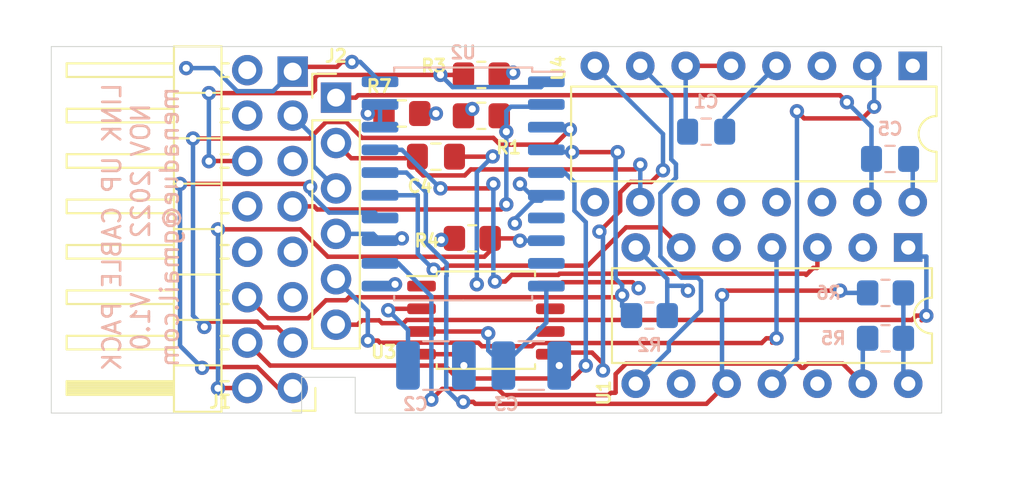
<source format=kicad_pcb>
(kicad_pcb (version 20171130) (host pcbnew 5.1.5+dfsg1-2build2)

  (general
    (thickness 1.6)
    (drawings 10)
    (tracks 372)
    (zones 0)
    (modules 18)
    (nets 26)
  )

  (page A4)
  (layers
    (0 F.Cu signal)
    (1 In1.Cu signal)
    (2 In2.Cu signal)
    (31 B.Cu signal)
    (32 B.Adhes user)
    (33 F.Adhes user hide)
    (34 B.Paste user)
    (35 F.Paste user)
    (36 B.SilkS user)
    (37 F.SilkS user)
    (38 B.Mask user)
    (39 F.Mask user)
    (40 Dwgs.User user hide)
    (41 Cmts.User user)
    (42 Eco1.User user)
    (43 Eco2.User user)
    (44 Edge.Cuts user)
    (45 Margin user)
    (46 B.CrtYd user)
    (47 F.CrtYd user hide)
    (48 B.Fab user)
    (49 F.Fab user hide)
  )

  (setup
    (last_trace_width 0.25)
    (trace_clearance 0.2)
    (zone_clearance 0.508)
    (zone_45_only no)
    (trace_min 0.2)
    (via_size 0.8)
    (via_drill 0.4)
    (via_min_size 0.4)
    (via_min_drill 0.3)
    (user_via 0.6 0.4)
    (uvia_size 0.3)
    (uvia_drill 0.1)
    (uvias_allowed no)
    (uvia_min_size 0.2)
    (uvia_min_drill 0.1)
    (edge_width 0.05)
    (segment_width 0.2)
    (pcb_text_width 0.3)
    (pcb_text_size 1.5 1.5)
    (mod_edge_width 0.12)
    (mod_text_size 1 1)
    (mod_text_width 0.15)
    (pad_size 1.524 1.524)
    (pad_drill 0.762)
    (pad_to_mask_clearance 0.051)
    (solder_mask_min_width 0.25)
    (aux_axis_origin 0 0)
    (visible_elements FFFFFF7F)
    (pcbplotparams
      (layerselection 0x010fc_ffffffff)
      (usegerberextensions false)
      (usegerberattributes false)
      (usegerberadvancedattributes false)
      (creategerberjobfile false)
      (excludeedgelayer true)
      (linewidth 0.100000)
      (plotframeref false)
      (viasonmask false)
      (mode 1)
      (useauxorigin false)
      (hpglpennumber 1)
      (hpglpenspeed 20)
      (hpglpendiameter 15.000000)
      (psnegative false)
      (psa4output false)
      (plotreference true)
      (plotvalue true)
      (plotinvisibletext false)
      (padsonsilk false)
      (subtractmaskfromsilk false)
      (outputformat 1)
      (mirror false)
      (drillshape 0)
      (scaleselection 1)
      (outputdirectory "fab1_v1-0/fab2_1_0b/"))
  )

  (net 0 "")
  (net 1 ORANGE)
  (net 2 SVCC)
  (net 3 "Net-(C2-Pad2)")
  (net 4 "Net-(C2-Pad1)")
  (net 5 -5V)
  (net 6 "Net-(C4-Pad2)")
  (net 7 RED)
  (net 8 BROWN)
  (net 9 "Net-(C5-Pad1)")
  (net 10 SD0)
  (net 11 SD1)
  (net 12 SD2)
  (net 13 SD3)
  (net 14 SD4)
  (net 15 SMR)
  (net 16 SS)
  (net 17 BLUE)
  (net 18 GREEN)
  (net 19 CTS_Y)
  (net 20 RXD_Y)
  (net 21 "Net-(R7-Pad2)")
  (net 22 RTS_X)
  (net 23 CTS_X)
  (net 24 TXD_X)
  (net 25 RXD_X)

  (net_class Default "This is the default net class."
    (clearance 0.2)
    (trace_width 0.25)
    (via_dia 0.8)
    (via_drill 0.4)
    (uvia_dia 0.3)
    (uvia_drill 0.1)
    (add_net -5V)
    (add_net BLUE)
    (add_net BROWN)
    (add_net CTS_X)
    (add_net CTS_Y)
    (add_net GREEN)
    (add_net "Net-(C2-Pad1)")
    (add_net "Net-(C2-Pad2)")
    (add_net "Net-(C4-Pad2)")
    (add_net "Net-(C5-Pad1)")
    (add_net "Net-(R7-Pad2)")
    (add_net ORANGE)
    (add_net RED)
    (add_net RTS_X)
    (add_net RXD_X)
    (add_net RXD_Y)
    (add_net SD0)
    (add_net SD1)
    (add_net SD2)
    (add_net SD3)
    (add_net SD4)
    (add_net SMR)
    (add_net SS)
    (add_net SVCC)
    (add_net TXD_X)
  )

  (module Package_DIP:DIP-16_W7.62mm (layer F.Cu) (tedit 5A02E8C5) (tstamp 636A4D29)
    (at 131.064 103.378 270)
    (descr "16-lead though-hole mounted DIP package, row spacing 7.62 mm (300 mils)")
    (tags "THT DIP DIL PDIP 2.54mm 7.62mm 300mil")
    (path /6371DF57)
    (fp_text reference U4 (at 0.127 19.812 90) (layer F.SilkS)
      (effects (font (size 0.7 0.7) (thickness 0.15)))
    )
    (fp_text value DS3691 (at 3.81 20.11 90) (layer F.Fab)
      (effects (font (size 1 1) (thickness 0.15)))
    )
    (fp_text user %R (at 3.81 8.89 90) (layer F.Fab)
      (effects (font (size 1 1) (thickness 0.15)))
    )
    (fp_line (start 8.7 -1.55) (end -1.1 -1.55) (layer F.CrtYd) (width 0.05))
    (fp_line (start 8.7 19.3) (end 8.7 -1.55) (layer F.CrtYd) (width 0.05))
    (fp_line (start -1.1 19.3) (end 8.7 19.3) (layer F.CrtYd) (width 0.05))
    (fp_line (start -1.1 -1.55) (end -1.1 19.3) (layer F.CrtYd) (width 0.05))
    (fp_line (start 6.46 -1.33) (end 4.81 -1.33) (layer F.SilkS) (width 0.12))
    (fp_line (start 6.46 19.11) (end 6.46 -1.33) (layer F.SilkS) (width 0.12))
    (fp_line (start 1.16 19.11) (end 6.46 19.11) (layer F.SilkS) (width 0.12))
    (fp_line (start 1.16 -1.33) (end 1.16 19.11) (layer F.SilkS) (width 0.12))
    (fp_line (start 2.81 -1.33) (end 1.16 -1.33) (layer F.SilkS) (width 0.12))
    (fp_line (start 0.635 -0.27) (end 1.635 -1.27) (layer F.Fab) (width 0.1))
    (fp_line (start 0.635 19.05) (end 0.635 -0.27) (layer F.Fab) (width 0.1))
    (fp_line (start 6.985 19.05) (end 0.635 19.05) (layer F.Fab) (width 0.1))
    (fp_line (start 6.985 -1.27) (end 6.985 19.05) (layer F.Fab) (width 0.1))
    (fp_line (start 1.635 -1.27) (end 6.985 -1.27) (layer F.Fab) (width 0.1))
    (fp_arc (start 3.81 -1.33) (end 2.81 -1.33) (angle -180) (layer F.SilkS) (width 0.12))
    (pad 16 thru_hole oval (at 7.62 0 270) (size 1.6 1.6) (drill 0.8) (layers *.Cu *.Mask)
      (net 9 "Net-(C5-Pad1)"))
    (pad 8 thru_hole oval (at 0 17.78 270) (size 1.6 1.6) (drill 0.8) (layers *.Cu *.Mask)
      (net 5 -5V))
    (pad 15 thru_hole oval (at 7.62 2.54 270) (size 1.6 1.6) (drill 0.8) (layers *.Cu *.Mask)
      (net 8 BROWN))
    (pad 7 thru_hole oval (at 0 15.24 270) (size 1.6 1.6) (drill 0.8) (layers *.Cu *.Mask)
      (net 25 RXD_X))
    (pad 14 thru_hole oval (at 7.62 5.08 270) (size 1.6 1.6) (drill 0.8) (layers *.Cu *.Mask))
    (pad 6 thru_hole oval (at 0 12.7 270) (size 1.6 1.6) (drill 0.8) (layers *.Cu *.Mask)
      (net 1 ORANGE))
    (pad 13 thru_hole oval (at 7.62 7.62 270) (size 1.6 1.6) (drill 0.8) (layers *.Cu *.Mask))
    (pad 5 thru_hole oval (at 0 10.16 270) (size 1.6 1.6) (drill 0.8) (layers *.Cu *.Mask)
      (net 1 ORANGE))
    (pad 12 thru_hole oval (at 7.62 10.16 270) (size 1.6 1.6) (drill 0.8) (layers *.Cu *.Mask))
    (pad 4 thru_hole oval (at 0 7.62 270) (size 1.6 1.6) (drill 0.8) (layers *.Cu *.Mask)
      (net 2 SVCC))
    (pad 11 thru_hole oval (at 7.62 12.7 270) (size 1.6 1.6) (drill 0.8) (layers *.Cu *.Mask))
    (pad 3 thru_hole oval (at 0 5.08 270) (size 1.6 1.6) (drill 0.8) (layers *.Cu *.Mask)
      (net 1 ORANGE))
    (pad 10 thru_hole oval (at 7.62 15.24 270) (size 1.6 1.6) (drill 0.8) (layers *.Cu *.Mask)
      (net 7 RED))
    (pad 2 thru_hole oval (at 0 2.54 270) (size 1.6 1.6) (drill 0.8) (layers *.Cu *.Mask)
      (net 23 CTS_X))
    (pad 9 thru_hole oval (at 7.62 17.78 270) (size 1.6 1.6) (drill 0.8) (layers *.Cu *.Mask)
      (net 6 "Net-(C4-Pad2)"))
    (pad 1 thru_hole rect (at 0 0 270) (size 1.6 1.6) (drill 0.8) (layers *.Cu *.Mask)
      (net 2 SVCC))
    (model ${KISYS3DMOD}/Package_DIP.3dshapes/DIP-16_W7.62mm.wrl
      (at (xyz 0 0 0))
      (scale (xyz 1 1 1))
      (rotate (xyz 0 0 0))
    )
  )

  (module Package_SO:SOP-8_5.28x5.23mm_P1.27mm (layer F.Cu) (tedit 5D9F72B1) (tstamp 636A4D05)
    (at 107.188 117.602)
    (descr "SOP, 8 Pin (http://www.macronix.com/Lists/Datasheet/Attachments/7534/MX25R3235F,%20Wide%20Range,%2032Mb,%20v1.6.pdf#page=80), generated with kicad-footprint-generator ipc_gullwing_generator.py")
    (tags "SOP SO")
    (path /6371F6A3)
    (attr smd)
    (fp_text reference U3 (at -5.715 1.778) (layer F.SilkS)
      (effects (font (size 0.7 0.7) (thickness 0.15)))
    )
    (fp_text value ICL7660 (at 0 3.56) (layer F.Fab)
      (effects (font (size 1 1) (thickness 0.15)))
    )
    (fp_text user %R (at 0 0) (layer F.Fab)
      (effects (font (size 1 1) (thickness 0.15)))
    )
    (fp_line (start 4.65 -2.86) (end -4.65 -2.86) (layer F.CrtYd) (width 0.05))
    (fp_line (start 4.65 2.86) (end 4.65 -2.86) (layer F.CrtYd) (width 0.05))
    (fp_line (start -4.65 2.86) (end 4.65 2.86) (layer F.CrtYd) (width 0.05))
    (fp_line (start -4.65 -2.86) (end -4.65 2.86) (layer F.CrtYd) (width 0.05))
    (fp_line (start -2.64 -1.615) (end -1.64 -2.615) (layer F.Fab) (width 0.1))
    (fp_line (start -2.64 2.615) (end -2.64 -1.615) (layer F.Fab) (width 0.1))
    (fp_line (start 2.64 2.615) (end -2.64 2.615) (layer F.Fab) (width 0.1))
    (fp_line (start 2.64 -2.615) (end 2.64 2.615) (layer F.Fab) (width 0.1))
    (fp_line (start -1.64 -2.615) (end 2.64 -2.615) (layer F.Fab) (width 0.1))
    (fp_line (start -2.75 -2.465) (end -4.4 -2.465) (layer F.SilkS) (width 0.12))
    (fp_line (start -2.75 -2.725) (end -2.75 -2.465) (layer F.SilkS) (width 0.12))
    (fp_line (start 0 -2.725) (end -2.75 -2.725) (layer F.SilkS) (width 0.12))
    (fp_line (start 2.75 -2.725) (end 2.75 -2.465) (layer F.SilkS) (width 0.12))
    (fp_line (start 0 -2.725) (end 2.75 -2.725) (layer F.SilkS) (width 0.12))
    (fp_line (start -2.75 2.725) (end -2.75 2.465) (layer F.SilkS) (width 0.12))
    (fp_line (start 0 2.725) (end -2.75 2.725) (layer F.SilkS) (width 0.12))
    (fp_line (start 2.75 2.725) (end 2.75 2.465) (layer F.SilkS) (width 0.12))
    (fp_line (start 0 2.725) (end 2.75 2.725) (layer F.SilkS) (width 0.12))
    (pad 8 smd roundrect (at 3.6 -1.905) (size 1.6 0.6) (layers F.Cu F.Paste F.Mask) (roundrect_rratio 0.25)
      (net 2 SVCC))
    (pad 7 smd roundrect (at 3.6 -0.635) (size 1.6 0.6) (layers F.Cu F.Paste F.Mask) (roundrect_rratio 0.25))
    (pad 6 smd roundrect (at 3.6 0.635) (size 1.6 0.6) (layers F.Cu F.Paste F.Mask) (roundrect_rratio 0.25))
    (pad 5 smd roundrect (at 3.6 1.905) (size 1.6 0.6) (layers F.Cu F.Paste F.Mask) (roundrect_rratio 0.25)
      (net 5 -5V))
    (pad 4 smd roundrect (at -3.6 1.905) (size 1.6 0.6) (layers F.Cu F.Paste F.Mask) (roundrect_rratio 0.25)
      (net 3 "Net-(C2-Pad2)"))
    (pad 3 smd roundrect (at -3.6 0.635) (size 1.6 0.6) (layers F.Cu F.Paste F.Mask) (roundrect_rratio 0.25)
      (net 1 ORANGE))
    (pad 2 smd roundrect (at -3.6 -0.635) (size 1.6 0.6) (layers F.Cu F.Paste F.Mask) (roundrect_rratio 0.25)
      (net 4 "Net-(C2-Pad1)"))
    (pad 1 smd roundrect (at -3.6 -1.905) (size 1.6 0.6) (layers F.Cu F.Paste F.Mask) (roundrect_rratio 0.25))
    (model ${KISYS3DMOD}/Package_SO.3dshapes/SOP-8_5.28x5.23mm_P1.27mm.wrl
      (at (xyz 0 0 0))
      (scale (xyz 1 1 1))
      (rotate (xyz 0 0 0))
    )
  )

  (module Package_SO:SOIC-20W_7.5x12.8mm_P1.27mm (layer B.Cu) (tedit 5D9F72B1) (tstamp 636A4CE6)
    (at 105.918 109.982 180)
    (descr "SOIC, 20 Pin (JEDEC MS-013AC, https://www.analog.com/media/en/package-pcb-resources/package/233848rw_20.pdf), generated with kicad-footprint-generator ipc_gullwing_generator.py")
    (tags "SOIC SO")
    (path /6370CE66)
    (attr smd)
    (fp_text reference U2 (at 0 7.35) (layer B.SilkS)
      (effects (font (size 0.7 0.7) (thickness 0.15)) (justify mirror))
    )
    (fp_text value 40244 (at 0 -7.35) (layer B.Fab)
      (effects (font (size 1 1) (thickness 0.15)) (justify mirror))
    )
    (fp_text user %R (at 0 0) (layer B.Fab)
      (effects (font (size 1 1) (thickness 0.15)) (justify mirror))
    )
    (fp_line (start 5.93 6.65) (end -5.93 6.65) (layer B.CrtYd) (width 0.05))
    (fp_line (start 5.93 -6.65) (end 5.93 6.65) (layer B.CrtYd) (width 0.05))
    (fp_line (start -5.93 -6.65) (end 5.93 -6.65) (layer B.CrtYd) (width 0.05))
    (fp_line (start -5.93 6.65) (end -5.93 -6.65) (layer B.CrtYd) (width 0.05))
    (fp_line (start -3.75 5.4) (end -2.75 6.4) (layer B.Fab) (width 0.1))
    (fp_line (start -3.75 -6.4) (end -3.75 5.4) (layer B.Fab) (width 0.1))
    (fp_line (start 3.75 -6.4) (end -3.75 -6.4) (layer B.Fab) (width 0.1))
    (fp_line (start 3.75 6.4) (end 3.75 -6.4) (layer B.Fab) (width 0.1))
    (fp_line (start -2.75 6.4) (end 3.75 6.4) (layer B.Fab) (width 0.1))
    (fp_line (start -3.86 6.275) (end -5.675 6.275) (layer B.SilkS) (width 0.12))
    (fp_line (start -3.86 6.51) (end -3.86 6.275) (layer B.SilkS) (width 0.12))
    (fp_line (start 0 6.51) (end -3.86 6.51) (layer B.SilkS) (width 0.12))
    (fp_line (start 3.86 6.51) (end 3.86 6.275) (layer B.SilkS) (width 0.12))
    (fp_line (start 0 6.51) (end 3.86 6.51) (layer B.SilkS) (width 0.12))
    (fp_line (start -3.86 -6.51) (end -3.86 -6.275) (layer B.SilkS) (width 0.12))
    (fp_line (start 0 -6.51) (end -3.86 -6.51) (layer B.SilkS) (width 0.12))
    (fp_line (start 3.86 -6.51) (end 3.86 -6.275) (layer B.SilkS) (width 0.12))
    (fp_line (start 0 -6.51) (end 3.86 -6.51) (layer B.SilkS) (width 0.12))
    (pad 20 smd roundrect (at 4.65 5.715 180) (size 2.05 0.6) (layers B.Cu B.Paste B.Mask) (roundrect_rratio 0.25)
      (net 2 SVCC))
    (pad 19 smd roundrect (at 4.65 4.445 180) (size 2.05 0.6) (layers B.Cu B.Paste B.Mask) (roundrect_rratio 0.25)
      (net 21 "Net-(R7-Pad2)"))
    (pad 18 smd roundrect (at 4.65 3.175 180) (size 2.05 0.6) (layers B.Cu B.Paste B.Mask) (roundrect_rratio 0.25)
      (net 21 "Net-(R7-Pad2)"))
    (pad 17 smd roundrect (at 4.65 1.905 180) (size 2.05 0.6) (layers B.Cu B.Paste B.Mask) (roundrect_rratio 0.25)
      (net 24 TXD_X))
    (pad 16 smd roundrect (at 4.65 0.635 180) (size 2.05 0.6) (layers B.Cu B.Paste B.Mask) (roundrect_rratio 0.25)
      (net 20 RXD_Y))
    (pad 15 smd roundrect (at 4.65 -0.635 180) (size 2.05 0.6) (layers B.Cu B.Paste B.Mask) (roundrect_rratio 0.25)
      (net 22 RTS_X))
    (pad 14 smd roundrect (at 4.65 -1.905 180) (size 2.05 0.6) (layers B.Cu B.Paste B.Mask) (roundrect_rratio 0.25)
      (net 11 SD1))
    (pad 13 smd roundrect (at 4.65 -3.175 180) (size 2.05 0.6) (layers B.Cu B.Paste B.Mask) (roundrect_rratio 0.25)
      (net 1 ORANGE))
    (pad 12 smd roundrect (at 4.65 -4.445 180) (size 2.05 0.6) (layers B.Cu B.Paste B.Mask) (roundrect_rratio 0.25)
      (net 19 CTS_Y))
    (pad 11 smd roundrect (at 4.65 -5.715 180) (size 2.05 0.6) (layers B.Cu B.Paste B.Mask) (roundrect_rratio 0.25)
      (net 1 ORANGE))
    (pad 10 smd roundrect (at -4.65 -5.715 180) (size 2.05 0.6) (layers B.Cu B.Paste B.Mask) (roundrect_rratio 0.25)
      (net 1 ORANGE))
    (pad 9 smd roundrect (at -4.65 -4.445 180) (size 2.05 0.6) (layers B.Cu B.Paste B.Mask) (roundrect_rratio 0.25))
    (pad 8 smd roundrect (at -4.65 -3.175 180) (size 2.05 0.6) (layers B.Cu B.Paste B.Mask) (roundrect_rratio 0.25)
      (net 10 SD0))
    (pad 7 smd roundrect (at -4.65 -1.905 180) (size 2.05 0.6) (layers B.Cu B.Paste B.Mask) (roundrect_rratio 0.25))
    (pad 6 smd roundrect (at -4.65 -0.635 180) (size 2.05 0.6) (layers B.Cu B.Paste B.Mask) (roundrect_rratio 0.25)
      (net 2 SVCC))
    (pad 5 smd roundrect (at -4.65 0.635 180) (size 2.05 0.6) (layers B.Cu B.Paste B.Mask) (roundrect_rratio 0.25)
      (net 12 SD2))
    (pad 4 smd roundrect (at -4.65 1.905 180) (size 2.05 0.6) (layers B.Cu B.Paste B.Mask) (roundrect_rratio 0.25)
      (net 14 SD4))
    (pad 3 smd roundrect (at -4.65 3.175 180) (size 2.05 0.6) (layers B.Cu B.Paste B.Mask) (roundrect_rratio 0.25)
      (net 13 SD3))
    (pad 2 smd roundrect (at -4.65 4.445 180) (size 2.05 0.6) (layers B.Cu B.Paste B.Mask) (roundrect_rratio 0.25)
      (net 15 SMR))
    (pad 1 smd roundrect (at -4.65 5.715 180) (size 2.05 0.6) (layers B.Cu B.Paste B.Mask) (roundrect_rratio 0.25)
      (net 16 SS))
    (model ${KISYS3DMOD}/Package_SO.3dshapes/SOIC-20W_7.5x12.8mm_P1.27mm.wrl
      (at (xyz 0 0 0))
      (scale (xyz 1 1 1))
      (rotate (xyz 0 0 0))
    )
  )

  (module Package_DIP:DIP-14_W7.62mm (layer F.Cu) (tedit 5A02E8C5) (tstamp 636A4CBB)
    (at 130.81 113.538 270)
    (descr "14-lead though-hole mounted DIP package, row spacing 7.62 mm (300 mils)")
    (tags "THT DIP DIL PDIP 2.54mm 7.62mm 300mil")
    (path /6371CD69)
    (fp_text reference U1 (at 8.128 17.018 90) (layer F.SilkS)
      (effects (font (size 0.7 0.7) (thickness 0.15)))
    )
    (fp_text value 1489 (at 3.81 17.57 90) (layer F.Fab)
      (effects (font (size 1 1) (thickness 0.15)))
    )
    (fp_text user %R (at 3.81 7.62 90) (layer F.Fab)
      (effects (font (size 1 1) (thickness 0.15)))
    )
    (fp_line (start 8.7 -1.55) (end -1.1 -1.55) (layer F.CrtYd) (width 0.05))
    (fp_line (start 8.7 16.8) (end 8.7 -1.55) (layer F.CrtYd) (width 0.05))
    (fp_line (start -1.1 16.8) (end 8.7 16.8) (layer F.CrtYd) (width 0.05))
    (fp_line (start -1.1 -1.55) (end -1.1 16.8) (layer F.CrtYd) (width 0.05))
    (fp_line (start 6.46 -1.33) (end 4.81 -1.33) (layer F.SilkS) (width 0.12))
    (fp_line (start 6.46 16.57) (end 6.46 -1.33) (layer F.SilkS) (width 0.12))
    (fp_line (start 1.16 16.57) (end 6.46 16.57) (layer F.SilkS) (width 0.12))
    (fp_line (start 1.16 -1.33) (end 1.16 16.57) (layer F.SilkS) (width 0.12))
    (fp_line (start 2.81 -1.33) (end 1.16 -1.33) (layer F.SilkS) (width 0.12))
    (fp_line (start 0.635 -0.27) (end 1.635 -1.27) (layer F.Fab) (width 0.1))
    (fp_line (start 0.635 16.51) (end 0.635 -0.27) (layer F.Fab) (width 0.1))
    (fp_line (start 6.985 16.51) (end 0.635 16.51) (layer F.Fab) (width 0.1))
    (fp_line (start 6.985 -1.27) (end 6.985 16.51) (layer F.Fab) (width 0.1))
    (fp_line (start 1.635 -1.27) (end 6.985 -1.27) (layer F.Fab) (width 0.1))
    (fp_arc (start 3.81 -1.33) (end 2.81 -1.33) (angle -180) (layer F.SilkS) (width 0.12))
    (pad 14 thru_hole oval (at 7.62 0 270) (size 1.6 1.6) (drill 0.8) (layers *.Cu *.Mask)
      (net 2 SVCC))
    (pad 7 thru_hole oval (at 0 15.24 270) (size 1.6 1.6) (drill 0.8) (layers *.Cu *.Mask)
      (net 1 ORANGE))
    (pad 13 thru_hole oval (at 7.62 2.54 270) (size 1.6 1.6) (drill 0.8) (layers *.Cu *.Mask)
      (net 19 CTS_Y))
    (pad 6 thru_hole oval (at 0 12.7 270) (size 1.6 1.6) (drill 0.8) (layers *.Cu *.Mask)
      (net 22 RTS_X))
    (pad 12 thru_hole oval (at 7.62 5.08 270) (size 1.6 1.6) (drill 0.8) (layers *.Cu *.Mask))
    (pad 5 thru_hole oval (at 0 10.16 270) (size 1.6 1.6) (drill 0.8) (layers *.Cu *.Mask))
    (pad 11 thru_hole oval (at 7.62 7.62 270) (size 1.6 1.6) (drill 0.8) (layers *.Cu *.Mask)
      (net 23 CTS_X))
    (pad 4 thru_hole oval (at 0 7.62 270) (size 1.6 1.6) (drill 0.8) (layers *.Cu *.Mask)
      (net 18 GREEN))
    (pad 10 thru_hole oval (at 7.62 10.16 270) (size 1.6 1.6) (drill 0.8) (layers *.Cu *.Mask)
      (net 20 RXD_Y))
    (pad 3 thru_hole oval (at 0 5.08 270) (size 1.6 1.6) (drill 0.8) (layers *.Cu *.Mask)
      (net 24 TXD_X))
    (pad 9 thru_hole oval (at 7.62 12.7 270) (size 1.6 1.6) (drill 0.8) (layers *.Cu *.Mask))
    (pad 2 thru_hole oval (at 0 2.54 270) (size 1.6 1.6) (drill 0.8) (layers *.Cu *.Mask))
    (pad 8 thru_hole oval (at 7.62 15.24 270) (size 1.6 1.6) (drill 0.8) (layers *.Cu *.Mask)
      (net 25 RXD_X))
    (pad 1 thru_hole rect (at 0 0 270) (size 1.6 1.6) (drill 0.8) (layers *.Cu *.Mask)
      (net 17 BLUE))
    (model ${KISYS3DMOD}/Package_DIP.3dshapes/DIP-14_W7.62mm.wrl
      (at (xyz 0 0 0))
      (scale (xyz 1 1 1))
      (rotate (xyz 0 0 0))
    )
  )

  (module Resistor_SMD:R_0805_2012Metric_Pad1.20x1.40mm_HandSolder (layer F.Cu) (tedit 5F68FEEE) (tstamp 6369F107)
    (at 102.489 106.045 180)
    (descr "Resistor SMD 0805 (2012 Metric), square (rectangular) end terminal, IPC_7351 nominal with elongated pad for handsoldering. (Body size source: IPC-SM-782 page 72, https://www.pcb-3d.com/wordpress/wp-content/uploads/ipc-sm-782a_amendment_1_and_2.pdf), generated with kicad-footprint-generator")
    (tags "resistor handsolder")
    (path /6371A2DA)
    (attr smd)
    (fp_text reference R7 (at 1.27 1.524) (layer F.SilkS)
      (effects (font (size 0.7 0.7) (thickness 0.15)))
    )
    (fp_text value 47k (at 0 1.65) (layer F.Fab)
      (effects (font (size 1 1) (thickness 0.15)))
    )
    (fp_text user %R (at 0 0) (layer F.Fab)
      (effects (font (size 0.5 0.5) (thickness 0.08)))
    )
    (fp_line (start 1.85 0.95) (end -1.85 0.95) (layer F.CrtYd) (width 0.05))
    (fp_line (start 1.85 -0.95) (end 1.85 0.95) (layer F.CrtYd) (width 0.05))
    (fp_line (start -1.85 -0.95) (end 1.85 -0.95) (layer F.CrtYd) (width 0.05))
    (fp_line (start -1.85 0.95) (end -1.85 -0.95) (layer F.CrtYd) (width 0.05))
    (fp_line (start -0.227064 0.735) (end 0.227064 0.735) (layer F.SilkS) (width 0.12))
    (fp_line (start -0.227064 -0.735) (end 0.227064 -0.735) (layer F.SilkS) (width 0.12))
    (fp_line (start 1 0.625) (end -1 0.625) (layer F.Fab) (width 0.1))
    (fp_line (start 1 -0.625) (end 1 0.625) (layer F.Fab) (width 0.1))
    (fp_line (start -1 -0.625) (end 1 -0.625) (layer F.Fab) (width 0.1))
    (fp_line (start -1 0.625) (end -1 -0.625) (layer F.Fab) (width 0.1))
    (pad 2 smd roundrect (at 1 0 180) (size 1.2 1.4) (layers F.Cu F.Paste F.Mask) (roundrect_rratio 0.208333)
      (net 21 "Net-(R7-Pad2)"))
    (pad 1 smd roundrect (at -1 0 180) (size 1.2 1.4) (layers F.Cu F.Paste F.Mask) (roundrect_rratio 0.208333)
      (net 2 SVCC))
    (model ${KISYS3DMOD}/Resistor_SMD.3dshapes/R_0805_2012Metric.wrl
      (at (xyz 0 0 0))
      (scale (xyz 1 1 1))
      (rotate (xyz 0 0 0))
    )
  )

  (module Resistor_SMD:R_0805_2012Metric_Pad1.20x1.40mm_HandSolder (layer B.Cu) (tedit 5F68FEEE) (tstamp 6369F0F6)
    (at 129.54 116.078 180)
    (descr "Resistor SMD 0805 (2012 Metric), square (rectangular) end terminal, IPC_7351 nominal with elongated pad for handsoldering. (Body size source: IPC-SM-782 page 72, https://www.pcb-3d.com/wordpress/wp-content/uploads/ipc-sm-782a_amendment_1_and_2.pdf), generated with kicad-footprint-generator")
    (tags "resistor handsolder")
    (path /6374F71A)
    (attr smd)
    (fp_text reference R6 (at 3.175 0) (layer B.SilkS)
      (effects (font (size 0.7 0.7) (thickness 0.15)) (justify mirror))
    )
    (fp_text value 10k (at 0 -1.65) (layer B.Fab)
      (effects (font (size 1 1) (thickness 0.15)) (justify mirror))
    )
    (fp_text user %R (at 0 0) (layer B.Fab)
      (effects (font (size 0.5 0.5) (thickness 0.08)) (justify mirror))
    )
    (fp_line (start 1.85 -0.95) (end -1.85 -0.95) (layer B.CrtYd) (width 0.05))
    (fp_line (start 1.85 0.95) (end 1.85 -0.95) (layer B.CrtYd) (width 0.05))
    (fp_line (start -1.85 0.95) (end 1.85 0.95) (layer B.CrtYd) (width 0.05))
    (fp_line (start -1.85 -0.95) (end -1.85 0.95) (layer B.CrtYd) (width 0.05))
    (fp_line (start -0.227064 -0.735) (end 0.227064 -0.735) (layer B.SilkS) (width 0.12))
    (fp_line (start -0.227064 0.735) (end 0.227064 0.735) (layer B.SilkS) (width 0.12))
    (fp_line (start 1 -0.625) (end -1 -0.625) (layer B.Fab) (width 0.1))
    (fp_line (start 1 0.625) (end 1 -0.625) (layer B.Fab) (width 0.1))
    (fp_line (start -1 0.625) (end 1 0.625) (layer B.Fab) (width 0.1))
    (fp_line (start -1 -0.625) (end -1 0.625) (layer B.Fab) (width 0.1))
    (pad 2 smd roundrect (at 1 0 180) (size 1.2 1.4) (layers B.Cu B.Paste B.Mask) (roundrect_rratio 0.208333)
      (net 20 RXD_Y))
    (pad 1 smd roundrect (at -1 0 180) (size 1.2 1.4) (layers B.Cu B.Paste B.Mask) (roundrect_rratio 0.208333)
      (net 2 SVCC))
    (model ${KISYS3DMOD}/Resistor_SMD.3dshapes/R_0805_2012Metric.wrl
      (at (xyz 0 0 0))
      (scale (xyz 1 1 1))
      (rotate (xyz 0 0 0))
    )
  )

  (module Resistor_SMD:R_0805_2012Metric_Pad1.20x1.40mm_HandSolder (layer B.Cu) (tedit 5F68FEEE) (tstamp 6369F0E5)
    (at 129.54 118.618 180)
    (descr "Resistor SMD 0805 (2012 Metric), square (rectangular) end terminal, IPC_7351 nominal with elongated pad for handsoldering. (Body size source: IPC-SM-782 page 72, https://www.pcb-3d.com/wordpress/wp-content/uploads/ipc-sm-782a_amendment_1_and_2.pdf), generated with kicad-footprint-generator")
    (tags "resistor handsolder")
    (path /637324DD)
    (attr smd)
    (fp_text reference R5 (at 2.921 0) (layer B.SilkS)
      (effects (font (size 0.7 0.7) (thickness 0.15)) (justify mirror))
    )
    (fp_text value 10k (at 0 -1.65) (layer B.Fab)
      (effects (font (size 1 1) (thickness 0.15)) (justify mirror))
    )
    (fp_text user %R (at 0 0) (layer B.Fab)
      (effects (font (size 0.5 0.5) (thickness 0.08)) (justify mirror))
    )
    (fp_line (start 1.85 -0.95) (end -1.85 -0.95) (layer B.CrtYd) (width 0.05))
    (fp_line (start 1.85 0.95) (end 1.85 -0.95) (layer B.CrtYd) (width 0.05))
    (fp_line (start -1.85 0.95) (end 1.85 0.95) (layer B.CrtYd) (width 0.05))
    (fp_line (start -1.85 -0.95) (end -1.85 0.95) (layer B.CrtYd) (width 0.05))
    (fp_line (start -0.227064 -0.735) (end 0.227064 -0.735) (layer B.SilkS) (width 0.12))
    (fp_line (start -0.227064 0.735) (end 0.227064 0.735) (layer B.SilkS) (width 0.12))
    (fp_line (start 1 -0.625) (end -1 -0.625) (layer B.Fab) (width 0.1))
    (fp_line (start 1 0.625) (end 1 -0.625) (layer B.Fab) (width 0.1))
    (fp_line (start -1 0.625) (end 1 0.625) (layer B.Fab) (width 0.1))
    (fp_line (start -1 -0.625) (end -1 0.625) (layer B.Fab) (width 0.1))
    (pad 2 smd roundrect (at 1 0 180) (size 1.2 1.4) (layers B.Cu B.Paste B.Mask) (roundrect_rratio 0.208333)
      (net 19 CTS_Y))
    (pad 1 smd roundrect (at -1 0 180) (size 1.2 1.4) (layers B.Cu B.Paste B.Mask) (roundrect_rratio 0.208333)
      (net 2 SVCC))
    (model ${KISYS3DMOD}/Resistor_SMD.3dshapes/R_0805_2012Metric.wrl
      (at (xyz 0 0 0))
      (scale (xyz 1 1 1))
      (rotate (xyz 0 0 0))
    )
  )

  (module Resistor_SMD:R_0805_2012Metric_Pad1.20x1.40mm_HandSolder (layer F.Cu) (tedit 5F68FEEE) (tstamp 6369F0D4)
    (at 106.426 113.03 180)
    (descr "Resistor SMD 0805 (2012 Metric), square (rectangular) end terminal, IPC_7351 nominal with elongated pad for handsoldering. (Body size source: IPC-SM-782 page 72, https://www.pcb-3d.com/wordpress/wp-content/uploads/ipc-sm-782a_amendment_1_and_2.pdf), generated with kicad-footprint-generator")
    (tags "resistor handsolder")
    (path /63756625)
    (attr smd)
    (fp_text reference R4 (at 2.54 -0.127) (layer F.SilkS)
      (effects (font (size 0.7 0.7) (thickness 0.15)))
    )
    (fp_text value 47k (at 0 1.65) (layer F.Fab)
      (effects (font (size 1 1) (thickness 0.15)))
    )
    (fp_text user %R (at 0 0) (layer F.Fab)
      (effects (font (size 0.5 0.5) (thickness 0.08)))
    )
    (fp_line (start 1.85 0.95) (end -1.85 0.95) (layer F.CrtYd) (width 0.05))
    (fp_line (start 1.85 -0.95) (end 1.85 0.95) (layer F.CrtYd) (width 0.05))
    (fp_line (start -1.85 -0.95) (end 1.85 -0.95) (layer F.CrtYd) (width 0.05))
    (fp_line (start -1.85 0.95) (end -1.85 -0.95) (layer F.CrtYd) (width 0.05))
    (fp_line (start -0.227064 0.735) (end 0.227064 0.735) (layer F.SilkS) (width 0.12))
    (fp_line (start -0.227064 -0.735) (end 0.227064 -0.735) (layer F.SilkS) (width 0.12))
    (fp_line (start 1 0.625) (end -1 0.625) (layer F.Fab) (width 0.1))
    (fp_line (start 1 -0.625) (end 1 0.625) (layer F.Fab) (width 0.1))
    (fp_line (start -1 -0.625) (end 1 -0.625) (layer F.Fab) (width 0.1))
    (fp_line (start -1 0.625) (end -1 -0.625) (layer F.Fab) (width 0.1))
    (pad 2 smd roundrect (at 1 0 180) (size 1.2 1.4) (layers F.Cu F.Paste F.Mask) (roundrect_rratio 0.208333)
      (net 1 ORANGE))
    (pad 1 smd roundrect (at -1 0 180) (size 1.2 1.4) (layers F.Cu F.Paste F.Mask) (roundrect_rratio 0.208333)
      (net 10 SD0))
    (model ${KISYS3DMOD}/Resistor_SMD.3dshapes/R_0805_2012Metric.wrl
      (at (xyz 0 0 0))
      (scale (xyz 1 1 1))
      (rotate (xyz 0 0 0))
    )
  )

  (module Resistor_SMD:R_0805_2012Metric_Pad1.20x1.40mm_HandSolder (layer F.Cu) (tedit 5F68FEEE) (tstamp 6369F0C3)
    (at 106.934 103.886 180)
    (descr "Resistor SMD 0805 (2012 Metric), square (rectangular) end terminal, IPC_7351 nominal with elongated pad for handsoldering. (Body size source: IPC-SM-782 page 72, https://www.pcb-3d.com/wordpress/wp-content/uploads/ipc-sm-782a_amendment_1_and_2.pdf), generated with kicad-footprint-generator")
    (tags "resistor handsolder")
    (path /63710F73)
    (attr smd)
    (fp_text reference R3 (at 2.667 0.508) (layer F.SilkS)
      (effects (font (size 0.7 0.7) (thickness 0.15)))
    )
    (fp_text value 47k (at 0 1.65) (layer F.Fab)
      (effects (font (size 1 1) (thickness 0.15)))
    )
    (fp_text user %R (at 0 0) (layer F.Fab)
      (effects (font (size 0.5 0.5) (thickness 0.08)))
    )
    (fp_line (start 1.85 0.95) (end -1.85 0.95) (layer F.CrtYd) (width 0.05))
    (fp_line (start 1.85 -0.95) (end 1.85 0.95) (layer F.CrtYd) (width 0.05))
    (fp_line (start -1.85 -0.95) (end 1.85 -0.95) (layer F.CrtYd) (width 0.05))
    (fp_line (start -1.85 0.95) (end -1.85 -0.95) (layer F.CrtYd) (width 0.05))
    (fp_line (start -0.227064 0.735) (end 0.227064 0.735) (layer F.SilkS) (width 0.12))
    (fp_line (start -0.227064 -0.735) (end 0.227064 -0.735) (layer F.SilkS) (width 0.12))
    (fp_line (start 1 0.625) (end -1 0.625) (layer F.Fab) (width 0.1))
    (fp_line (start 1 -0.625) (end 1 0.625) (layer F.Fab) (width 0.1))
    (fp_line (start -1 -0.625) (end 1 -0.625) (layer F.Fab) (width 0.1))
    (fp_line (start -1 0.625) (end -1 -0.625) (layer F.Fab) (width 0.1))
    (pad 2 smd roundrect (at 1 0 180) (size 1.2 1.4) (layers F.Cu F.Paste F.Mask) (roundrect_rratio 0.208333)
      (net 16 SS))
    (pad 1 smd roundrect (at -1 0 180) (size 1.2 1.4) (layers F.Cu F.Paste F.Mask) (roundrect_rratio 0.208333)
      (net 2 SVCC))
    (model ${KISYS3DMOD}/Resistor_SMD.3dshapes/R_0805_2012Metric.wrl
      (at (xyz 0 0 0))
      (scale (xyz 1 1 1))
      (rotate (xyz 0 0 0))
    )
  )

  (module Resistor_SMD:R_0805_2012Metric_Pad1.20x1.40mm_HandSolder (layer B.Cu) (tedit 5F68FEEE) (tstamp 6369F0B2)
    (at 116.332 117.348)
    (descr "Resistor SMD 0805 (2012 Metric), square (rectangular) end terminal, IPC_7351 nominal with elongated pad for handsoldering. (Body size source: IPC-SM-782 page 72, https://www.pcb-3d.com/wordpress/wp-content/uploads/ipc-sm-782a_amendment_1_and_2.pdf), generated with kicad-footprint-generator")
    (tags "resistor handsolder")
    (path /6377586C)
    (attr smd)
    (fp_text reference R2 (at 0 1.65 180) (layer B.SilkS)
      (effects (font (size 0.7 0.7) (thickness 0.15)) (justify mirror))
    )
    (fp_text value 47k (at 0 -1.65 180) (layer B.Fab)
      (effects (font (size 1 1) (thickness 0.15)) (justify mirror))
    )
    (fp_text user %R (at 0 0 180) (layer B.Fab)
      (effects (font (size 0.5 0.5) (thickness 0.08)) (justify mirror))
    )
    (fp_line (start 1.85 -0.95) (end -1.85 -0.95) (layer B.CrtYd) (width 0.05))
    (fp_line (start 1.85 0.95) (end 1.85 -0.95) (layer B.CrtYd) (width 0.05))
    (fp_line (start -1.85 0.95) (end 1.85 0.95) (layer B.CrtYd) (width 0.05))
    (fp_line (start -1.85 -0.95) (end -1.85 0.95) (layer B.CrtYd) (width 0.05))
    (fp_line (start -0.227064 -0.735) (end 0.227064 -0.735) (layer B.SilkS) (width 0.12))
    (fp_line (start -0.227064 0.735) (end 0.227064 0.735) (layer B.SilkS) (width 0.12))
    (fp_line (start 1 -0.625) (end -1 -0.625) (layer B.Fab) (width 0.1))
    (fp_line (start 1 0.625) (end 1 -0.625) (layer B.Fab) (width 0.1))
    (fp_line (start -1 0.625) (end 1 0.625) (layer B.Fab) (width 0.1))
    (fp_line (start -1 -0.625) (end -1 0.625) (layer B.Fab) (width 0.1))
    (pad 2 smd roundrect (at 1 0) (size 1.2 1.4) (layers B.Cu B.Paste B.Mask) (roundrect_rratio 0.208333)
      (net 1 ORANGE))
    (pad 1 smd roundrect (at -1 0) (size 1.2 1.4) (layers B.Cu B.Paste B.Mask) (roundrect_rratio 0.208333)
      (net 14 SD4))
    (model ${KISYS3DMOD}/Resistor_SMD.3dshapes/R_0805_2012Metric.wrl
      (at (xyz 0 0 0))
      (scale (xyz 1 1 1))
      (rotate (xyz 0 0 0))
    )
  )

  (module Resistor_SMD:R_0805_2012Metric_Pad1.20x1.40mm_HandSolder (layer F.Cu) (tedit 5F68FEEE) (tstamp 6369F0A1)
    (at 106.934 106.172 180)
    (descr "Resistor SMD 0805 (2012 Metric), square (rectangular) end terminal, IPC_7351 nominal with elongated pad for handsoldering. (Body size source: IPC-SM-782 page 72, https://www.pcb-3d.com/wordpress/wp-content/uploads/ipc-sm-782a_amendment_1_and_2.pdf), generated with kicad-footprint-generator")
    (tags "resistor handsolder")
    (path /637491DA)
    (attr smd)
    (fp_text reference R1 (at -1.524 -1.778) (layer F.SilkS)
      (effects (font (size 0.7 0.7) (thickness 0.15)))
    )
    (fp_text value 47k (at 0 1.65) (layer F.Fab)
      (effects (font (size 1 1) (thickness 0.15)))
    )
    (fp_text user %R (at 0 0) (layer F.Fab)
      (effects (font (size 0.5 0.5) (thickness 0.08)))
    )
    (fp_line (start 1.85 0.95) (end -1.85 0.95) (layer F.CrtYd) (width 0.05))
    (fp_line (start 1.85 -0.95) (end 1.85 0.95) (layer F.CrtYd) (width 0.05))
    (fp_line (start -1.85 -0.95) (end 1.85 -0.95) (layer F.CrtYd) (width 0.05))
    (fp_line (start -1.85 0.95) (end -1.85 -0.95) (layer F.CrtYd) (width 0.05))
    (fp_line (start -0.227064 0.735) (end 0.227064 0.735) (layer F.SilkS) (width 0.12))
    (fp_line (start -0.227064 -0.735) (end 0.227064 -0.735) (layer F.SilkS) (width 0.12))
    (fp_line (start 1 0.625) (end -1 0.625) (layer F.Fab) (width 0.1))
    (fp_line (start 1 -0.625) (end 1 0.625) (layer F.Fab) (width 0.1))
    (fp_line (start -1 -0.625) (end 1 -0.625) (layer F.Fab) (width 0.1))
    (fp_line (start -1 0.625) (end -1 -0.625) (layer F.Fab) (width 0.1))
    (pad 2 smd roundrect (at 1 0 180) (size 1.2 1.4) (layers F.Cu F.Paste F.Mask) (roundrect_rratio 0.208333)
      (net 1 ORANGE))
    (pad 1 smd roundrect (at -1 0 180) (size 1.2 1.4) (layers F.Cu F.Paste F.Mask) (roundrect_rratio 0.208333)
      (net 15 SMR))
    (model ${KISYS3DMOD}/Resistor_SMD.3dshapes/R_0805_2012Metric.wrl
      (at (xyz 0 0 0))
      (scale (xyz 1 1 1))
      (rotate (xyz 0 0 0))
    )
  )

  (module Connector_PinHeader_2.54mm:PinHeader_1x06_P2.54mm_Vertical (layer F.Cu) (tedit 59FED5CC) (tstamp 6369F090)
    (at 98.806 105.156)
    (descr "Through hole straight pin header, 1x06, 2.54mm pitch, single row")
    (tags "Through hole pin header THT 1x06 2.54mm single row")
    (path /63713439)
    (fp_text reference J2 (at 0 -2.33) (layer F.SilkS)
      (effects (font (size 0.7 0.7) (thickness 0.15)))
    )
    (fp_text value Conn_01x06_Female (at 0 15.03) (layer F.Fab)
      (effects (font (size 1 1) (thickness 0.15)))
    )
    (fp_text user %R (at 0 6.35 90) (layer F.Fab)
      (effects (font (size 1 1) (thickness 0.15)))
    )
    (fp_line (start 1.8 -1.8) (end -1.8 -1.8) (layer F.CrtYd) (width 0.05))
    (fp_line (start 1.8 14.5) (end 1.8 -1.8) (layer F.CrtYd) (width 0.05))
    (fp_line (start -1.8 14.5) (end 1.8 14.5) (layer F.CrtYd) (width 0.05))
    (fp_line (start -1.8 -1.8) (end -1.8 14.5) (layer F.CrtYd) (width 0.05))
    (fp_line (start -1.33 -1.33) (end 0 -1.33) (layer F.SilkS) (width 0.12))
    (fp_line (start -1.33 0) (end -1.33 -1.33) (layer F.SilkS) (width 0.12))
    (fp_line (start -1.33 1.27) (end 1.33 1.27) (layer F.SilkS) (width 0.12))
    (fp_line (start 1.33 1.27) (end 1.33 14.03) (layer F.SilkS) (width 0.12))
    (fp_line (start -1.33 1.27) (end -1.33 14.03) (layer F.SilkS) (width 0.12))
    (fp_line (start -1.33 14.03) (end 1.33 14.03) (layer F.SilkS) (width 0.12))
    (fp_line (start -1.27 -0.635) (end -0.635 -1.27) (layer F.Fab) (width 0.1))
    (fp_line (start -1.27 13.97) (end -1.27 -0.635) (layer F.Fab) (width 0.1))
    (fp_line (start 1.27 13.97) (end -1.27 13.97) (layer F.Fab) (width 0.1))
    (fp_line (start 1.27 -1.27) (end 1.27 13.97) (layer F.Fab) (width 0.1))
    (fp_line (start -0.635 -1.27) (end 1.27 -1.27) (layer F.Fab) (width 0.1))
    (pad 6 thru_hole oval (at 0 12.7) (size 1.7 1.7) (drill 1) (layers *.Cu *.Mask)
      (net 17 BLUE))
    (pad 5 thru_hole oval (at 0 10.16) (size 1.7 1.7) (drill 1) (layers *.Cu *.Mask)
      (net 18 GREEN))
    (pad 4 thru_hole oval (at 0 7.62) (size 1.7 1.7) (drill 1) (layers *.Cu *.Mask)
      (net 1 ORANGE))
    (pad 3 thru_hole oval (at 0 5.08) (size 1.7 1.7) (drill 1) (layers *.Cu *.Mask)
      (net 1 ORANGE))
    (pad 2 thru_hole oval (at 0 2.54) (size 1.7 1.7) (drill 1) (layers *.Cu *.Mask)
      (net 7 RED))
    (pad 1 thru_hole rect (at 0 0) (size 1.7 1.7) (drill 1) (layers *.Cu *.Mask)
      (net 8 BROWN))
    (model ${KISYS3DMOD}/Connector_PinHeader_2.54mm.3dshapes/PinHeader_1x06_P2.54mm_Vertical.wrl
      (at (xyz 0 0 0))
      (scale (xyz 1 1 1))
      (rotate (xyz 0 0 0))
    )
  )

  (module psion_org_2:Psion_datapak_2x08_P2.54mm_Horizontal (layer F.Cu) (tedit 60C1AAB6) (tstamp 6369F076)
    (at 96.38 121.4 180)
    (descr "Through hole angled pin header, 2x08, 2.54mm pitch, 6mm pin length, double rows Psion2 Datapak")
    (tags "Through hole angled pin header THT 2x08 2.54mm double row")
    (path /6370CC94)
    (fp_text reference J1 (at 4.051 -0.774) (layer F.SilkS)
      (effects (font (size 0.7 0.7) (thickness 0.15)))
    )
    (fp_text value Conn_02x08_Odd_Even (at 5.655 20.05) (layer F.Fab)
      (effects (font (size 1 1) (thickness 0.15)))
    )
    (fp_text user %R (at 5.31 8.89 90) (layer F.Fab)
      (effects (font (size 1 1) (thickness 0.15)))
    )
    (fp_line (start 13.1 -1.8) (end -1.8 -1.8) (layer F.CrtYd) (width 0.05))
    (fp_line (start 13.1 19.55) (end 13.1 -1.8) (layer F.CrtYd) (width 0.05))
    (fp_line (start -1.8 19.55) (end 13.1 19.55) (layer F.CrtYd) (width 0.05))
    (fp_line (start -1.8 -1.8) (end -1.8 19.55) (layer F.CrtYd) (width 0.05))
    (fp_line (start -1.27 -1.27) (end 0 -1.27) (layer F.SilkS) (width 0.12))
    (fp_line (start -1.27 0) (end -1.27 -1.27) (layer F.SilkS) (width 0.12))
    (fp_line (start 4.037071 -0.38) (end 3.582929 -0.38) (layer F.SilkS) (width 0.12))
    (fp_line (start 4.037071 0.38) (end 3.582929 0.38) (layer F.SilkS) (width 0.12))
    (fp_line (start 3.582929 18.16) (end 3.98 18.16) (layer F.SilkS) (width 0.12))
    (fp_line (start 3.582929 17.4) (end 3.98 17.4) (layer F.SilkS) (width 0.12))
    (fp_line (start 12.64 18.16) (end 6.64 18.16) (layer F.SilkS) (width 0.12))
    (fp_line (start 12.64 17.4) (end 12.64 18.16) (layer F.SilkS) (width 0.12))
    (fp_line (start 6.64 17.4) (end 12.64 17.4) (layer F.SilkS) (width 0.12))
    (fp_line (start 3.98 16.51) (end 6.64 16.51) (layer F.SilkS) (width 0.12))
    (fp_line (start 4.037071 2.16) (end 3.582929 2.16) (layer F.SilkS) (width 0.12))
    (fp_line (start 4.037071 2.92) (end 3.582929 2.92) (layer F.SilkS) (width 0.12))
    (fp_line (start 3.582929 15.62) (end 3.98 15.62) (layer F.SilkS) (width 0.12))
    (fp_line (start 3.582929 14.86) (end 3.98 14.86) (layer F.SilkS) (width 0.12))
    (fp_line (start 12.64 15.62) (end 6.64 15.62) (layer F.SilkS) (width 0.12))
    (fp_line (start 12.64 14.86) (end 12.64 15.62) (layer F.SilkS) (width 0.12))
    (fp_line (start 6.64 14.86) (end 12.64 14.86) (layer F.SilkS) (width 0.12))
    (fp_line (start 3.98 13.97) (end 6.64 13.97) (layer F.SilkS) (width 0.12))
    (fp_line (start 4.037071 4.7) (end 3.582929 4.7) (layer F.SilkS) (width 0.12))
    (fp_line (start 4.037071 5.46) (end 3.582929 5.46) (layer F.SilkS) (width 0.12))
    (fp_line (start 3.582929 13.08) (end 3.98 13.08) (layer F.SilkS) (width 0.12))
    (fp_line (start 3.582929 12.32) (end 3.98 12.32) (layer F.SilkS) (width 0.12))
    (fp_line (start 12.64 13.08) (end 6.64 13.08) (layer F.SilkS) (width 0.12))
    (fp_line (start 12.64 12.32) (end 12.64 13.08) (layer F.SilkS) (width 0.12))
    (fp_line (start 6.64 12.32) (end 12.64 12.32) (layer F.SilkS) (width 0.12))
    (fp_line (start 3.98 11.43) (end 6.64 11.43) (layer F.SilkS) (width 0.12))
    (fp_line (start 4.037071 7.24) (end 3.582929 7.24) (layer F.SilkS) (width 0.12))
    (fp_line (start 4.037071 8) (end 3.582929 8) (layer F.SilkS) (width 0.12))
    (fp_line (start 3.582929 10.54) (end 3.98 10.54) (layer F.SilkS) (width 0.12))
    (fp_line (start 3.582929 9.78) (end 3.98 9.78) (layer F.SilkS) (width 0.12))
    (fp_line (start 12.64 10.54) (end 6.64 10.54) (layer F.SilkS) (width 0.12))
    (fp_line (start 12.64 9.78) (end 12.64 10.54) (layer F.SilkS) (width 0.12))
    (fp_line (start 6.64 9.78) (end 12.64 9.78) (layer F.SilkS) (width 0.12))
    (fp_line (start 3.98 8.89) (end 6.64 8.89) (layer F.SilkS) (width 0.12))
    (fp_line (start 4.037071 9.78) (end 3.582929 9.78) (layer F.SilkS) (width 0.12))
    (fp_line (start 4.037071 10.54) (end 3.582929 10.54) (layer F.SilkS) (width 0.12))
    (fp_line (start 3.582929 8) (end 3.98 8) (layer F.SilkS) (width 0.12))
    (fp_line (start 3.582929 7.24) (end 3.98 7.24) (layer F.SilkS) (width 0.12))
    (fp_line (start 12.64 8) (end 6.64 8) (layer F.SilkS) (width 0.12))
    (fp_line (start 12.64 7.24) (end 12.64 8) (layer F.SilkS) (width 0.12))
    (fp_line (start 6.64 7.24) (end 12.64 7.24) (layer F.SilkS) (width 0.12))
    (fp_line (start 3.98 6.35) (end 6.64 6.35) (layer F.SilkS) (width 0.12))
    (fp_line (start 4.037071 12.32) (end 3.582929 12.32) (layer F.SilkS) (width 0.12))
    (fp_line (start 4.037071 13.08) (end 3.582929 13.08) (layer F.SilkS) (width 0.12))
    (fp_line (start 3.582929 5.46) (end 3.98 5.46) (layer F.SilkS) (width 0.12))
    (fp_line (start 3.582929 4.7) (end 3.98 4.7) (layer F.SilkS) (width 0.12))
    (fp_line (start 12.64 5.46) (end 6.64 5.46) (layer F.SilkS) (width 0.12))
    (fp_line (start 12.64 4.7) (end 12.64 5.46) (layer F.SilkS) (width 0.12))
    (fp_line (start 6.64 4.7) (end 12.64 4.7) (layer F.SilkS) (width 0.12))
    (fp_line (start 3.98 3.81) (end 6.64 3.81) (layer F.SilkS) (width 0.12))
    (fp_line (start 4.037071 14.86) (end 3.582929 14.86) (layer F.SilkS) (width 0.12))
    (fp_line (start 4.037071 15.62) (end 3.582929 15.62) (layer F.SilkS) (width 0.12))
    (fp_line (start 3.582929 2.92) (end 3.98 2.92) (layer F.SilkS) (width 0.12))
    (fp_line (start 3.582929 2.16) (end 3.98 2.16) (layer F.SilkS) (width 0.12))
    (fp_line (start 12.64 2.92) (end 6.64 2.92) (layer F.SilkS) (width 0.12))
    (fp_line (start 12.64 2.16) (end 12.64 2.92) (layer F.SilkS) (width 0.12))
    (fp_line (start 6.64 2.16) (end 12.64 2.16) (layer F.SilkS) (width 0.12))
    (fp_line (start 3.98 1.27) (end 6.64 1.27) (layer F.SilkS) (width 0.12))
    (fp_line (start 3.97 17.4) (end 3.582929 17.4) (layer F.SilkS) (width 0.12))
    (fp_line (start 3.97 18.16) (end 3.582929 18.16) (layer F.SilkS) (width 0.12))
    (fp_line (start 3.582929 0.38) (end 3.98 0.38) (layer F.SilkS) (width 0.12))
    (fp_line (start 3.582929 -0.38) (end 3.98 -0.38) (layer F.SilkS) (width 0.12))
    (fp_line (start 6.64 0.28) (end 12.64 0.28) (layer F.SilkS) (width 0.12))
    (fp_line (start 6.64 0.16) (end 12.64 0.16) (layer F.SilkS) (width 0.12))
    (fp_line (start 6.64 0.04) (end 12.64 0.04) (layer F.SilkS) (width 0.12))
    (fp_line (start 6.64 -0.08) (end 12.64 -0.08) (layer F.SilkS) (width 0.12))
    (fp_line (start 6.64 -0.2) (end 12.64 -0.2) (layer F.SilkS) (width 0.12))
    (fp_line (start 6.64 -0.32) (end 12.64 -0.32) (layer F.SilkS) (width 0.12))
    (fp_line (start 12.64 0.38) (end 6.64 0.38) (layer F.SilkS) (width 0.12))
    (fp_line (start 12.64 -0.38) (end 12.64 0.38) (layer F.SilkS) (width 0.12))
    (fp_line (start 6.64 -0.38) (end 12.64 -0.38) (layer F.SilkS) (width 0.12))
    (fp_line (start 6.64 -1.33) (end 3.98 -1.33) (layer F.SilkS) (width 0.12))
    (fp_line (start 6.64 19.11) (end 6.64 -1.33) (layer F.SilkS) (width 0.12))
    (fp_line (start 3.98 19.11) (end 6.64 19.11) (layer F.SilkS) (width 0.12))
    (fp_line (start 3.98 -1.33) (end 3.98 19.11) (layer F.SilkS) (width 0.12))
    (fp_line (start 6.58 18.1) (end 12.58 18.1) (layer F.Fab) (width 0.1))
    (fp_line (start 12.58 17.46) (end 12.58 18.1) (layer F.Fab) (width 0.1))
    (fp_line (start 6.58 17.46) (end 12.58 17.46) (layer F.Fab) (width 0.1))
    (fp_line (start -0.32 18.1) (end 4.04 18.1) (layer F.Fab) (width 0.1))
    (fp_line (start -0.32 17.46) (end -0.32 18.1) (layer F.Fab) (width 0.1))
    (fp_line (start -0.32 17.46) (end 4.04 17.46) (layer F.Fab) (width 0.1))
    (fp_line (start 6.58 15.56) (end 12.58 15.56) (layer F.Fab) (width 0.1))
    (fp_line (start 12.58 14.92) (end 12.58 15.56) (layer F.Fab) (width 0.1))
    (fp_line (start 6.58 14.92) (end 12.58 14.92) (layer F.Fab) (width 0.1))
    (fp_line (start -0.32 15.56) (end 4.04 15.56) (layer F.Fab) (width 0.1))
    (fp_line (start -0.32 14.92) (end -0.32 15.56) (layer F.Fab) (width 0.1))
    (fp_line (start -0.32 14.92) (end 4.04 14.92) (layer F.Fab) (width 0.1))
    (fp_line (start 6.58 13.02) (end 12.58 13.02) (layer F.Fab) (width 0.1))
    (fp_line (start 12.58 12.38) (end 12.58 13.02) (layer F.Fab) (width 0.1))
    (fp_line (start 6.58 12.38) (end 12.58 12.38) (layer F.Fab) (width 0.1))
    (fp_line (start -0.32 13.02) (end 4.04 13.02) (layer F.Fab) (width 0.1))
    (fp_line (start -0.32 12.38) (end -0.32 13.02) (layer F.Fab) (width 0.1))
    (fp_line (start -0.32 12.38) (end 4.04 12.38) (layer F.Fab) (width 0.1))
    (fp_line (start 6.58 10.48) (end 12.58 10.48) (layer F.Fab) (width 0.1))
    (fp_line (start 12.58 9.84) (end 12.58 10.48) (layer F.Fab) (width 0.1))
    (fp_line (start 6.58 9.84) (end 12.58 9.84) (layer F.Fab) (width 0.1))
    (fp_line (start -0.32 10.48) (end 4.04 10.48) (layer F.Fab) (width 0.1))
    (fp_line (start -0.32 9.84) (end -0.32 10.48) (layer F.Fab) (width 0.1))
    (fp_line (start -0.32 9.84) (end 4.04 9.84) (layer F.Fab) (width 0.1))
    (fp_line (start 6.58 7.94) (end 12.58 7.94) (layer F.Fab) (width 0.1))
    (fp_line (start 12.58 7.3) (end 12.58 7.94) (layer F.Fab) (width 0.1))
    (fp_line (start 6.58 7.3) (end 12.58 7.3) (layer F.Fab) (width 0.1))
    (fp_line (start -0.32 7.94) (end 4.04 7.94) (layer F.Fab) (width 0.1))
    (fp_line (start -0.32 7.3) (end -0.32 7.94) (layer F.Fab) (width 0.1))
    (fp_line (start -0.32 7.3) (end 4.04 7.3) (layer F.Fab) (width 0.1))
    (fp_line (start 6.58 5.4) (end 12.58 5.4) (layer F.Fab) (width 0.1))
    (fp_line (start 12.58 4.76) (end 12.58 5.4) (layer F.Fab) (width 0.1))
    (fp_line (start 6.58 4.76) (end 12.58 4.76) (layer F.Fab) (width 0.1))
    (fp_line (start -0.32 5.4) (end 4.04 5.4) (layer F.Fab) (width 0.1))
    (fp_line (start -0.32 4.76) (end -0.32 5.4) (layer F.Fab) (width 0.1))
    (fp_line (start -0.32 4.76) (end 4.04 4.76) (layer F.Fab) (width 0.1))
    (fp_line (start 6.58 2.86) (end 12.58 2.86) (layer F.Fab) (width 0.1))
    (fp_line (start 12.58 2.22) (end 12.58 2.86) (layer F.Fab) (width 0.1))
    (fp_line (start 6.58 2.22) (end 12.58 2.22) (layer F.Fab) (width 0.1))
    (fp_line (start -0.32 2.86) (end 4.04 2.86) (layer F.Fab) (width 0.1))
    (fp_line (start -0.32 2.22) (end -0.32 2.86) (layer F.Fab) (width 0.1))
    (fp_line (start -0.32 2.22) (end 4.04 2.22) (layer F.Fab) (width 0.1))
    (fp_line (start 6.58 0.32) (end 12.58 0.32) (layer F.Fab) (width 0.1))
    (fp_line (start 12.58 -0.32) (end 12.58 0.32) (layer F.Fab) (width 0.1))
    (fp_line (start 6.58 -0.32) (end 12.58 -0.32) (layer F.Fab) (width 0.1))
    (fp_line (start -0.32 0.32) (end 4.04 0.32) (layer F.Fab) (width 0.1))
    (fp_line (start -0.32 -0.32) (end -0.32 0.32) (layer F.Fab) (width 0.1))
    (fp_line (start -0.32 -0.32) (end 4.04 -0.32) (layer F.Fab) (width 0.1))
    (fp_line (start 4.04 -0.635) (end 4.675 -1.27) (layer F.Fab) (width 0.1))
    (fp_line (start 4.04 19.05) (end 4.04 -0.635) (layer F.Fab) (width 0.1))
    (fp_line (start 6.58 19.05) (end 4.04 19.05) (layer F.Fab) (width 0.1))
    (fp_line (start 6.58 -1.27) (end 6.58 19.05) (layer F.Fab) (width 0.1))
    (fp_line (start 4.675 -1.27) (end 6.58 -1.27) (layer F.Fab) (width 0.1))
    (pad 16 thru_hole oval (at 2.54 0) (size 1.7 1.7) (drill 1) (layers *.Cu *.Mask)
      (net 10 SD0))
    (pad 15 thru_hole oval (at 0 0 180) (size 1.7 1.7) (drill 1) (layers *.Cu *.Mask)
      (net 11 SD1))
    (pad 14 thru_hole oval (at 2.54 2.54) (size 1.7 1.7) (drill 1) (layers *.Cu *.Mask)
      (net 12 SD2))
    (pad 13 thru_hole oval (at 0 2.54 180) (size 1.7 1.7) (drill 1) (layers *.Cu *.Mask)
      (net 13 SD3))
    (pad 12 thru_hole oval (at 2.54 5.08) (size 1.7 1.7) (drill 1) (layers *.Cu *.Mask)
      (net 14 SD4))
    (pad 11 thru_hole oval (at 0 5.08 180) (size 1.7 1.7) (drill 1) (layers *.Cu *.Mask))
    (pad 10 thru_hole oval (at 2.54 7.62) (size 1.7 1.7) (drill 1) (layers *.Cu *.Mask))
    (pad 9 thru_hole oval (at 0 7.62 180) (size 1.7 1.7) (drill 1) (layers *.Cu *.Mask))
    (pad 8 thru_hole oval (at 2.54 10.16) (size 1.7 1.7) (drill 1) (layers *.Cu *.Mask))
    (pad 7 thru_hole oval (at 0 10.16 180) (size 1.7 1.7) (drill 1) (layers *.Cu *.Mask)
      (net 15 SMR))
    (pad 6 thru_hole oval (at 2.54 12.7) (size 1.7 1.7) (drill 1) (layers *.Cu *.Mask)
      (net 16 SS))
    (pad 5 thru_hole oval (at 0 12.7 180) (size 1.7 1.7) (drill 1) (layers *.Cu *.Mask))
    (pad 4 thru_hole oval (at 2.54 15.24) (size 1.7 1.7) (drill 1) (layers *.Cu *.Mask))
    (pad 3 thru_hole oval (at 0 15.24 180) (size 1.7 1.7) (drill 1) (layers *.Cu *.Mask)
      (net 1 ORANGE))
    (pad 2 thru_hole oval (at 2.54 17.78) (size 1.7 1.7) (drill 1) (layers *.Cu *.Mask))
    (pad 1 thru_hole rect (at 0 17.7 180) (size 1.7 1.7) (drill 1) (layers *.Cu *.Mask)
      (net 2 SVCC))
    (model ${KISYS3DMOD}/Connector_PinHeader_2.54mm.3dshapes/PinHeader_2x08_P2.54mm_Horizontal.wrl
      (at (xyz 0 0 0))
      (scale (xyz 1 1 1))
      (rotate (xyz 0 0 0))
    )
  )

  (module Capacitor_SMD:C_0805_2012Metric_Pad1.18x1.45mm_HandSolder (layer B.Cu) (tedit 5F68FEEF) (tstamp 6369EFDD)
    (at 129.794 108.585 180)
    (descr "Capacitor SMD 0805 (2012 Metric), square (rectangular) end terminal, IPC_7351 nominal with elongated pad for handsoldering. (Body size source: IPC-SM-782 page 76, https://www.pcb-3d.com/wordpress/wp-content/uploads/ipc-sm-782a_amendment_1_and_2.pdf, https://docs.google.com/spreadsheets/d/1BsfQQcO9C6DZCsRaXUlFlo91Tg2WpOkGARC1WS5S8t0/edit?usp=sharing), generated with kicad-footprint-generator")
    (tags "capacitor handsolder")
    (path /6373AE6E)
    (attr smd)
    (fp_text reference C5 (at 0 1.68) (layer B.SilkS)
      (effects (font (size 0.7 0.7) (thickness 0.15)) (justify mirror))
    )
    (fp_text value "20pF - 10nF" (at 0 -1.68) (layer B.Fab)
      (effects (font (size 1 1) (thickness 0.15)) (justify mirror))
    )
    (fp_text user %R (at 0 0) (layer B.Fab)
      (effects (font (size 0.5 0.5) (thickness 0.08)) (justify mirror))
    )
    (fp_line (start 1.88 -0.98) (end -1.88 -0.98) (layer B.CrtYd) (width 0.05))
    (fp_line (start 1.88 0.98) (end 1.88 -0.98) (layer B.CrtYd) (width 0.05))
    (fp_line (start -1.88 0.98) (end 1.88 0.98) (layer B.CrtYd) (width 0.05))
    (fp_line (start -1.88 -0.98) (end -1.88 0.98) (layer B.CrtYd) (width 0.05))
    (fp_line (start -0.261252 -0.735) (end 0.261252 -0.735) (layer B.SilkS) (width 0.12))
    (fp_line (start -0.261252 0.735) (end 0.261252 0.735) (layer B.SilkS) (width 0.12))
    (fp_line (start 1 -0.625) (end -1 -0.625) (layer B.Fab) (width 0.1))
    (fp_line (start 1 0.625) (end 1 -0.625) (layer B.Fab) (width 0.1))
    (fp_line (start -1 0.625) (end 1 0.625) (layer B.Fab) (width 0.1))
    (fp_line (start -1 -0.625) (end -1 0.625) (layer B.Fab) (width 0.1))
    (pad 2 smd roundrect (at 1.0375 0 180) (size 1.175 1.45) (layers B.Cu B.Paste B.Mask) (roundrect_rratio 0.212766)
      (net 8 BROWN))
    (pad 1 smd roundrect (at -1.0375 0 180) (size 1.175 1.45) (layers B.Cu B.Paste B.Mask) (roundrect_rratio 0.212766)
      (net 9 "Net-(C5-Pad1)"))
    (model ${KISYS3DMOD}/Capacitor_SMD.3dshapes/C_0805_2012Metric.wrl
      (at (xyz 0 0 0))
      (scale (xyz 1 1 1))
      (rotate (xyz 0 0 0))
    )
  )

  (module Capacitor_SMD:C_0805_2012Metric_Pad1.18x1.45mm_HandSolder (layer F.Cu) (tedit 5F68FEEF) (tstamp 6369EFCC)
    (at 104.394 108.458)
    (descr "Capacitor SMD 0805 (2012 Metric), square (rectangular) end terminal, IPC_7351 nominal with elongated pad for handsoldering. (Body size source: IPC-SM-782 page 76, https://www.pcb-3d.com/wordpress/wp-content/uploads/ipc-sm-782a_amendment_1_and_2.pdf, https://docs.google.com/spreadsheets/d/1BsfQQcO9C6DZCsRaXUlFlo91Tg2WpOkGARC1WS5S8t0/edit?usp=sharing), generated with kicad-footprint-generator")
    (tags "capacitor handsolder")
    (path /6373EC72)
    (attr smd)
    (fp_text reference C4 (at -0.889 1.651) (layer F.SilkS)
      (effects (font (size 0.7 0.7) (thickness 0.15)))
    )
    (fp_text value "20pF - 10nF" (at 0 1.68) (layer F.Fab)
      (effects (font (size 1 1) (thickness 0.15)))
    )
    (fp_text user %R (at 0 0) (layer F.Fab)
      (effects (font (size 0.5 0.5) (thickness 0.08)))
    )
    (fp_line (start 1.88 0.98) (end -1.88 0.98) (layer F.CrtYd) (width 0.05))
    (fp_line (start 1.88 -0.98) (end 1.88 0.98) (layer F.CrtYd) (width 0.05))
    (fp_line (start -1.88 -0.98) (end 1.88 -0.98) (layer F.CrtYd) (width 0.05))
    (fp_line (start -1.88 0.98) (end -1.88 -0.98) (layer F.CrtYd) (width 0.05))
    (fp_line (start -0.261252 0.735) (end 0.261252 0.735) (layer F.SilkS) (width 0.12))
    (fp_line (start -0.261252 -0.735) (end 0.261252 -0.735) (layer F.SilkS) (width 0.12))
    (fp_line (start 1 0.625) (end -1 0.625) (layer F.Fab) (width 0.1))
    (fp_line (start 1 -0.625) (end 1 0.625) (layer F.Fab) (width 0.1))
    (fp_line (start -1 -0.625) (end 1 -0.625) (layer F.Fab) (width 0.1))
    (fp_line (start -1 0.625) (end -1 -0.625) (layer F.Fab) (width 0.1))
    (pad 2 smd roundrect (at 1.0375 0) (size 1.175 1.45) (layers F.Cu F.Paste F.Mask) (roundrect_rratio 0.212766)
      (net 6 "Net-(C4-Pad2)"))
    (pad 1 smd roundrect (at -1.0375 0) (size 1.175 1.45) (layers F.Cu F.Paste F.Mask) (roundrect_rratio 0.212766)
      (net 7 RED))
    (model ${KISYS3DMOD}/Capacitor_SMD.3dshapes/C_0805_2012Metric.wrl
      (at (xyz 0 0 0))
      (scale (xyz 1 1 1))
      (rotate (xyz 0 0 0))
    )
  )

  (module Capacitor_SMD:C_1210_3225Metric_Pad1.33x2.70mm_HandSolder (layer B.Cu) (tedit 5F68FEEF) (tstamp 6369EFBB)
    (at 109.728 120.142 180)
    (descr "Capacitor SMD 1210 (3225 Metric), square (rectangular) end terminal, IPC_7351 nominal with elongated pad for handsoldering. (Body size source: IPC-SM-782 page 76, https://www.pcb-3d.com/wordpress/wp-content/uploads/ipc-sm-782a_amendment_1_and_2.pdf), generated with kicad-footprint-generator")
    (tags "capacitor handsolder")
    (path /63738020)
    (attr smd)
    (fp_text reference C3 (at 1.397 -2.159) (layer B.SilkS)
      (effects (font (size 0.7 0.7) (thickness 0.15)) (justify mirror))
    )
    (fp_text value "10uF 16V" (at 0 -2.3) (layer B.Fab)
      (effects (font (size 1 1) (thickness 0.15)) (justify mirror))
    )
    (fp_text user %R (at 0 0) (layer B.Fab)
      (effects (font (size 0.8 0.8) (thickness 0.12)) (justify mirror))
    )
    (fp_line (start 2.48 -1.6) (end -2.48 -1.6) (layer B.CrtYd) (width 0.05))
    (fp_line (start 2.48 1.6) (end 2.48 -1.6) (layer B.CrtYd) (width 0.05))
    (fp_line (start -2.48 1.6) (end 2.48 1.6) (layer B.CrtYd) (width 0.05))
    (fp_line (start -2.48 -1.6) (end -2.48 1.6) (layer B.CrtYd) (width 0.05))
    (fp_line (start -0.711252 -1.36) (end 0.711252 -1.36) (layer B.SilkS) (width 0.12))
    (fp_line (start -0.711252 1.36) (end 0.711252 1.36) (layer B.SilkS) (width 0.12))
    (fp_line (start 1.6 -1.25) (end -1.6 -1.25) (layer B.Fab) (width 0.1))
    (fp_line (start 1.6 1.25) (end 1.6 -1.25) (layer B.Fab) (width 0.1))
    (fp_line (start -1.6 1.25) (end 1.6 1.25) (layer B.Fab) (width 0.1))
    (fp_line (start -1.6 -1.25) (end -1.6 1.25) (layer B.Fab) (width 0.1))
    (pad 2 smd roundrect (at 1.5625 0 180) (size 1.325 2.7) (layers B.Cu B.Paste B.Mask) (roundrect_rratio 0.188679)
      (net 1 ORANGE))
    (pad 1 smd roundrect (at -1.5625 0 180) (size 1.325 2.7) (layers B.Cu B.Paste B.Mask) (roundrect_rratio 0.188679)
      (net 5 -5V))
    (model ${KISYS3DMOD}/Capacitor_SMD.3dshapes/C_1210_3225Metric.wrl
      (at (xyz 0 0 0))
      (scale (xyz 1 1 1))
      (rotate (xyz 0 0 0))
    )
  )

  (module Capacitor_SMD:C_1210_3225Metric_Pad1.33x2.70mm_HandSolder (layer B.Cu) (tedit 5F68FEEF) (tstamp 6369EFAA)
    (at 104.394 120.142)
    (descr "Capacitor SMD 1210 (3225 Metric), square (rectangular) end terminal, IPC_7351 nominal with elongated pad for handsoldering. (Body size source: IPC-SM-782 page 76, https://www.pcb-3d.com/wordpress/wp-content/uploads/ipc-sm-782a_amendment_1_and_2.pdf), generated with kicad-footprint-generator")
    (tags "capacitor handsolder")
    (path /637349F7)
    (attr smd)
    (fp_text reference C2 (at -1.143 2.159) (layer B.SilkS)
      (effects (font (size 0.7 0.7) (thickness 0.15)) (justify mirror))
    )
    (fp_text value "10uF 16V" (at 0 -2.3) (layer B.Fab)
      (effects (font (size 1 1) (thickness 0.15)) (justify mirror))
    )
    (fp_text user %R (at 0 0) (layer B.Fab)
      (effects (font (size 0.8 0.8) (thickness 0.12)) (justify mirror))
    )
    (fp_line (start 2.48 -1.6) (end -2.48 -1.6) (layer B.CrtYd) (width 0.05))
    (fp_line (start 2.48 1.6) (end 2.48 -1.6) (layer B.CrtYd) (width 0.05))
    (fp_line (start -2.48 1.6) (end 2.48 1.6) (layer B.CrtYd) (width 0.05))
    (fp_line (start -2.48 -1.6) (end -2.48 1.6) (layer B.CrtYd) (width 0.05))
    (fp_line (start -0.711252 -1.36) (end 0.711252 -1.36) (layer B.SilkS) (width 0.12))
    (fp_line (start -0.711252 1.36) (end 0.711252 1.36) (layer B.SilkS) (width 0.12))
    (fp_line (start 1.6 -1.25) (end -1.6 -1.25) (layer B.Fab) (width 0.1))
    (fp_line (start 1.6 1.25) (end 1.6 -1.25) (layer B.Fab) (width 0.1))
    (fp_line (start -1.6 1.25) (end 1.6 1.25) (layer B.Fab) (width 0.1))
    (fp_line (start -1.6 -1.25) (end -1.6 1.25) (layer B.Fab) (width 0.1))
    (pad 2 smd roundrect (at 1.5625 0) (size 1.325 2.7) (layers B.Cu B.Paste B.Mask) (roundrect_rratio 0.188679)
      (net 3 "Net-(C2-Pad2)"))
    (pad 1 smd roundrect (at -1.5625 0) (size 1.325 2.7) (layers B.Cu B.Paste B.Mask) (roundrect_rratio 0.188679)
      (net 4 "Net-(C2-Pad1)"))
    (model ${KISYS3DMOD}/Capacitor_SMD.3dshapes/C_1210_3225Metric.wrl
      (at (xyz 0 0 0))
      (scale (xyz 1 1 1))
      (rotate (xyz 0 0 0))
    )
  )

  (module Capacitor_SMD:C_0805_2012Metric_Pad1.18x1.45mm_HandSolder (layer B.Cu) (tedit 5F68FEEF) (tstamp 6369EF99)
    (at 119.507 107.061 180)
    (descr "Capacitor SMD 0805 (2012 Metric), square (rectangular) end terminal, IPC_7351 nominal with elongated pad for handsoldering. (Body size source: IPC-SM-782 page 76, https://www.pcb-3d.com/wordpress/wp-content/uploads/ipc-sm-782a_amendment_1_and_2.pdf, https://docs.google.com/spreadsheets/d/1BsfQQcO9C6DZCsRaXUlFlo91Tg2WpOkGARC1WS5S8t0/edit?usp=sharing), generated with kicad-footprint-generator")
    (tags "capacitor handsolder")
    (path /637424F4)
    (attr smd)
    (fp_text reference C1 (at 0 1.68) (layer B.SilkS)
      (effects (font (size 0.7 0.7) (thickness 0.15)) (justify mirror))
    )
    (fp_text value 100nF? (at 0 -1.68) (layer B.Fab)
      (effects (font (size 1 1) (thickness 0.15)) (justify mirror))
    )
    (fp_text user %R (at 0 0) (layer B.Fab)
      (effects (font (size 0.5 0.5) (thickness 0.08)) (justify mirror))
    )
    (fp_line (start 1.88 -0.98) (end -1.88 -0.98) (layer B.CrtYd) (width 0.05))
    (fp_line (start 1.88 0.98) (end 1.88 -0.98) (layer B.CrtYd) (width 0.05))
    (fp_line (start -1.88 0.98) (end 1.88 0.98) (layer B.CrtYd) (width 0.05))
    (fp_line (start -1.88 -0.98) (end -1.88 0.98) (layer B.CrtYd) (width 0.05))
    (fp_line (start -0.261252 -0.735) (end 0.261252 -0.735) (layer B.SilkS) (width 0.12))
    (fp_line (start -0.261252 0.735) (end 0.261252 0.735) (layer B.SilkS) (width 0.12))
    (fp_line (start 1 -0.625) (end -1 -0.625) (layer B.Fab) (width 0.1))
    (fp_line (start 1 0.625) (end 1 -0.625) (layer B.Fab) (width 0.1))
    (fp_line (start -1 0.625) (end 1 0.625) (layer B.Fab) (width 0.1))
    (fp_line (start -1 -0.625) (end -1 0.625) (layer B.Fab) (width 0.1))
    (pad 2 smd roundrect (at 1.0375 0 180) (size 1.175 1.45) (layers B.Cu B.Paste B.Mask) (roundrect_rratio 0.212766)
      (net 1 ORANGE))
    (pad 1 smd roundrect (at -1.0375 0 180) (size 1.175 1.45) (layers B.Cu B.Paste B.Mask) (roundrect_rratio 0.212766)
      (net 2 SVCC))
    (model ${KISYS3DMOD}/Capacitor_SMD.3dshapes/C_0805_2012Metric.wrl
      (at (xyz 0 0 0))
      (scale (xyz 1 1 1))
      (rotate (xyz 0 0 0))
    )
  )

  (gr_text "LINK UP CABLE PACK\nNOV 2022    V1.0\nmenadue@gmail.com" (at 87.884 112.395 90) (layer B.SilkS)
    (effects (font (size 1 1) (thickness 0.15)) (justify mirror))
  )
  (gr_line (start 99.88 122.8) (end 99.88 120.8) (layer Edge.Cuts) (width 0.05) (tstamp 636A044C))
  (gr_line (start 99.88 120.8) (end 96.88 120.8) (layer Edge.Cuts) (width 0.05) (tstamp 636A044B))
  (gr_line (start 132.68 122.8) (end 99.88 122.8) (layer Edge.Cuts) (width 0.05) (tstamp 636A00C8))
  (gr_line (start 132.68 122.8) (end 132.68 102.3) (layer Edge.Cuts) (width 0.05) (tstamp 6369FEDB))
  (gr_line (start 82.88 102.3) (end 82.88 122.8) (layer Edge.Cuts) (width 0.05) (tstamp 6369FD9E))
  (gr_line (start 132.38 102.3) (end 82.88 102.3) (layer Edge.Cuts) (width 0.05) (tstamp 6369FD9D))
  (gr_line (start 96.88 122.8) (end 82.88 122.8) (layer Edge.Cuts) (width 0.05) (tstamp 6369FD9C))
  (gr_line (start 96.88 120.8) (end 96.88 122.8) (layer Edge.Cuts) (width 0.05) (tstamp 6369FCFD))
  (gr_line (start 132.68 102.3) (end 132.38 102.3) (layer Edge.Cuts) (width 0.05) (tstamp 6369FC64))

  (segment (start 100.887 112.776) (end 101.268 113.157) (width 0.25) (layer B.Cu) (net 1))
  (segment (start 98.806 112.776) (end 100.887 112.776) (width 0.25) (layer B.Cu) (net 1))
  (segment (start 118.364 103.378) (end 120.904 103.378) (width 0.25) (layer F.Cu) (net 1))
  (segment (start 97.956001 109.386001) (end 98.806 110.236) (width 0.25) (layer B.Cu) (net 1))
  (segment (start 97.555001 108.985001) (end 97.956001 109.386001) (width 0.25) (layer B.Cu) (net 1))
  (segment (start 97.555001 107.335001) (end 97.555001 108.985001) (width 0.25) (layer B.Cu) (net 1))
  (segment (start 96.38 106.16) (end 97.555001 107.335001) (width 0.25) (layer B.Cu) (net 1))
  (segment (start 110.568 117.7395) (end 108.1655 120.142) (width 0.25) (layer B.Cu) (net 1))
  (segment (start 110.568 115.697) (end 110.568 117.7395) (width 0.25) (layer B.Cu) (net 1))
  (segment (start 117.332 115.3) (end 115.57 113.538) (width 0.25) (layer B.Cu) (net 1))
  (via (at 104.695149 113.109851) (size 0.8) (drill 0.4) (layers F.Cu B.Cu) (net 1))
  (segment (start 104.775 113.03) (end 104.695149 113.109851) (width 0.25) (layer F.Cu) (net 1))
  (segment (start 105.426 113.03) (end 104.775 113.03) (width 0.25) (layer F.Cu) (net 1))
  (via (at 102.489 113.03) (size 0.8) (drill 0.4) (layers F.Cu B.Cu) (net 1))
  (segment (start 102.362 113.157) (end 102.489 113.03) (width 0.25) (layer B.Cu) (net 1))
  (segment (start 101.268 113.157) (end 102.362 113.157) (width 0.25) (layer B.Cu) (net 1))
  (segment (start 107.217966 118.237) (end 107.317956 118.33699) (width 0.25) (layer F.Cu) (net 1))
  (via (at 107.317956 118.33699) (size 0.8) (drill 0.4) (layers F.Cu B.Cu) (net 1))
  (segment (start 103.588 118.237) (end 107.217966 118.237) (width 0.25) (layer F.Cu) (net 1))
  (segment (start 107.317956 119.294456) (end 108.1655 120.142) (width 0.25) (layer B.Cu) (net 1))
  (segment (start 107.317956 118.33699) (end 107.317956 119.294456) (width 0.25) (layer B.Cu) (net 1))
  (segment (start 118.364 106.9555) (end 118.4695 107.061) (width 0.25) (layer B.Cu) (net 1))
  (segment (start 118.364 103.378) (end 118.364 106.9555) (width 0.25) (layer B.Cu) (net 1))
  (segment (start 118.221 115.681) (end 118.491 115.951) (width 0.25) (layer B.Cu) (net 1))
  (segment (start 117.332 115.681) (end 118.221 115.681) (width 0.25) (layer B.Cu) (net 1))
  (segment (start 117.332 117.348) (end 117.332 115.681) (width 0.25) (layer B.Cu) (net 1))
  (via (at 118.491 115.951) (size 0.8) (drill 0.4) (layers F.Cu B.Cu) (net 1))
  (segment (start 117.332 115.681) (end 117.332 115.3) (width 0.25) (layer B.Cu) (net 1))
  (segment (start 106.045 106.172) (end 106.426 105.791) (width 0.25) (layer F.Cu) (net 1))
  (via (at 106.426 105.791) (size 0.8) (drill 0.4) (layers F.Cu B.Cu) (net 1))
  (segment (start 105.934 106.172) (end 106.045 106.172) (width 0.25) (layer F.Cu) (net 1))
  (segment (start 102.00801 115.697) (end 102.108 115.59701) (width 0.25) (layer B.Cu) (net 1))
  (via (at 102.108 115.59701) (size 0.8) (drill 0.4) (layers F.Cu B.Cu) (net 1))
  (segment (start 101.268 115.697) (end 102.00801 115.697) (width 0.25) (layer B.Cu) (net 1))
  (via (at 104.394 106.045) (size 0.8) (drill 0.4) (layers F.Cu B.Cu) (net 2))
  (via (at 108.712 103.759) (size 0.8) (drill 0.4) (layers F.Cu B.Cu) (net 2))
  (via (at 99.695 103.161) (size 0.8) (drill 0.4) (layers F.Cu B.Cu) (net 2))
  (segment (start 130.54 116.778) (end 130.54 118.618) (width 0.25) (layer B.Cu) (net 2))
  (segment (start 130.54 116.078) (end 130.54 116.778) (width 0.25) (layer B.Cu) (net 2))
  (segment (start 130.54 120.888) (end 130.81 121.158) (width 0.25) (layer B.Cu) (net 2))
  (segment (start 130.54 118.618) (end 130.54 120.888) (width 0.25) (layer B.Cu) (net 2))
  (segment (start 120.5445 106.2775) (end 120.5445 107.061) (width 0.25) (layer B.Cu) (net 2))
  (segment (start 123.444 103.378) (end 120.5445 106.2775) (width 0.25) (layer B.Cu) (net 2))
  (via (at 109.093 109.982) (size 0.8) (drill 0.4) (layers F.Cu B.Cu) (net 2))
  (segment (start 109.728 110.617) (end 109.093 109.982) (width 0.25) (layer B.Cu) (net 2))
  (segment (start 110.568 110.617) (end 109.728 110.617) (width 0.25) (layer B.Cu) (net 2))
  (segment (start 100.162 103.161) (end 101.268 104.267) (width 0.25) (layer B.Cu) (net 2))
  (segment (start 99.695 103.161) (end 100.162 103.161) (width 0.25) (layer B.Cu) (net 2))
  (segment (start 103.489 106.045) (end 104.394 106.045) (width 0.25) (layer F.Cu) (net 2))
  (segment (start 108.585 103.886) (end 108.712 103.759) (width 0.25) (layer F.Cu) (net 2))
  (segment (start 107.934 103.886) (end 108.585 103.886) (width 0.25) (layer F.Cu) (net 2))
  (segment (start 108.807846 111.950386) (end 108.807846 112.189693) (width 0.25) (layer B.Cu) (net 2))
  (segment (start 109.841232 110.917) (end 108.807846 111.950386) (width 0.25) (layer B.Cu) (net 2))
  (via (at 108.807846 112.189693) (size 0.8) (drill 0.4) (layers F.Cu B.Cu) (net 2))
  (segment (start 110.268 110.917) (end 109.841232 110.917) (width 0.25) (layer B.Cu) (net 2))
  (segment (start 110.568 110.617) (end 110.268 110.917) (width 0.25) (layer B.Cu) (net 2))
  (segment (start 110.788 115.697) (end 111.252 115.697) (width 0.25) (layer F.Cu) (net 2))
  (via (at 115.727147 115.81108) (size 0.8) (drill 0.4) (layers F.Cu B.Cu) (net 2))
  (segment (start 115.396066 115.479999) (end 115.727147 115.81108) (width 0.25) (layer F.Cu) (net 2))
  (segment (start 111.469001 115.479999) (end 115.396066 115.479999) (width 0.25) (layer F.Cu) (net 2))
  (segment (start 111.252 115.697) (end 111.469001 115.479999) (width 0.25) (layer F.Cu) (net 2))
  (segment (start 96.64401 103.43599) (end 96.38 103.7) (width 0.25) (layer F.Cu) (net 2))
  (segment (start 98.854325 103.43599) (end 96.64401 103.43599) (width 0.25) (layer F.Cu) (net 2))
  (segment (start 99.129315 103.161) (end 98.854325 103.43599) (width 0.25) (layer F.Cu) (net 2))
  (segment (start 99.695 103.161) (end 99.129315 103.161) (width 0.25) (layer F.Cu) (net 2))
  (via (at 90.424 103.505) (size 0.8) (drill 0.4) (layers F.Cu B.Cu) (net 2))
  (segment (start 91.985998 103.505) (end 90.424 103.505) (width 0.25) (layer B.Cu) (net 2))
  (segment (start 93.275999 104.795001) (end 91.985998 103.505) (width 0.25) (layer B.Cu) (net 2))
  (segment (start 95.284999 104.795001) (end 93.275999 104.795001) (width 0.25) (layer B.Cu) (net 2))
  (segment (start 96.38 103.7) (end 95.284999 104.795001) (width 0.25) (layer B.Cu) (net 2))
  (via (at 105.9565 120.142) (size 0.8) (drill 0.4) (layers F.Cu B.Cu) (net 3))
  (segment (start 105.3215 119.507) (end 105.9565 120.142) (width 0.25) (layer F.Cu) (net 3))
  (segment (start 103.588 119.507) (end 105.3215 119.507) (width 0.25) (layer F.Cu) (net 3))
  (via (at 101.727 117.04701) (size 0.8) (drill 0.4) (layers F.Cu B.Cu) (net 4))
  (segment (start 101.80701 116.967) (end 101.727 117.04701) (width 0.25) (layer F.Cu) (net 4))
  (segment (start 103.588 116.967) (end 101.80701 116.967) (width 0.25) (layer F.Cu) (net 4))
  (segment (start 102.8315 118.15151) (end 102.8315 120.142) (width 0.25) (layer B.Cu) (net 4))
  (segment (start 101.727 117.04701) (end 102.8315 118.15151) (width 0.25) (layer B.Cu) (net 4))
  (via (at 111.2905 120.142) (size 0.8) (drill 0.4) (layers F.Cu B.Cu) (net 5))
  (segment (start 110.788 119.6395) (end 111.2905 120.142) (width 0.25) (layer F.Cu) (net 5))
  (segment (start 110.788 119.507) (end 110.788 119.6395) (width 0.25) (layer F.Cu) (net 5))
  (via (at 113.737526 120.416721) (size 0.8) (drill 0.4) (layers F.Cu B.Cu) (net 5))
  (segment (start 113.737526 120.030524) (end 113.737526 120.416721) (width 0.25) (layer F.Cu) (net 5))
  (segment (start 113.124001 119.416999) (end 113.737526 120.030524) (width 0.25) (layer F.Cu) (net 5))
  (segment (start 111.678001 119.416999) (end 113.124001 119.416999) (width 0.25) (layer F.Cu) (net 5))
  (segment (start 111.588 119.507) (end 111.678001 119.416999) (width 0.25) (layer F.Cu) (net 5))
  (segment (start 110.788 119.507) (end 111.588 119.507) (width 0.25) (layer F.Cu) (net 5))
  (via (at 113.538 112.649) (size 0.8) (drill 0.4) (layers F.Cu B.Cu) (net 5))
  (segment (start 113.737526 112.848526) (end 113.538 112.649) (width 0.25) (layer B.Cu) (net 5))
  (segment (start 113.737526 120.416721) (end 113.737526 112.848526) (width 0.25) (layer B.Cu) (net 5))
  (segment (start 116.441001 109.872999) (end 117.094 109.22) (width 0.25) (layer F.Cu) (net 5))
  (segment (start 115.283999 109.872999) (end 116.441001 109.872999) (width 0.25) (layer F.Cu) (net 5))
  (segment (start 114.698999 110.457999) (end 115.283999 109.872999) (width 0.25) (layer F.Cu) (net 5))
  (via (at 117.094 109.22) (size 0.8) (drill 0.4) (layers F.Cu B.Cu) (net 5))
  (segment (start 114.698999 111.488001) (end 114.698999 110.457999) (width 0.25) (layer F.Cu) (net 5))
  (segment (start 113.538 112.649) (end 114.698999 111.488001) (width 0.25) (layer F.Cu) (net 5))
  (segment (start 117.094 107.188) (end 113.284 103.378) (width 0.25) (layer B.Cu) (net 5))
  (segment (start 117.094 109.22) (end 117.094 107.188) (width 0.25) (layer B.Cu) (net 5))
  (via (at 107.569 108.44618) (size 0.8) (drill 0.4) (layers F.Cu B.Cu) (net 6))
  (segment (start 107.55718 108.458) (end 107.569 108.44618) (width 0.25) (layer F.Cu) (net 6))
  (segment (start 105.4315 108.458) (end 107.55718 108.458) (width 0.25) (layer F.Cu) (net 6))
  (via (at 106.68 115.59701) (size 0.8) (drill 0.4) (layers F.Cu B.Cu) (net 6))
  (segment (start 106.68 109.33518) (end 106.68 115.59701) (width 0.25) (layer B.Cu) (net 6))
  (segment (start 107.569 108.44618) (end 106.68 109.33518) (width 0.25) (layer B.Cu) (net 6))
  (segment (start 110.73218 108.44618) (end 113.538 111.252) (width 0.25) (layer In2.Cu) (net 6))
  (segment (start 107.569 108.44618) (end 110.73218 108.44618) (width 0.25) (layer In2.Cu) (net 6))
  (segment (start 99.655999 108.545999) (end 98.806 107.696) (width 0.25) (layer F.Cu) (net 7))
  (segment (start 102.681001 108.545999) (end 99.655999 108.545999) (width 0.25) (layer F.Cu) (net 7))
  (segment (start 102.769 108.458) (end 102.681001 108.545999) (width 0.25) (layer F.Cu) (net 7))
  (segment (start 103.3565 108.458) (end 102.769 108.458) (width 0.25) (layer F.Cu) (net 7))
  (via (at 115.824 108.900185) (size 0.8) (drill 0.4) (layers F.Cu B.Cu) (net 7))
  (segment (start 106.34401 109.17118) (end 115.553005 109.17118) (width 0.25) (layer F.Cu) (net 7))
  (segment (start 106.00718 109.50801) (end 106.34401 109.17118) (width 0.25) (layer F.Cu) (net 7))
  (segment (start 115.553005 109.17118) (end 115.824 108.900185) (width 0.25) (layer F.Cu) (net 7))
  (segment (start 103.68151 109.50801) (end 106.00718 109.50801) (width 0.25) (layer F.Cu) (net 7))
  (segment (start 103.3565 109.183) (end 103.68151 109.50801) (width 0.25) (layer F.Cu) (net 7))
  (segment (start 103.3565 108.458) (end 103.3565 109.183) (width 0.25) (layer F.Cu) (net 7))
  (segment (start 115.824 108.900185) (end 115.824 110.998) (width 0.25) (layer B.Cu) (net 7))
  (via (at 127.381 105.41) (size 0.8) (drill 0.4) (layers F.Cu B.Cu) (net 8))
  (segment (start 126.99099 105.01999) (end 127.381 105.41) (width 0.25) (layer F.Cu) (net 8))
  (segment (start 100.04201 105.01999) (end 126.99099 105.01999) (width 0.25) (layer F.Cu) (net 8))
  (segment (start 99.906 105.156) (end 100.04201 105.01999) (width 0.25) (layer F.Cu) (net 8))
  (segment (start 98.806 105.156) (end 99.906 105.156) (width 0.25) (layer F.Cu) (net 8))
  (segment (start 128.7565 106.7855) (end 128.7565 108.585) (width 0.25) (layer B.Cu) (net 8))
  (segment (start 127.381 105.41) (end 128.7565 106.7855) (width 0.25) (layer B.Cu) (net 8))
  (segment (start 128.7565 110.7655) (end 128.524 110.998) (width 0.25) (layer B.Cu) (net 8))
  (segment (start 128.7565 108.585) (end 128.7565 110.7655) (width 0.25) (layer B.Cu) (net 8))
  (segment (start 131.064 108.8175) (end 130.8315 108.585) (width 0.25) (layer B.Cu) (net 9))
  (segment (start 131.064 110.998) (end 131.064 108.8175) (width 0.25) (layer B.Cu) (net 9))
  (via (at 92.202 121.412) (size 0.8) (drill 0.4) (layers F.Cu B.Cu) (net 10))
  (segment (start 92.214 121.4) (end 92.202 121.412) (width 0.25) (layer F.Cu) (net 10))
  (segment (start 93.84 121.4) (end 92.214 121.4) (width 0.25) (layer F.Cu) (net 10))
  (via (at 92.202 112.522) (size 0.8) (drill 0.4) (layers F.Cu B.Cu) (net 10))
  (segment (start 92.202 121.412) (end 92.202 112.522) (width 0.25) (layer B.Cu) (net 10))
  (segment (start 107.426 113.73) (end 107.426 113.03) (width 0.25) (layer F.Cu) (net 10))
  (segment (start 107.10099 114.05501) (end 107.426 113.73) (width 0.25) (layer F.Cu) (net 10))
  (segment (start 98.346008 114.05501) (end 107.10099 114.05501) (width 0.25) (layer F.Cu) (net 10))
  (segment (start 96.812998 112.522) (end 98.346008 114.05501) (width 0.25) (layer F.Cu) (net 10))
  (segment (start 92.202 112.522) (end 96.812998 112.522) (width 0.25) (layer F.Cu) (net 10))
  (via (at 109.093 113.157) (size 0.8) (drill 0.4) (layers F.Cu B.Cu) (net 10))
  (segment (start 108.966 113.03) (end 109.093 113.157) (width 0.25) (layer F.Cu) (net 10))
  (segment (start 107.426 113.03) (end 108.966 113.03) (width 0.25) (layer F.Cu) (net 10))
  (segment (start 109.093 113.157) (end 110.568 113.157) (width 0.25) (layer B.Cu) (net 10))
  (via (at 91.313 120.269) (size 0.8) (drill 0.4) (layers F.Cu B.Cu) (net 11))
  (segment (start 91.357001 120.224999) (end 91.313 120.269) (width 0.25) (layer F.Cu) (net 11))
  (segment (start 94.404001 120.224999) (end 91.357001 120.224999) (width 0.25) (layer F.Cu) (net 11))
  (segment (start 95.579002 121.4) (end 94.404001 120.224999) (width 0.25) (layer F.Cu) (net 11))
  (segment (start 96.38 121.4) (end 95.579002 121.4) (width 0.25) (layer F.Cu) (net 11))
  (via (at 90.08 109.982) (size 0.8) (drill 0.4) (layers F.Cu B.Cu) (net 11))
  (segment (start 90.08 119.036) (end 90.08 109.982) (width 0.25) (layer B.Cu) (net 11))
  (segment (start 91.313 120.269) (end 90.08 119.036) (width 0.25) (layer B.Cu) (net 11))
  (via (at 97.358703 110.147475) (size 0.8) (drill 0.4) (layers F.Cu B.Cu) (net 11))
  (segment (start 97.193228 109.982) (end 97.358703 110.147475) (width 0.25) (layer F.Cu) (net 11))
  (segment (start 90.08 109.982) (end 97.193228 109.982) (width 0.25) (layer F.Cu) (net 11))
  (segment (start 100.968 111.587) (end 101.268 111.887) (width 0.25) (layer B.Cu) (net 11))
  (segment (start 98.417998 111.587) (end 100.968 111.587) (width 0.25) (layer B.Cu) (net 11))
  (segment (start 97.358703 110.527705) (end 98.417998 111.587) (width 0.25) (layer B.Cu) (net 11))
  (segment (start 97.358703 110.147475) (end 97.358703 110.527705) (width 0.25) (layer B.Cu) (net 11))
  (via (at 112.776 120.142) (size 0.8) (drill 0.4) (layers F.Cu B.Cu) (net 12))
  (segment (start 93.84 118.86) (end 95.122 120.142) (width 0.25) (layer F.Cu) (net 12))
  (segment (start 112.776 112.123001) (end 112.141 111.488001) (width 0.25) (layer B.Cu) (net 12))
  (segment (start 112.776 120.142) (end 112.776 112.123001) (width 0.25) (layer B.Cu) (net 12))
  (segment (start 111.593 109.347) (end 110.568 109.347) (width 0.25) (layer B.Cu) (net 12))
  (segment (start 112.141 109.895) (end 111.593 109.347) (width 0.25) (layer B.Cu) (net 12))
  (segment (start 112.141 111.488001) (end 112.141 109.895) (width 0.25) (layer B.Cu) (net 12))
  (segment (start 112.376001 120.541999) (end 112.776 120.142) (width 0.25) (layer F.Cu) (net 12))
  (segment (start 112.050999 120.867001) (end 112.376001 120.541999) (width 0.25) (layer F.Cu) (net 12))
  (segment (start 105.608499 120.867001) (end 112.050999 120.867001) (width 0.25) (layer F.Cu) (net 12))
  (segment (start 104.883498 120.142) (end 105.608499 120.867001) (width 0.25) (layer F.Cu) (net 12))
  (segment (start 95.122 120.142) (end 104.883498 120.142) (width 0.25) (layer F.Cu) (net 12))
  (via (at 91.44 117.983) (size 0.8) (drill 0.4) (layers F.Cu B.Cu) (net 13))
  (segment (start 91.738001 117.684999) (end 91.44 117.983) (width 0.25) (layer F.Cu) (net 13))
  (segment (start 94.404001 117.684999) (end 91.738001 117.684999) (width 0.25) (layer F.Cu) (net 13))
  (segment (start 94.729003 118.010001) (end 94.404001 117.684999) (width 0.25) (layer F.Cu) (net 13))
  (segment (start 95.530001 118.010001) (end 94.729003 118.010001) (width 0.25) (layer F.Cu) (net 13))
  (segment (start 96.38 118.86) (end 95.530001 118.010001) (width 0.25) (layer F.Cu) (net 13))
  (via (at 90.805 107.442) (size 0.8) (drill 0.4) (layers F.Cu B.Cu) (net 13))
  (segment (start 90.805 117.348) (end 90.805 107.442) (width 0.25) (layer B.Cu) (net 13))
  (segment (start 91.44 117.983) (end 90.805 117.348) (width 0.25) (layer B.Cu) (net 13))
  (via (at 111.887 106.934) (size 0.8) (drill 0.4) (layers F.Cu B.Cu) (net 13))
  (segment (start 111.034999 107.786001) (end 111.887 106.934) (width 0.25) (layer F.Cu) (net 13))
  (segment (start 107.982999 107.786001) (end 111.034999 107.786001) (width 0.25) (layer F.Cu) (net 13))
  (segment (start 100.256992 107.40799) (end 107.604988 107.40799) (width 0.25) (layer F.Cu) (net 13))
  (segment (start 99.370001 106.520999) (end 100.256992 107.40799) (width 0.25) (layer F.Cu) (net 13))
  (segment (start 98.241999 106.520999) (end 99.370001 106.520999) (width 0.25) (layer F.Cu) (net 13))
  (segment (start 97.320998 107.442) (end 98.241999 106.520999) (width 0.25) (layer F.Cu) (net 13))
  (segment (start 107.604988 107.40799) (end 107.982999 107.786001) (width 0.25) (layer F.Cu) (net 13))
  (segment (start 90.805 107.442) (end 97.320998 107.442) (width 0.25) (layer F.Cu) (net 13))
  (segment (start 110.695 106.934) (end 110.568 106.807) (width 0.25) (layer B.Cu) (net 13))
  (segment (start 111.887 106.934) (end 110.695 106.934) (width 0.25) (layer B.Cu) (net 13))
  (via (at 114.808 116.205) (size 0.8) (drill 0.4) (layers F.Cu B.Cu) (net 14))
  (segment (start 114.69099 116.32201) (end 114.808 116.205) (width 0.25) (layer F.Cu) (net 14))
  (segment (start 99.370001 116.491001) (end 99.538992 116.32201) (width 0.25) (layer F.Cu) (net 14))
  (segment (start 98.241999 116.491001) (end 99.370001 116.491001) (width 0.25) (layer F.Cu) (net 14))
  (segment (start 97.237999 117.495001) (end 98.241999 116.491001) (width 0.25) (layer F.Cu) (net 14))
  (segment (start 95.015001 117.495001) (end 97.237999 117.495001) (width 0.25) (layer F.Cu) (net 14))
  (segment (start 99.538992 116.32201) (end 114.69099 116.32201) (width 0.25) (layer F.Cu) (net 14))
  (segment (start 93.84 116.32) (end 95.015001 117.495001) (width 0.25) (layer F.Cu) (net 14))
  (segment (start 114.808 116.824) (end 115.332 117.348) (width 0.25) (layer B.Cu) (net 14))
  (segment (start 114.808 116.205) (end 114.808 116.824) (width 0.25) (layer B.Cu) (net 14))
  (via (at 114.554 108.204) (size 0.8) (drill 0.4) (layers F.Cu B.Cu) (net 14))
  (segment (start 114.444999 108.313001) (end 114.554 108.204) (width 0.25) (layer B.Cu) (net 14))
  (segment (start 114.808 115.639315) (end 114.444999 115.276314) (width 0.25) (layer B.Cu) (net 14))
  (segment (start 114.444999 115.276314) (end 114.444999 108.313001) (width 0.25) (layer B.Cu) (net 14))
  (segment (start 114.808 116.205) (end 114.808 115.639315) (width 0.25) (layer B.Cu) (net 14))
  (via (at 112.014 108.204) (size 0.8) (drill 0.4) (layers F.Cu B.Cu) (net 14))
  (segment (start 114.554 108.204) (end 112.014 108.204) (width 0.25) (layer F.Cu) (net 14))
  (segment (start 110.695 108.204) (end 110.568 108.077) (width 0.25) (layer B.Cu) (net 14))
  (segment (start 112.014 108.204) (end 110.695 108.204) (width 0.25) (layer B.Cu) (net 14))
  (segment (start 108.044999 111.411001) (end 108.331 111.125) (width 0.25) (layer F.Cu) (net 15))
  (segment (start 97.753082 111.411001) (end 108.044999 111.411001) (width 0.25) (layer F.Cu) (net 15))
  (segment (start 97.582081 111.24) (end 97.753082 111.411001) (width 0.25) (layer F.Cu) (net 15))
  (via (at 108.331 111.125) (size 0.8) (drill 0.4) (layers F.Cu B.Cu) (net 15))
  (segment (start 96.38 111.24) (end 97.582081 111.24) (width 0.25) (layer F.Cu) (net 15))
  (via (at 108.331 107.061) (size 0.8) (drill 0.4) (layers F.Cu B.Cu) (net 15))
  (segment (start 108.331 111.125) (end 108.331 107.061) (width 0.25) (layer B.Cu) (net 15))
  (segment (start 108.331 106.569) (end 107.934 106.172) (width 0.25) (layer F.Cu) (net 15))
  (segment (start 108.331 107.061) (end 108.331 106.569) (width 0.25) (layer F.Cu) (net 15))
  (segment (start 110.568 105.537) (end 110.109 105.537) (width 0.25) (layer B.Cu) (net 15))
  (segment (start 110.109 105.537) (end 109.982 105.664) (width 0.25) (layer B.Cu) (net 15))
  (segment (start 109.982 105.664) (end 108.585 105.664) (width 0.25) (layer B.Cu) (net 15))
  (segment (start 108.331 105.918) (end 108.331 107.061) (width 0.25) (layer B.Cu) (net 15))
  (segment (start 108.585 105.664) (end 108.331 105.918) (width 0.25) (layer B.Cu) (net 15))
  (via (at 91.694 108.712) (size 0.8) (drill 0.4) (layers F.Cu B.Cu) (net 16))
  (segment (start 91.706 108.7) (end 91.694 108.712) (width 0.25) (layer F.Cu) (net 16))
  (segment (start 93.84 108.7) (end 91.706 108.7) (width 0.25) (layer F.Cu) (net 16))
  (via (at 91.694 104.902) (size 0.8) (drill 0.4) (layers F.Cu B.Cu) (net 16))
  (segment (start 91.694 108.712) (end 91.694 104.902) (width 0.25) (layer B.Cu) (net 16))
  (segment (start 105.334 103.886) (end 105.934 103.886) (width 0.25) (layer F.Cu) (net 16))
  (segment (start 97.630999 104.045999) (end 97.790998 103.886) (width 0.25) (layer F.Cu) (net 16))
  (segment (start 97.630999 104.734003) (end 97.630999 104.045999) (width 0.25) (layer F.Cu) (net 16))
  (segment (start 97.463002 104.902) (end 97.630999 104.734003) (width 0.25) (layer F.Cu) (net 16))
  (segment (start 91.694 104.902) (end 97.463002 104.902) (width 0.25) (layer F.Cu) (net 16))
  (segment (start 110.268 104.567) (end 105.329 104.567) (width 0.25) (layer B.Cu) (net 16))
  (via (at 104.648 103.886) (size 0.8) (drill 0.4) (layers F.Cu B.Cu) (net 16))
  (segment (start 110.568 104.267) (end 110.268 104.567) (width 0.25) (layer B.Cu) (net 16))
  (segment (start 105.329 104.567) (end 104.648 103.886) (width 0.25) (layer B.Cu) (net 16))
  (segment (start 104.648 103.886) (end 105.334 103.886) (width 0.25) (layer F.Cu) (net 16))
  (segment (start 97.790998 103.886) (end 104.648 103.886) (width 0.25) (layer F.Cu) (net 16))
  (via (at 131.826 117.348) (size 0.8) (drill 0.4) (layers F.Cu B.Cu) (net 17))
  (segment (start 131.56201 117.61199) (end 131.826 117.348) (width 0.25) (layer F.Cu) (net 17))
  (segment (start 100.008081 117.856) (end 100.252091 117.61199) (width 0.25) (layer F.Cu) (net 17))
  (segment (start 98.806 117.856) (end 100.008081 117.856) (width 0.25) (layer F.Cu) (net 17))
  (segment (start 131.826 117.348) (end 131.826 114.046) (width 0.25) (layer B.Cu) (net 17))
  (segment (start 131.318 114.046) (end 130.81 113.538) (width 0.25) (layer B.Cu) (net 17))
  (segment (start 131.826 114.046) (end 131.318 114.046) (width 0.25) (layer B.Cu) (net 17))
  (segment (start 131.016305 117.59201) (end 131.260315 117.348) (width 0.25) (layer F.Cu) (net 17))
  (segment (start 102.761222 117.59201) (end 131.016305 117.59201) (width 0.25) (layer F.Cu) (net 17))
  (segment (start 102.581221 117.772011) (end 102.761222 117.59201) (width 0.25) (layer F.Cu) (net 17))
  (segment (start 101.378999 117.772011) (end 102.581221 117.772011) (width 0.25) (layer F.Cu) (net 17))
  (segment (start 101.218978 117.61199) (end 101.378999 117.772011) (width 0.25) (layer F.Cu) (net 17))
  (segment (start 131.260315 117.348) (end 131.826 117.348) (width 0.25) (layer F.Cu) (net 17))
  (segment (start 100.252091 117.61199) (end 101.218978 117.61199) (width 0.25) (layer F.Cu) (net 17))
  (via (at 100.584 118.745) (size 0.8) (drill 0.4) (layers F.Cu B.Cu) (net 18))
  (segment (start 100.584 117.094) (end 100.584 118.745) (width 0.25) (layer B.Cu) (net 18))
  (segment (start 98.806 115.316) (end 100.584 117.094) (width 0.25) (layer B.Cu) (net 18))
  (via (at 123.444 118.618) (size 0.8) (drill 0.4) (layers F.Cu B.Cu) (net 18))
  (segment (start 123.19999 118.86201) (end 123.444 118.618) (width 0.25) (layer F.Cu) (net 18))
  (segment (start 101.149685 118.745) (end 101.266695 118.86201) (width 0.25) (layer F.Cu) (net 18))
  (segment (start 100.584 118.745) (end 101.149685 118.745) (width 0.25) (layer F.Cu) (net 18))
  (segment (start 123.444 113.792) (end 123.19 113.538) (width 0.25) (layer B.Cu) (net 18))
  (segment (start 123.444 118.618) (end 123.444 113.792) (width 0.25) (layer B.Cu) (net 18))
  (segment (start 122.878315 118.618) (end 123.444 118.618) (width 0.25) (layer F.Cu) (net 18))
  (segment (start 122.614325 118.88199) (end 122.878315 118.618) (width 0.25) (layer F.Cu) (net 18))
  (segment (start 109.941242 118.88199) (end 122.614325 118.88199) (width 0.25) (layer F.Cu) (net 18))
  (segment (start 109.761241 119.061991) (end 109.941242 118.88199) (width 0.25) (layer F.Cu) (net 18))
  (segment (start 106.969955 119.061991) (end 109.761241 119.061991) (width 0.25) (layer F.Cu) (net 18))
  (segment (start 106.769974 118.86201) (end 106.969955 119.061991) (width 0.25) (layer F.Cu) (net 18))
  (segment (start 101.266695 118.86201) (end 106.769974 118.86201) (width 0.25) (layer F.Cu) (net 18))
  (segment (start 128.27 118.888) (end 128.54 118.618) (width 0.25) (layer B.Cu) (net 19))
  (segment (start 128.27 121.158) (end 128.27 118.888) (width 0.25) (layer B.Cu) (net 19))
  (segment (start 102.293 114.427) (end 102.547 114.681) (width 0.25) (layer B.Cu) (net 19))
  (segment (start 101.268 114.427) (end 102.293 114.427) (width 0.25) (layer B.Cu) (net 19))
  (via (at 104.14 122.047) (size 0.8) (drill 0.4) (layers F.Cu B.Cu) (net 19))
  (segment (start 104.14 116.274) (end 104.14 122.047) (width 0.25) (layer B.Cu) (net 19))
  (segment (start 102.547 114.681) (end 104.14 116.274) (width 0.25) (layer B.Cu) (net 19))
  (segment (start 127.470001 120.358001) (end 128.27 121.158) (width 0.25) (layer F.Cu) (net 19))
  (segment (start 125.189999 120.032999) (end 127.144999 120.032999) (width 0.25) (layer F.Cu) (net 19))
  (segment (start 104.14 122.047) (end 104.737001 121.449999) (width 0.25) (layer F.Cu) (net 19))
  (segment (start 107.860999 121.449999) (end 108.204 121.793) (width 0.25) (layer F.Cu) (net 19))
  (segment (start 127.144999 120.032999) (end 127.470001 120.358001) (width 0.25) (layer F.Cu) (net 19))
  (segment (start 108.204 121.793) (end 114.046 121.793) (width 0.25) (layer F.Cu) (net 19))
  (segment (start 104.737001 121.449999) (end 107.860999 121.449999) (width 0.25) (layer F.Cu) (net 19))
  (segment (start 114.046 121.793) (end 114.173 121.666) (width 0.25) (layer F.Cu) (net 19))
  (segment (start 124.604999 120.032999) (end 124.841 120.269) (width 0.25) (layer F.Cu) (net 19))
  (segment (start 114.427 121.666) (end 114.444999 121.648001) (width 0.25) (layer F.Cu) (net 19))
  (segment (start 114.444999 120.617999) (end 115.029999 120.032999) (width 0.25) (layer F.Cu) (net 19))
  (segment (start 114.173 121.666) (end 114.427 121.666) (width 0.25) (layer F.Cu) (net 19))
  (segment (start 115.029999 120.032999) (end 124.604999 120.032999) (width 0.25) (layer F.Cu) (net 19))
  (segment (start 124.841 120.269) (end 124.953998 120.269) (width 0.25) (layer F.Cu) (net 19))
  (segment (start 114.444999 121.648001) (end 114.444999 120.617999) (width 0.25) (layer F.Cu) (net 19))
  (segment (start 124.953998 120.269) (end 125.189999 120.032999) (width 0.25) (layer F.Cu) (net 19))
  (via (at 105.918 122.175) (size 0.8) (drill 0.4) (layers F.Cu B.Cu) (net 20))
  (segment (start 104.96899 115.151022) (end 104.96899 121.48018) (width 0.25) (layer B.Cu) (net 20))
  (segment (start 104.992001 115.128011) (end 104.96899 115.151022) (width 0.25) (layer B.Cu) (net 20))
  (segment (start 105.66381 122.175) (end 105.918 122.175) (width 0.25) (layer B.Cu) (net 20))
  (segment (start 104.992001 114.432009) (end 104.992001 115.128011) (width 0.25) (layer B.Cu) (net 20))
  (segment (start 103.82801 113.268018) (end 104.992001 114.432009) (width 0.25) (layer B.Cu) (net 20))
  (segment (start 104.96899 121.48018) (end 105.66381 122.175) (width 0.25) (layer B.Cu) (net 20))
  (segment (start 103.82801 110.4306) (end 103.82801 113.268018) (width 0.25) (layer B.Cu) (net 20))
  (segment (start 102.74441 109.347) (end 103.82801 110.4306) (width 0.25) (layer B.Cu) (net 20))
  (segment (start 101.268 109.347) (end 102.74441 109.347) (width 0.25) (layer B.Cu) (net 20))
  (segment (start 119.850001 121.957999) (end 120.65 121.158) (width 0.25) (layer F.Cu) (net 20))
  (segment (start 119.524999 122.283001) (end 119.850001 121.957999) (width 0.25) (layer F.Cu) (net 20))
  (segment (start 106.591686 122.283001) (end 119.524999 122.283001) (width 0.25) (layer F.Cu) (net 20))
  (segment (start 106.483685 122.175) (end 106.591686 122.283001) (width 0.25) (layer F.Cu) (net 20))
  (segment (start 105.918 122.175) (end 106.483685 122.175) (width 0.25) (layer F.Cu) (net 20))
  (via (at 127 115.951) (size 0.8) (drill 0.4) (layers F.Cu B.Cu) (net 20))
  (segment (start 127.127 116.078) (end 127 115.951) (width 0.25) (layer B.Cu) (net 20))
  (segment (start 128.54 116.078) (end 127.127 116.078) (width 0.25) (layer B.Cu) (net 20))
  (via (at 120.396 116.205) (size 0.8) (drill 0.4) (layers F.Cu B.Cu) (net 20))
  (segment (start 120.65 115.951) (end 120.396 116.205) (width 0.25) (layer F.Cu) (net 20))
  (segment (start 127 115.951) (end 120.65 115.951) (width 0.25) (layer F.Cu) (net 20))
  (segment (start 120.396 120.904) (end 120.65 121.158) (width 0.25) (layer B.Cu) (net 20))
  (segment (start 120.396 116.205) (end 120.396 120.904) (width 0.25) (layer B.Cu) (net 20))
  (segment (start 101.268 106.807) (end 101.268 105.537) (width 0.25) (layer B.Cu) (net 21))
  (via (at 100.584 106.045) (size 0.8) (drill 0.4) (layers F.Cu B.Cu) (net 21))
  (segment (start 101.489 106.045) (end 100.584 106.045) (width 0.25) (layer F.Cu) (net 21))
  (segment (start 101.092 105.537) (end 100.584 106.045) (width 0.25) (layer B.Cu) (net 21))
  (segment (start 101.268 105.537) (end 101.092 105.537) (width 0.25) (layer B.Cu) (net 21))
  (segment (start 101.268 110.617) (end 103.378 110.617) (width 0.25) (layer B.Cu) (net 22))
  (via (at 104.267 114.78001) (size 0.8) (drill 0.4) (layers F.Cu B.Cu) (net 22))
  (segment (start 103.378 113.89101) (end 104.267 114.78001) (width 0.25) (layer B.Cu) (net 22))
  (segment (start 103.378 110.617) (end 103.378 113.89101) (width 0.25) (layer B.Cu) (net 22))
  (segment (start 116.984999 112.412999) (end 117.310001 112.738001) (width 0.25) (layer F.Cu) (net 22))
  (segment (start 115.029999 112.412999) (end 116.984999 112.412999) (width 0.25) (layer F.Cu) (net 22))
  (segment (start 117.310001 112.738001) (end 118.11 113.538) (width 0.25) (layer F.Cu) (net 22))
  (segment (start 112.888998 114.554) (end 115.029999 112.412999) (width 0.25) (layer F.Cu) (net 22))
  (segment (start 105.058695 114.554) (end 112.888998 114.554) (width 0.25) (layer F.Cu) (net 22))
  (segment (start 104.832685 114.78001) (end 105.058695 114.554) (width 0.25) (layer F.Cu) (net 22))
  (segment (start 104.267 114.78001) (end 104.832685 114.78001) (width 0.25) (layer F.Cu) (net 22))
  (segment (start 124.587 119.761) (end 124.587 105.918) (width 0.25) (layer B.Cu) (net 23))
  (via (at 124.587 105.918) (size 0.8) (drill 0.4) (layers F.Cu B.Cu) (net 23))
  (segment (start 123.19 121.158) (end 124.587 119.761) (width 0.25) (layer B.Cu) (net 23))
  (via (at 128.905 105.664) (size 0.8) (drill 0.4) (layers F.Cu B.Cu) (net 23))
  (segment (start 128.251001 106.317999) (end 128.905 105.664) (width 0.25) (layer F.Cu) (net 23))
  (segment (start 124.986999 106.317999) (end 128.251001 106.317999) (width 0.25) (layer F.Cu) (net 23))
  (segment (start 124.587 105.918) (end 124.986999 106.317999) (width 0.25) (layer F.Cu) (net 23))
  (segment (start 128.905 103.759) (end 128.524 103.378) (width 0.25) (layer B.Cu) (net 23))
  (segment (start 128.905 105.664) (end 128.905 103.759) (width 0.25) (layer B.Cu) (net 23))
  (via (at 104.648 110.23301) (size 0.8) (drill 0.4) (layers F.Cu B.Cu) (net 24))
  (segment (start 102.49199 108.077) (end 104.648 110.23301) (width 0.25) (layer B.Cu) (net 24))
  (segment (start 101.268 108.077) (end 102.49199 108.077) (width 0.25) (layer B.Cu) (net 24))
  (via (at 107.606 109.982) (size 0.8) (drill 0.4) (layers F.Cu B.Cu) (net 24))
  (segment (start 107.35499 110.23301) (end 107.606 109.982) (width 0.25) (layer F.Cu) (net 24))
  (segment (start 104.648 110.23301) (end 107.35499 110.23301) (width 0.25) (layer F.Cu) (net 24))
  (via (at 107.696 115.443) (size 0.8) (drill 0.4) (layers F.Cu B.Cu) (net 24))
  (segment (start 107.606 115.353) (end 107.696 115.443) (width 0.25) (layer B.Cu) (net 24))
  (segment (start 107.606 109.982) (end 107.606 115.353) (width 0.25) (layer B.Cu) (net 24))
  (segment (start 108.261685 115.443) (end 108.632695 115.07199) (width 0.25) (layer F.Cu) (net 24))
  (segment (start 107.696 115.443) (end 108.261685 115.443) (width 0.25) (layer F.Cu) (net 24))
  (segment (start 125.10499 115.07199) (end 125.49598 114.681) (width 0.25) (layer F.Cu) (net 24))
  (segment (start 125.73 114.66937) (end 125.73 113.538) (width 0.25) (layer F.Cu) (net 24))
  (segment (start 125.71837 114.681) (end 125.73 114.66937) (width 0.25) (layer F.Cu) (net 24))
  (segment (start 125.49598 114.681) (end 125.71837 114.681) (width 0.25) (layer F.Cu) (net 24))
  (segment (start 125.03701 115.00401) (end 125.10499 115.07199) (width 0.25) (layer F.Cu) (net 24))
  (segment (start 111.30858 115.00401) (end 125.03701 115.00401) (width 0.25) (layer F.Cu) (net 24))
  (segment (start 111.2406 115.07199) (end 111.30858 115.00401) (width 0.25) (layer F.Cu) (net 24))
  (segment (start 108.632695 115.07199) (end 111.2406 115.07199) (width 0.25) (layer F.Cu) (net 24))
  (segment (start 119.216001 117.077189) (end 117.42119 118.872) (width 0.25) (layer B.Cu) (net 25))
  (segment (start 119.216001 115.402001) (end 119.216001 117.077189) (width 0.25) (layer B.Cu) (net 25))
  (segment (start 118.132997 115.225999) (end 119.039999 115.225999) (width 0.25) (layer B.Cu) (net 25))
  (segment (start 116.949001 114.042003) (end 118.132997 115.225999) (width 0.25) (layer B.Cu) (net 25))
  (segment (start 116.949001 110.507999) (end 116.949001 114.042003) (width 0.25) (layer B.Cu) (net 25))
  (segment (start 119.039999 115.225999) (end 119.216001 115.402001) (width 0.25) (layer B.Cu) (net 25))
  (segment (start 117.819001 109.637999) (end 116.949001 110.507999) (width 0.25) (layer B.Cu) (net 25))
  (segment (start 117.819001 108.871999) (end 117.819001 109.637999) (width 0.25) (layer B.Cu) (net 25))
  (segment (start 117.55699 108.609988) (end 117.819001 108.871999) (width 0.25) (layer B.Cu) (net 25))
  (segment (start 117.55699 105.11099) (end 117.55699 108.609988) (width 0.25) (layer B.Cu) (net 25))
  (segment (start 115.824 103.378) (end 117.55699 105.11099) (width 0.25) (layer B.Cu) (net 25))
  (segment (start 117.42119 119.30681) (end 115.57 121.158) (width 0.25) (layer B.Cu) (net 25))
  (segment (start 117.42119 118.872) (end 117.42119 119.30681) (width 0.25) (layer B.Cu) (net 25))

  (zone (net 1) (net_name ORANGE) (layer In1.Cu) (tstamp 636AB159) (hatch edge 0.508)
    (connect_pads (clearance 0.508))
    (min_thickness 0.254)
    (fill yes (arc_segments 32) (thermal_gap 0.508) (thermal_bridge_width 0.508))
    (polygon
      (pts
        (xy 135.001 101.219) (xy 134.62 123.825) (xy 80.899 125.349) (xy 81.661 100.838)
      )
    )
    (filled_polygon
      (pts
        (xy 104.157744 102.968795) (xy 103.988226 103.082063) (xy 103.844063 103.226226) (xy 103.730795 103.395744) (xy 103.652774 103.584102)
        (xy 103.613 103.784061) (xy 103.613 103.987939) (xy 103.652774 104.187898) (xy 103.730795 104.376256) (xy 103.844063 104.545774)
        (xy 103.988226 104.689937) (xy 104.157744 104.803205) (xy 104.346102 104.881226) (xy 104.546061 104.921) (xy 104.749939 104.921)
        (xy 104.949898 104.881226) (xy 105.138256 104.803205) (xy 105.307774 104.689937) (xy 105.451937 104.545774) (xy 105.565205 104.376256)
        (xy 105.643226 104.187898) (xy 105.683 103.987939) (xy 105.683 103.784061) (xy 105.643226 103.584102) (xy 105.565205 103.395744)
        (xy 105.451937 103.226226) (xy 105.307774 103.082063) (xy 105.138256 102.968795) (xy 105.117023 102.96) (xy 108.047289 102.96)
        (xy 107.908063 103.099226) (xy 107.794795 103.268744) (xy 107.716774 103.457102) (xy 107.677 103.657061) (xy 107.677 103.860939)
        (xy 107.716774 104.060898) (xy 107.794795 104.249256) (xy 107.908063 104.418774) (xy 108.052226 104.562937) (xy 108.221744 104.676205)
        (xy 108.410102 104.754226) (xy 108.610061 104.794) (xy 108.813939 104.794) (xy 109.013898 104.754226) (xy 109.202256 104.676205)
        (xy 109.371774 104.562937) (xy 109.515937 104.418774) (xy 109.629205 104.249256) (xy 109.707226 104.060898) (xy 109.747 103.860939)
        (xy 109.747 103.657061) (xy 109.707226 103.457102) (xy 109.629205 103.268744) (xy 109.515937 103.099226) (xy 109.376711 102.96)
        (xy 111.904033 102.96) (xy 111.849 103.236665) (xy 111.849 103.519335) (xy 111.904147 103.796574) (xy 112.01232 104.057727)
        (xy 112.169363 104.292759) (xy 112.369241 104.492637) (xy 112.604273 104.64968) (xy 112.865426 104.757853) (xy 113.142665 104.813)
        (xy 113.425335 104.813) (xy 113.702574 104.757853) (xy 113.963727 104.64968) (xy 114.198759 104.492637) (xy 114.398637 104.292759)
        (xy 114.554 104.060241) (xy 114.709363 104.292759) (xy 114.909241 104.492637) (xy 115.144273 104.64968) (xy 115.405426 104.757853)
        (xy 115.682665 104.813) (xy 115.965335 104.813) (xy 116.242574 104.757853) (xy 116.503727 104.64968) (xy 116.738759 104.492637)
        (xy 116.938637 104.292759) (xy 117.09568 104.057727) (xy 117.100067 104.047135) (xy 117.211615 104.233131) (xy 117.400586 104.441519)
        (xy 117.62658 104.609037) (xy 117.880913 104.729246) (xy 118.014961 104.769904) (xy 118.237 104.647915) (xy 118.237 103.505)
        (xy 118.491 103.505) (xy 118.491 104.647915) (xy 118.713039 104.769904) (xy 118.847087 104.729246) (xy 119.10142 104.609037)
        (xy 119.327414 104.441519) (xy 119.516385 104.233131) (xy 119.634 104.037018) (xy 119.751615 104.233131) (xy 119.940586 104.441519)
        (xy 120.16658 104.609037) (xy 120.420913 104.729246) (xy 120.554961 104.769904) (xy 120.777 104.647915) (xy 120.777 103.505)
        (xy 118.491 103.505) (xy 118.237 103.505) (xy 118.217 103.505) (xy 118.217 103.251) (xy 118.237 103.251)
        (xy 118.237 103.231) (xy 118.491 103.231) (xy 118.491 103.251) (xy 120.777 103.251) (xy 120.777 103.231)
        (xy 121.031 103.231) (xy 121.031 103.251) (xy 121.051 103.251) (xy 121.051 103.505) (xy 121.031 103.505)
        (xy 121.031 104.647915) (xy 121.253039 104.769904) (xy 121.387087 104.729246) (xy 121.64142 104.609037) (xy 121.867414 104.441519)
        (xy 122.056385 104.233131) (xy 122.167933 104.047135) (xy 122.17232 104.057727) (xy 122.329363 104.292759) (xy 122.529241 104.492637)
        (xy 122.764273 104.64968) (xy 123.025426 104.757853) (xy 123.302665 104.813) (xy 123.585335 104.813) (xy 123.862574 104.757853)
        (xy 124.123727 104.64968) (xy 124.358759 104.492637) (xy 124.558637 104.292759) (xy 124.71568 104.057727) (xy 124.720067 104.047135)
        (xy 124.831615 104.233131) (xy 125.020586 104.441519) (xy 125.24658 104.609037) (xy 125.500913 104.729246) (xy 125.634961 104.769904)
        (xy 125.857 104.647915) (xy 125.857 103.505) (xy 125.837 103.505) (xy 125.837 103.251) (xy 125.857 103.251)
        (xy 125.857 103.231) (xy 126.111 103.231) (xy 126.111 103.251) (xy 126.131 103.251) (xy 126.131 103.505)
        (xy 126.111 103.505) (xy 126.111 104.647915) (xy 126.333039 104.769904) (xy 126.467087 104.729246) (xy 126.715413 104.611876)
        (xy 126.577063 104.750226) (xy 126.463795 104.919744) (xy 126.385774 105.108102) (xy 126.346 105.308061) (xy 126.346 105.511939)
        (xy 126.385774 105.711898) (xy 126.463795 105.900256) (xy 126.577063 106.069774) (xy 126.721226 106.213937) (xy 126.890744 106.327205)
        (xy 127.079102 106.405226) (xy 127.279061 106.445) (xy 127.482939 106.445) (xy 127.682898 106.405226) (xy 127.871256 106.327205)
        (xy 128.031716 106.219989) (xy 128.101063 106.323774) (xy 128.245226 106.467937) (xy 128.414744 106.581205) (xy 128.603102 106.659226)
        (xy 128.803061 106.699) (xy 129.006939 106.699) (xy 129.206898 106.659226) (xy 129.395256 106.581205) (xy 129.564774 106.467937)
        (xy 129.708937 106.323774) (xy 129.822205 106.154256) (xy 129.900226 105.965898) (xy 129.94 105.765939) (xy 129.94 105.562061)
        (xy 129.900226 105.362102) (xy 129.822205 105.173744) (xy 129.708937 105.004226) (xy 129.564774 104.860063) (xy 129.395256 104.746795)
        (xy 129.206898 104.668774) (xy 129.173614 104.662153) (xy 129.203727 104.64968) (xy 129.438759 104.492637) (xy 129.637357 104.294039)
        (xy 129.638188 104.302482) (xy 129.674498 104.42218) (xy 129.733463 104.532494) (xy 129.812815 104.629185) (xy 129.909506 104.708537)
        (xy 130.01982 104.767502) (xy 130.139518 104.803812) (xy 130.264 104.816072) (xy 131.864 104.816072) (xy 131.988482 104.803812)
        (xy 132.020001 104.794251) (xy 132.020001 109.924605) (xy 131.978759 109.883363) (xy 131.743727 109.72632) (xy 131.482574 109.618147)
        (xy 131.205335 109.563) (xy 130.922665 109.563) (xy 130.645426 109.618147) (xy 130.384273 109.72632) (xy 130.149241 109.883363)
        (xy 129.949363 110.083241) (xy 129.794 110.315759) (xy 129.638637 110.083241) (xy 129.438759 109.883363) (xy 129.203727 109.72632)
        (xy 128.942574 109.618147) (xy 128.665335 109.563) (xy 128.382665 109.563) (xy 128.105426 109.618147) (xy 127.844273 109.72632)
        (xy 127.609241 109.883363) (xy 127.409363 110.083241) (xy 127.254 110.315759) (xy 127.098637 110.083241) (xy 126.898759 109.883363)
        (xy 126.663727 109.72632) (xy 126.402574 109.618147) (xy 126.125335 109.563) (xy 125.842665 109.563) (xy 125.565426 109.618147)
        (xy 125.304273 109.72632) (xy 125.069241 109.883363) (xy 124.869363 110.083241) (xy 124.714 110.315759) (xy 124.558637 110.083241)
        (xy 124.358759 109.883363) (xy 124.123727 109.72632) (xy 123.862574 109.618147) (xy 123.585335 109.563) (xy 123.302665 109.563)
        (xy 123.025426 109.618147) (xy 122.764273 109.72632) (xy 122.529241 109.883363) (xy 122.329363 110.083241) (xy 122.174 110.315759)
        (xy 122.018637 110.083241) (xy 121.818759 109.883363) (xy 121.583727 109.72632) (xy 121.322574 109.618147) (xy 121.045335 109.563)
        (xy 120.762665 109.563) (xy 120.485426 109.618147) (xy 120.224273 109.72632) (xy 119.989241 109.883363) (xy 119.789363 110.083241)
        (xy 119.634 110.315759) (xy 119.478637 110.083241) (xy 119.278759 109.883363) (xy 119.043727 109.72632) (xy 118.782574 109.618147)
        (xy 118.505335 109.563) (xy 118.222665 109.563) (xy 118.05869 109.595617) (xy 118.089226 109.521898) (xy 118.129 109.321939)
        (xy 118.129 109.118061) (xy 118.089226 108.918102) (xy 118.011205 108.729744) (xy 117.897937 108.560226) (xy 117.753774 108.416063)
        (xy 117.584256 108.302795) (xy 117.395898 108.224774) (xy 117.195939 108.185) (xy 116.992061 108.185) (xy 116.792102 108.224774)
        (xy 116.65534 108.281423) (xy 116.627937 108.240411) (xy 116.483774 108.096248) (xy 116.314256 107.98298) (xy 116.125898 107.904959)
        (xy 115.925939 107.865185) (xy 115.722061 107.865185) (xy 115.548255 107.899757) (xy 115.471205 107.713744) (xy 115.357937 107.544226)
        (xy 115.213774 107.400063) (xy 115.044256 107.286795) (xy 114.855898 107.208774) (xy 114.655939 107.169) (xy 114.452061 107.169)
        (xy 114.252102 107.208774) (xy 114.063744 107.286795) (xy 113.894226 107.400063) (xy 113.750063 107.544226) (xy 113.636795 107.713744)
        (xy 113.558774 107.902102) (xy 113.519 108.102061) (xy 113.519 108.305939) (xy 113.558774 108.505898) (xy 113.636795 108.694256)
        (xy 113.750063 108.863774) (xy 113.894226 109.007937) (xy 114.063744 109.121205) (xy 114.252102 109.199226) (xy 114.452061 109.239)
        (xy 114.655939 109.239) (xy 114.829745 109.204428) (xy 114.906795 109.390441) (xy 115.020063 109.559959) (xy 115.164226 109.704122)
        (xy 115.177099 109.712723) (xy 115.144273 109.72632) (xy 114.909241 109.883363) (xy 114.709363 110.083241) (xy 114.554 110.315759)
        (xy 114.398637 110.083241) (xy 114.198759 109.883363) (xy 113.963727 109.72632) (xy 113.702574 109.618147) (xy 113.425335 109.563)
        (xy 113.142665 109.563) (xy 112.865426 109.618147) (xy 112.604273 109.72632) (xy 112.369241 109.883363) (xy 112.169363 110.083241)
        (xy 112.01232 110.318273) (xy 111.904147 110.579426) (xy 111.849 110.856665) (xy 111.849 111.139335) (xy 111.904147 111.416574)
        (xy 112.01232 111.677727) (xy 112.169363 111.912759) (xy 112.369241 112.112637) (xy 112.581223 112.254279) (xy 112.542774 112.347102)
        (xy 112.503 112.547061) (xy 112.503 112.750939) (xy 112.542774 112.950898) (xy 112.620795 113.139256) (xy 112.734063 113.308774)
        (xy 112.878226 113.452937) (xy 113.047744 113.566205) (xy 113.236102 113.644226) (xy 113.436061 113.684) (xy 113.639939 113.684)
        (xy 113.839898 113.644226) (xy 114.028256 113.566205) (xy 114.197774 113.452937) (xy 114.278298 113.372413) (xy 114.299376 113.411)
        (xy 115.443 113.411) (xy 115.443 113.391) (xy 115.697 113.391) (xy 115.697 113.411) (xy 115.717 113.411)
        (xy 115.717 113.665) (xy 115.697 113.665) (xy 115.697 113.685) (xy 115.443 113.685) (xy 115.443 113.665)
        (xy 114.299376 113.665) (xy 114.178091 113.88704) (xy 114.27293 114.151881) (xy 114.417615 114.393131) (xy 114.606586 114.601519)
        (xy 114.83258 114.769037) (xy 115.086913 114.889246) (xy 115.194831 114.921979) (xy 115.067373 115.007143) (xy 114.92321 115.151306)
        (xy 114.910628 115.170137) (xy 114.909939 115.17) (xy 114.706061 115.17) (xy 114.506102 115.209774) (xy 114.317744 115.287795)
        (xy 114.148226 115.401063) (xy 114.004063 115.545226) (xy 113.890795 115.714744) (xy 113.812774 115.903102) (xy 113.773 116.103061)
        (xy 113.773 116.306939) (xy 113.812774 116.506898) (xy 113.890795 116.695256) (xy 114.004063 116.864774) (xy 114.148226 117.008937)
        (xy 114.317744 117.122205) (xy 114.506102 117.200226) (xy 114.706061 117.24) (xy 114.909939 117.24) (xy 115.109898 117.200226)
        (xy 115.298256 117.122205) (xy 115.467774 117.008937) (xy 115.611937 116.864774) (xy 115.624519 116.845943) (xy 115.625208 116.84608)
        (xy 115.829086 116.84608) (xy 116.029045 116.806306) (xy 116.217403 116.728285) (xy 116.386921 116.615017) (xy 116.531084 116.470854)
        (xy 116.644352 116.301336) (xy 116.722373 116.112978) (xy 116.724345 116.103061) (xy 119.361 116.103061) (xy 119.361 116.306939)
        (xy 119.400774 116.506898) (xy 119.478795 116.695256) (xy 119.592063 116.864774) (xy 119.736226 117.008937) (xy 119.905744 117.122205)
        (xy 120.094102 117.200226) (xy 120.294061 117.24) (xy 120.497939 117.24) (xy 120.697898 117.200226) (xy 120.886256 117.122205)
        (xy 121.055774 117.008937) (xy 121.199937 116.864774) (xy 121.313205 116.695256) (xy 121.391226 116.506898) (xy 121.431 116.306939)
        (xy 121.431 116.103061) (xy 121.391226 115.903102) (xy 121.368842 115.849061) (xy 125.965 115.849061) (xy 125.965 116.052939)
        (xy 126.004774 116.252898) (xy 126.082795 116.441256) (xy 126.196063 116.610774) (xy 126.340226 116.754937) (xy 126.509744 116.868205)
        (xy 126.698102 116.946226) (xy 126.898061 116.986) (xy 127.101939 116.986) (xy 127.301898 116.946226) (xy 127.490256 116.868205)
        (xy 127.659774 116.754937) (xy 127.803937 116.610774) (xy 127.917205 116.441256) (xy 127.995226 116.252898) (xy 128.035 116.052939)
        (xy 128.035 115.849061) (xy 127.995226 115.649102) (xy 127.917205 115.460744) (xy 127.803937 115.291226) (xy 127.659774 115.147063)
        (xy 127.490256 115.033795) (xy 127.301898 114.955774) (xy 127.101939 114.916) (xy 126.898061 114.916) (xy 126.698102 114.955774)
        (xy 126.509744 115.033795) (xy 126.340226 115.147063) (xy 126.196063 115.291226) (xy 126.082795 115.460744) (xy 126.004774 115.649102)
        (xy 125.965 115.849061) (xy 121.368842 115.849061) (xy 121.313205 115.714744) (xy 121.199937 115.545226) (xy 121.055774 115.401063)
        (xy 120.886256 115.287795) (xy 120.697898 115.209774) (xy 120.497939 115.17) (xy 120.294061 115.17) (xy 120.094102 115.209774)
        (xy 119.905744 115.287795) (xy 119.736226 115.401063) (xy 119.592063 115.545226) (xy 119.478795 115.714744) (xy 119.400774 115.903102)
        (xy 119.361 116.103061) (xy 116.724345 116.103061) (xy 116.762147 115.913019) (xy 116.762147 115.709141) (xy 116.722373 115.509182)
        (xy 116.644352 115.320824) (xy 116.531084 115.151306) (xy 116.386921 115.007143) (xy 116.217403 114.893875) (xy 116.124613 114.85544)
        (xy 116.30742 114.769037) (xy 116.533414 114.601519) (xy 116.722385 114.393131) (xy 116.833933 114.207135) (xy 116.83832 114.217727)
        (xy 116.995363 114.452759) (xy 117.195241 114.652637) (xy 117.430273 114.80968) (xy 117.691426 114.917853) (xy 117.968665 114.973)
        (xy 118.251335 114.973) (xy 118.528574 114.917853) (xy 118.789727 114.80968) (xy 119.024759 114.652637) (xy 119.224637 114.452759)
        (xy 119.38 114.220241) (xy 119.535363 114.452759) (xy 119.735241 114.652637) (xy 119.970273 114.80968) (xy 120.231426 114.917853)
        (xy 120.508665 114.973) (xy 120.791335 114.973) (xy 121.068574 114.917853) (xy 121.329727 114.80968) (xy 121.564759 114.652637)
        (xy 121.764637 114.452759) (xy 121.92 114.220241) (xy 122.075363 114.452759) (xy 122.275241 114.652637) (xy 122.510273 114.80968)
        (xy 122.771426 114.917853) (xy 123.048665 114.973) (xy 123.331335 114.973) (xy 123.608574 114.917853) (xy 123.869727 114.80968)
        (xy 124.104759 114.652637) (xy 124.304637 114.452759) (xy 124.46 114.220241) (xy 124.615363 114.452759) (xy 124.815241 114.652637)
        (xy 125.050273 114.80968) (xy 125.311426 114.917853) (xy 125.588665 114.973) (xy 125.871335 114.973) (xy 126.148574 114.917853)
        (xy 126.409727 114.80968) (xy 126.644759 114.652637) (xy 126.844637 114.452759) (xy 127 114.220241) (xy 127.155363 114.452759)
        (xy 127.355241 114.652637) (xy 127.590273 114.80968) (xy 127.851426 114.917853) (xy 128.128665 114.973) (xy 128.411335 114.973)
        (xy 128.688574 114.917853) (xy 128.949727 114.80968) (xy 129.184759 114.652637) (xy 129.383357 114.454039) (xy 129.384188 114.462482)
        (xy 129.420498 114.58218) (xy 129.479463 114.692494) (xy 129.558815 114.789185) (xy 129.655506 114.868537) (xy 129.76582 114.927502)
        (xy 129.885518 114.963812) (xy 130.01 114.976072) (xy 131.61 114.976072) (xy 131.734482 114.963812) (xy 131.85418 114.927502)
        (xy 131.964494 114.868537) (xy 132.02 114.822984) (xy 132.02 116.331312) (xy 131.927939 116.313) (xy 131.724061 116.313)
        (xy 131.524102 116.352774) (xy 131.335744 116.430795) (xy 131.166226 116.544063) (xy 131.022063 116.688226) (xy 130.908795 116.857744)
        (xy 130.830774 117.046102) (xy 130.791 117.246061) (xy 130.791 117.449939) (xy 130.830774 117.649898) (xy 130.908795 117.838256)
        (xy 131.022063 118.007774) (xy 131.166226 118.151937) (xy 131.335744 118.265205) (xy 131.524102 118.343226) (xy 131.724061 118.383)
        (xy 131.927939 118.383) (xy 132.02 118.364688) (xy 132.02 120.385962) (xy 131.924637 120.243241) (xy 131.724759 120.043363)
        (xy 131.489727 119.88632) (xy 131.228574 119.778147) (xy 130.951335 119.723) (xy 130.668665 119.723) (xy 130.391426 119.778147)
        (xy 130.130273 119.88632) (xy 129.895241 120.043363) (xy 129.695363 120.243241) (xy 129.54 120.475759) (xy 129.384637 120.243241)
        (xy 129.184759 120.043363) (xy 128.949727 119.88632) (xy 128.688574 119.778147) (xy 128.411335 119.723) (xy 128.128665 119.723)
        (xy 127.851426 119.778147) (xy 127.590273 119.88632) (xy 127.355241 120.043363) (xy 127.155363 120.243241) (xy 127 120.475759)
        (xy 126.844637 120.243241) (xy 126.644759 120.043363) (xy 126.409727 119.88632) (xy 126.148574 119.778147) (xy 125.871335 119.723)
        (xy 125.588665 119.723) (xy 125.311426 119.778147) (xy 125.050273 119.88632) (xy 124.815241 120.043363) (xy 124.615363 120.243241)
        (xy 124.46 120.475759) (xy 124.304637 120.243241) (xy 124.104759 120.043363) (xy 123.869727 119.88632) (xy 123.608574 119.778147)
        (xy 123.331335 119.723) (xy 123.048665 119.723) (xy 122.771426 119.778147) (xy 122.510273 119.88632) (xy 122.275241 120.043363)
        (xy 122.075363 120.243241) (xy 121.92 120.475759) (xy 121.764637 120.243241) (xy 121.564759 120.043363) (xy 121.329727 119.88632)
        (xy 121.068574 119.778147) (xy 120.791335 119.723) (xy 120.508665 119.723) (xy 120.231426 119.778147) (xy 119.970273 119.88632)
        (xy 119.735241 120.043363) (xy 119.535363 120.243241) (xy 119.38 120.475759) (xy 119.224637 120.243241) (xy 119.024759 120.043363)
        (xy 118.789727 119.88632) (xy 118.528574 119.778147) (xy 118.251335 119.723) (xy 117.968665 119.723) (xy 117.691426 119.778147)
        (xy 117.430273 119.88632) (xy 117.195241 120.043363) (xy 116.995363 120.243241) (xy 116.84 120.475759) (xy 116.684637 120.243241)
        (xy 116.484759 120.043363) (xy 116.249727 119.88632) (xy 115.988574 119.778147) (xy 115.711335 119.723) (xy 115.428665 119.723)
        (xy 115.151426 119.778147) (xy 114.890273 119.88632) (xy 114.692766 120.01829) (xy 114.654731 119.926465) (xy 114.541463 119.756947)
        (xy 114.3973 119.612784) (xy 114.227782 119.499516) (xy 114.039424 119.421495) (xy 113.839465 119.381721) (xy 113.635587 119.381721)
        (xy 113.50534 119.407629) (xy 113.435774 119.338063) (xy 113.266256 119.224795) (xy 113.077898 119.146774) (xy 112.877939 119.107)
        (xy 112.674061 119.107) (xy 112.474102 119.146774) (xy 112.285744 119.224795) (xy 112.116226 119.338063) (xy 112.03325 119.421039)
        (xy 111.950274 119.338063) (xy 111.780756 119.224795) (xy 111.592398 119.146774) (xy 111.392439 119.107) (xy 111.188561 119.107)
        (xy 110.988602 119.146774) (xy 110.800244 119.224795) (xy 110.630726 119.338063) (xy 110.486563 119.482226) (xy 110.373295 119.651744)
        (xy 110.295274 119.840102) (xy 110.2555 120.040061) (xy 110.2555 120.243939) (xy 110.295274 120.443898) (xy 110.373295 120.632256)
        (xy 110.486563 120.801774) (xy 110.630726 120.945937) (xy 110.800244 121.059205) (xy 110.988602 121.137226) (xy 111.188561 121.177)
        (xy 111.392439 121.177) (xy 111.592398 121.137226) (xy 111.780756 121.059205) (xy 111.950274 120.945937) (xy 112.03325 120.862961)
        (xy 112.116226 120.945937) (xy 112.285744 121.059205) (xy 112.474102 121.137226) (xy 112.674061 121.177) (xy 112.877939 121.177)
        (xy 113.008186 121.151092) (xy 113.077752 121.220658) (xy 113.24727 121.333926) (xy 113.435628 121.411947) (xy 113.635587 121.451721)
        (xy 113.839465 121.451721) (xy 114.039424 121.411947) (xy 114.14842 121.366799) (xy 114.190147 121.576574) (xy 114.29832 121.837727)
        (xy 114.455363 122.072759) (xy 114.522604 122.14) (xy 106.953 122.14) (xy 106.953 122.073061) (xy 106.913226 121.873102)
        (xy 106.835205 121.684744) (xy 106.721937 121.515226) (xy 106.577774 121.371063) (xy 106.408256 121.257795) (xy 106.219898 121.179774)
        (xy 106.132196 121.162329) (xy 106.258398 121.137226) (xy 106.446756 121.059205) (xy 106.616274 120.945937) (xy 106.760437 120.801774)
        (xy 106.873705 120.632256) (xy 106.951726 120.443898) (xy 106.9915 120.243939) (xy 106.9915 120.040061) (xy 106.951726 119.840102)
        (xy 106.873705 119.651744) (xy 106.760437 119.482226) (xy 106.616274 119.338063) (xy 106.446756 119.224795) (xy 106.258398 119.146774)
        (xy 106.058439 119.107) (xy 105.854561 119.107) (xy 105.654602 119.146774) (xy 105.466244 119.224795) (xy 105.296726 119.338063)
        (xy 105.152563 119.482226) (xy 105.039295 119.651744) (xy 104.961274 119.840102) (xy 104.9215 120.040061) (xy 104.9215 120.243939)
        (xy 104.961274 120.443898) (xy 105.039295 120.632256) (xy 105.152563 120.801774) (xy 105.296726 120.945937) (xy 105.466244 121.059205)
        (xy 105.654602 121.137226) (xy 105.742304 121.154671) (xy 105.616102 121.179774) (xy 105.427744 121.257795) (xy 105.258226 121.371063)
        (xy 105.114063 121.515226) (xy 105.068348 121.583644) (xy 105.057205 121.556744) (xy 104.943937 121.387226) (xy 104.799774 121.243063)
        (xy 104.630256 121.129795) (xy 104.441898 121.051774) (xy 104.241939 121.012) (xy 104.038061 121.012) (xy 103.838102 121.051774)
        (xy 103.649744 121.129795) (xy 103.480226 121.243063) (xy 103.336063 121.387226) (xy 103.222795 121.556744) (xy 103.144774 121.745102)
        (xy 103.105 121.945061) (xy 103.105 122.14) (xy 100.54 122.14) (xy 100.54 120.832419) (xy 100.543193 120.8)
        (xy 100.53045 120.670617) (xy 100.49271 120.546207) (xy 100.431425 120.43155) (xy 100.348948 120.331052) (xy 100.24845 120.248575)
        (xy 100.133793 120.18729) (xy 100.009383 120.14955) (xy 99.912419 120.14) (xy 99.88 120.136807) (xy 99.847581 120.14)
        (xy 97.167206 120.14) (xy 97.15224 120.13) (xy 97.326632 120.013475) (xy 97.533475 119.806632) (xy 97.69599 119.563411)
        (xy 97.807932 119.293158) (xy 97.863775 119.01242) (xy 98.102589 119.17199) (xy 98.372842 119.283932) (xy 98.65974 119.341)
        (xy 98.95226 119.341) (xy 99.239158 119.283932) (xy 99.509411 119.17199) (xy 99.612153 119.10334) (xy 99.666795 119.235256)
        (xy 99.780063 119.404774) (xy 99.924226 119.548937) (xy 100.093744 119.662205) (xy 100.282102 119.740226) (xy 100.482061 119.78)
        (xy 100.685939 119.78) (xy 100.885898 119.740226) (xy 101.074256 119.662205) (xy 101.243774 119.548937) (xy 101.387937 119.404774)
        (xy 101.501205 119.235256) (xy 101.579226 119.046898) (xy 101.619 118.846939) (xy 101.619 118.643061) (xy 101.593739 118.516061)
        (xy 122.409 118.516061) (xy 122.409 118.719939) (xy 122.448774 118.919898) (xy 122.526795 119.108256) (xy 122.640063 119.277774)
        (xy 122.784226 119.421937) (xy 122.953744 119.535205) (xy 123.142102 119.613226) (xy 123.342061 119.653) (xy 123.545939 119.653)
        (xy 123.745898 119.613226) (xy 123.934256 119.535205) (xy 124.103774 119.421937) (xy 124.247937 119.277774) (xy 124.361205 119.108256)
        (xy 124.439226 118.919898) (xy 124.479 118.719939) (xy 124.479 118.516061) (xy 124.439226 118.316102) (xy 124.361205 118.127744)
        (xy 124.247937 117.958226) (xy 124.103774 117.814063) (xy 123.934256 117.700795) (xy 123.745898 117.622774) (xy 123.545939 117.583)
        (xy 123.342061 117.583) (xy 123.142102 117.622774) (xy 122.953744 117.700795) (xy 122.784226 117.814063) (xy 122.640063 117.958226)
        (xy 122.526795 118.127744) (xy 122.448774 118.316102) (xy 122.409 118.516061) (xy 101.593739 118.516061) (xy 101.579226 118.443102)
        (xy 101.501205 118.254744) (xy 101.387937 118.085226) (xy 101.288268 117.985557) (xy 101.425102 118.042236) (xy 101.625061 118.08201)
        (xy 101.828939 118.08201) (xy 102.028898 118.042236) (xy 102.217256 117.964215) (xy 102.386774 117.850947) (xy 102.530937 117.706784)
        (xy 102.644205 117.537266) (xy 102.722226 117.348908) (xy 102.762 117.148949) (xy 102.762 116.945071) (xy 102.722226 116.745112)
        (xy 102.644205 116.556754) (xy 102.530937 116.387236) (xy 102.386774 116.243073) (xy 102.217256 116.129805) (xy 102.028898 116.051784)
        (xy 101.828939 116.01201) (xy 101.625061 116.01201) (xy 101.425102 116.051784) (xy 101.236744 116.129805) (xy 101.067226 116.243073)
        (xy 100.923063 116.387236) (xy 100.809795 116.556754) (xy 100.731774 116.745112) (xy 100.692 116.945071) (xy 100.692 117.148949)
        (xy 100.731774 117.348908) (xy 100.809795 117.537266) (xy 100.923063 117.706784) (xy 101.022732 117.806453) (xy 100.885898 117.749774)
        (xy 100.685939 117.71) (xy 100.482061 117.71) (xy 100.291 117.748004) (xy 100.291 117.70974) (xy 100.233932 117.422842)
        (xy 100.12199 117.152589) (xy 99.959475 116.909368) (xy 99.752632 116.702525) (xy 99.57824 116.586) (xy 99.752632 116.469475)
        (xy 99.959475 116.262632) (xy 100.12199 116.019411) (xy 100.233932 115.749158) (xy 100.291 115.46226) (xy 100.291 115.16974)
        (xy 100.233932 114.882842) (xy 100.149114 114.678071) (xy 103.232 114.678071) (xy 103.232 114.881949) (xy 103.271774 115.081908)
        (xy 103.349795 115.270266) (xy 103.463063 115.439784) (xy 103.607226 115.583947) (xy 103.776744 115.697215) (xy 103.965102 115.775236)
        (xy 104.165061 115.81501) (xy 104.368939 115.81501) (xy 104.568898 115.775236) (xy 104.757256 115.697215) (xy 104.926774 115.583947)
        (xy 105.01565 115.495071) (xy 105.645 115.495071) (xy 105.645 115.698949) (xy 105.684774 115.898908) (xy 105.762795 116.087266)
        (xy 105.876063 116.256784) (xy 106.020226 116.400947) (xy 106.189744 116.514215) (xy 106.378102 116.592236) (xy 106.578061 116.63201)
        (xy 106.781939 116.63201) (xy 106.981898 116.592236) (xy 107.170256 116.514215) (xy 107.326123 116.410068) (xy 107.394102 116.438226)
        (xy 107.594061 116.478) (xy 107.797939 116.478) (xy 107.997898 116.438226) (xy 108.186256 116.360205) (xy 108.355774 116.246937)
        (xy 108.499937 116.102774) (xy 108.613205 115.933256) (xy 108.691226 115.744898) (xy 108.731 115.544939) (xy 108.731 115.341061)
        (xy 108.691226 115.141102) (xy 108.613205 114.952744) (xy 108.499937 114.783226) (xy 108.355774 114.639063) (xy 108.186256 114.525795)
        (xy 107.997898 114.447774) (xy 107.797939 114.408) (xy 107.594061 114.408) (xy 107.394102 114.447774) (xy 107.205744 114.525795)
        (xy 107.049877 114.629942) (xy 106.981898 114.601784) (xy 106.781939 114.56201) (xy 106.578061 114.56201) (xy 106.378102 114.601784)
        (xy 106.189744 114.679805) (xy 106.020226 114.793073) (xy 105.876063 114.937236) (xy 105.762795 115.106754) (xy 105.684774 115.295112)
        (xy 105.645 115.495071) (xy 105.01565 115.495071) (xy 105.070937 115.439784) (xy 105.184205 115.270266) (xy 105.262226 115.081908)
        (xy 105.302 114.881949) (xy 105.302 114.678071) (xy 105.262226 114.478112) (xy 105.184205 114.289754) (xy 105.070937 114.120236)
        (xy 104.926774 113.976073) (xy 104.757256 113.862805) (xy 104.568898 113.784784) (xy 104.368939 113.74501) (xy 104.165061 113.74501)
        (xy 103.965102 113.784784) (xy 103.776744 113.862805) (xy 103.607226 113.976073) (xy 103.463063 114.120236) (xy 103.349795 114.289754)
        (xy 103.271774 114.478112) (xy 103.232 114.678071) (xy 100.149114 114.678071) (xy 100.12199 114.612589) (xy 99.959475 114.369368)
        (xy 99.752632 114.162525) (xy 99.570466 114.040805) (xy 99.687355 113.971178) (xy 99.903588 113.776269) (xy 100.077641 113.54292)
        (xy 100.202825 113.280099) (xy 100.247476 113.13289) (xy 100.126155 112.903) (xy 98.933 112.903) (xy 98.933 112.923)
        (xy 98.679 112.923) (xy 98.679 112.903) (xy 98.659 112.903) (xy 98.659 112.649) (xy 98.679 112.649)
        (xy 98.679 110.363) (xy 98.933 110.363) (xy 98.933 112.649) (xy 100.126155 112.649) (xy 100.247476 112.41911)
        (xy 100.202825 112.271901) (xy 100.077641 112.00908) (xy 99.903588 111.775731) (xy 99.687355 111.580822) (xy 99.561745 111.506)
        (xy 99.687355 111.431178) (xy 99.903588 111.236269) (xy 100.077641 111.00292) (xy 100.202825 110.740099) (xy 100.247476 110.59289)
        (xy 100.126155 110.363) (xy 98.933 110.363) (xy 98.679 110.363) (xy 98.659 110.363) (xy 98.659 110.131071)
        (xy 103.613 110.131071) (xy 103.613 110.334949) (xy 103.652774 110.534908) (xy 103.730795 110.723266) (xy 103.844063 110.892784)
        (xy 103.988226 111.036947) (xy 104.157744 111.150215) (xy 104.346102 111.228236) (xy 104.546061 111.26801) (xy 104.749939 111.26801)
        (xy 104.949898 111.228236) (xy 105.138256 111.150215) (xy 105.307774 111.036947) (xy 105.451937 110.892784) (xy 105.565205 110.723266)
        (xy 105.643226 110.534908) (xy 105.683 110.334949) (xy 105.683 110.131071) (xy 105.643226 109.931112) (xy 105.565205 109.742754)
        (xy 105.451937 109.573236) (xy 105.307774 109.429073) (xy 105.138256 109.315805) (xy 104.949898 109.237784) (xy 104.749939 109.19801)
        (xy 104.546061 109.19801) (xy 104.346102 109.237784) (xy 104.157744 109.315805) (xy 103.988226 109.429073) (xy 103.844063 109.573236)
        (xy 103.730795 109.742754) (xy 103.652774 109.931112) (xy 103.613 110.131071) (xy 98.659 110.131071) (xy 98.659 110.109)
        (xy 98.679 110.109) (xy 98.679 110.089) (xy 98.933 110.089) (xy 98.933 110.109) (xy 100.126155 110.109)
        (xy 100.247476 109.87911) (xy 100.202825 109.731901) (xy 100.077641 109.46908) (xy 99.903588 109.235731) (xy 99.687355 109.040822)
        (xy 99.570466 108.971195) (xy 99.752632 108.849475) (xy 99.959475 108.642632) (xy 100.12199 108.399411) (xy 100.144842 108.344241)
        (xy 106.534 108.344241) (xy 106.534 108.548119) (xy 106.573774 108.748078) (xy 106.651795 108.936436) (xy 106.765063 109.105954)
        (xy 106.891699 109.23259) (xy 106.802063 109.322226) (xy 106.688795 109.491744) (xy 106.610774 109.680102) (xy 106.571 109.880061)
        (xy 106.571 110.083939) (xy 106.610774 110.283898) (xy 106.688795 110.472256) (xy 106.802063 110.641774) (xy 106.946226 110.785937)
        (xy 107.115744 110.899205) (xy 107.304102 110.977226) (xy 107.305078 110.97742) (xy 107.296 111.023061) (xy 107.296 111.226939)
        (xy 107.335774 111.426898) (xy 107.413795 111.615256) (xy 107.527063 111.784774) (xy 107.671226 111.928937) (xy 107.788809 112.007503)
        (xy 107.772846 112.087754) (xy 107.772846 112.291632) (xy 107.81262 112.491591) (xy 107.890641 112.679949) (xy 108.003909 112.849467)
        (xy 108.083136 112.928694) (xy 108.058 113.055061) (xy 108.058 113.258939) (xy 108.097774 113.458898) (xy 108.175795 113.647256)
        (xy 108.289063 113.816774) (xy 108.433226 113.960937) (xy 108.602744 114.074205) (xy 108.791102 114.152226) (xy 108.991061 114.192)
        (xy 109.194939 114.192) (xy 109.394898 114.152226) (xy 109.583256 114.074205) (xy 109.752774 113.960937) (xy 109.896937 113.816774)
        (xy 110.010205 113.647256) (xy 110.088226 113.458898) (xy 110.128 113.258939) (xy 110.128 113.055061) (xy 110.088226 112.855102)
        (xy 110.010205 112.666744) (xy 109.896937 112.497226) (xy 109.81771 112.417999) (xy 109.842846 112.291632) (xy 109.842846 112.087754)
        (xy 109.803072 111.887795) (xy 109.725051 111.699437) (xy 109.611783 111.529919) (xy 109.46762 111.385756) (xy 109.350037 111.30719)
        (xy 109.366 111.226939) (xy 109.366 111.023061) (xy 109.35833 110.9845) (xy 109.394898 110.977226) (xy 109.583256 110.899205)
        (xy 109.752774 110.785937) (xy 109.896937 110.641774) (xy 110.010205 110.472256) (xy 110.088226 110.283898) (xy 110.128 110.083939)
        (xy 110.128 109.880061) (xy 110.088226 109.680102) (xy 110.010205 109.491744) (xy 109.896937 109.322226) (xy 109.752774 109.178063)
        (xy 109.583256 109.064795) (xy 109.394898 108.986774) (xy 109.194939 108.947) (xy 108.991061 108.947) (xy 108.791102 108.986774)
        (xy 108.602744 109.064795) (xy 108.433226 109.178063) (xy 108.3495 109.261789) (xy 108.283301 109.19559) (xy 108.372937 109.105954)
        (xy 108.486205 108.936436) (xy 108.564226 108.748078) (xy 108.604 108.548119) (xy 108.604 108.344241) (xy 108.564226 108.144282)
        (xy 108.535756 108.075549) (xy 108.632898 108.056226) (xy 108.821256 107.978205) (xy 108.990774 107.864937) (xy 109.134937 107.720774)
        (xy 109.248205 107.551256) (xy 109.326226 107.362898) (xy 109.366 107.162939) (xy 109.366 106.959061) (xy 109.340739 106.832061)
        (xy 110.852 106.832061) (xy 110.852 107.035939) (xy 110.891774 107.235898) (xy 110.969795 107.424256) (xy 111.083063 107.593774)
        (xy 111.139348 107.650059) (xy 111.096795 107.713744) (xy 111.018774 107.902102) (xy 110.979 108.102061) (xy 110.979 108.305939)
        (xy 111.018774 108.505898) (xy 111.096795 108.694256) (xy 111.210063 108.863774) (xy 111.354226 109.007937) (xy 111.523744 109.121205)
        (xy 111.712102 109.199226) (xy 111.912061 109.239) (xy 112.115939 109.239) (xy 112.315898 109.199226) (xy 112.504256 109.121205)
        (xy 112.673774 109.007937) (xy 112.817937 108.863774) (xy 112.931205 108.694256) (xy 113.009226 108.505898) (xy 113.049 108.305939)
        (xy 113.049 108.102061) (xy 113.009226 107.902102) (xy 112.931205 107.713744) (xy 112.817937 107.544226) (xy 112.761652 107.487941)
        (xy 112.804205 107.424256) (xy 112.882226 107.235898) (xy 112.922 107.035939) (xy 112.922 106.832061) (xy 112.882226 106.632102)
        (xy 112.804205 106.443744) (xy 112.690937 106.274226) (xy 112.546774 106.130063) (xy 112.377256 106.016795) (xy 112.188898 105.938774)
        (xy 111.988939 105.899) (xy 111.785061 105.899) (xy 111.585102 105.938774) (xy 111.396744 106.016795) (xy 111.227226 106.130063)
        (xy 111.083063 106.274226) (xy 110.969795 106.443744) (xy 110.891774 106.632102) (xy 110.852 106.832061) (xy 109.340739 106.832061)
        (xy 109.326226 106.759102) (xy 109.248205 106.570744) (xy 109.134937 106.401226) (xy 108.990774 106.257063) (xy 108.821256 106.143795)
        (xy 108.632898 106.065774) (xy 108.432939 106.026) (xy 108.229061 106.026) (xy 108.029102 106.065774) (xy 107.840744 106.143795)
        (xy 107.671226 106.257063) (xy 107.527063 106.401226) (xy 107.413795 106.570744) (xy 107.335774 106.759102) (xy 107.296 106.959061)
        (xy 107.296 107.162939) (xy 107.335774 107.362898) (xy 107.364244 107.431631) (xy 107.267102 107.450954) (xy 107.078744 107.528975)
        (xy 106.909226 107.642243) (xy 106.765063 107.786406) (xy 106.651795 107.955924) (xy 106.573774 108.144282) (xy 106.534 108.344241)
        (xy 100.144842 108.344241) (xy 100.233932 108.129158) (xy 100.291 107.84226) (xy 100.291 107.54974) (xy 100.233932 107.262842)
        (xy 100.12199 106.992589) (xy 100.104728 106.966755) (xy 100.282102 107.040226) (xy 100.482061 107.08) (xy 100.685939 107.08)
        (xy 100.885898 107.040226) (xy 101.074256 106.962205) (xy 101.243774 106.848937) (xy 101.387937 106.704774) (xy 101.501205 106.535256)
        (xy 101.579226 106.346898) (xy 101.619 106.146939) (xy 101.619 105.943061) (xy 103.359 105.943061) (xy 103.359 106.146939)
        (xy 103.398774 106.346898) (xy 103.476795 106.535256) (xy 103.590063 106.704774) (xy 103.734226 106.848937) (xy 103.903744 106.962205)
        (xy 104.092102 107.040226) (xy 104.292061 107.08) (xy 104.495939 107.08) (xy 104.695898 107.040226) (xy 104.884256 106.962205)
        (xy 105.053774 106.848937) (xy 105.197937 106.704774) (xy 105.311205 106.535256) (xy 105.389226 106.346898) (xy 105.429 106.146939)
        (xy 105.429 105.943061) (xy 105.403739 105.816061) (xy 123.552 105.816061) (xy 123.552 106.019939) (xy 123.591774 106.219898)
        (xy 123.669795 106.408256) (xy 123.783063 106.577774) (xy 123.927226 106.721937) (xy 124.096744 106.835205) (xy 124.285102 106.913226)
        (xy 124.485061 106.953) (xy 124.688939 106.953) (xy 124.888898 106.913226) (xy 125.077256 106.835205) (xy 125.246774 106.721937)
        (xy 125.390937 106.577774) (xy 125.504205 106.408256) (xy 125.582226 106.219898) (xy 125.622 106.019939) (xy 125.622 105.816061)
        (xy 125.582226 105.616102) (xy 125.504205 105.427744) (xy 125.390937 105.258226) (xy 125.246774 105.114063) (xy 125.077256 105.000795)
        (xy 124.888898 104.922774) (xy 124.688939 104.883) (xy 124.485061 104.883) (xy 124.285102 104.922774) (xy 124.096744 105.000795)
        (xy 123.927226 105.114063) (xy 123.783063 105.258226) (xy 123.669795 105.427744) (xy 123.591774 105.616102) (xy 123.552 105.816061)
        (xy 105.403739 105.816061) (xy 105.389226 105.743102) (xy 105.311205 105.554744) (xy 105.197937 105.385226) (xy 105.053774 105.241063)
        (xy 104.884256 105.127795) (xy 104.695898 105.049774) (xy 104.495939 105.01) (xy 104.292061 105.01) (xy 104.092102 105.049774)
        (xy 103.903744 105.127795) (xy 103.734226 105.241063) (xy 103.590063 105.385226) (xy 103.476795 105.554744) (xy 103.398774 105.743102)
        (xy 103.359 105.943061) (xy 101.619 105.943061) (xy 101.579226 105.743102) (xy 101.501205 105.554744) (xy 101.387937 105.385226)
        (xy 101.243774 105.241063) (xy 101.074256 105.127795) (xy 100.885898 105.049774) (xy 100.685939 105.01) (xy 100.482061 105.01)
        (xy 100.294072 105.047393) (xy 100.294072 104.306) (xy 100.281812 104.181518) (xy 100.245502 104.06182) (xy 100.236101 104.044232)
        (xy 100.354774 103.964937) (xy 100.498937 103.820774) (xy 100.612205 103.651256) (xy 100.690226 103.462898) (xy 100.73 103.262939)
        (xy 100.73 103.059061) (xy 100.710296 102.96) (xy 104.178977 102.96)
      )
    )
    (filled_polygon
      (pts
        (xy 96.507 106.033) (xy 96.527 106.033) (xy 96.527 106.287) (xy 96.507 106.287) (xy 96.507 106.307)
        (xy 96.253 106.307) (xy 96.253 106.287) (xy 96.233 106.287) (xy 96.233 106.033) (xy 96.253 106.033)
        (xy 96.253 106.013) (xy 96.507 106.013)
      )
    )
  )
  (zone (net 2) (net_name SVCC) (layer In2.Cu) (tstamp 636AB156) (hatch edge 0.508)
    (connect_pads (clearance 0.508))
    (min_thickness 0.254)
    (fill yes (arc_segments 32) (thermal_gap 0.508) (thermal_bridge_width 0.508))
    (polygon
      (pts
        (xy 137.287 99.949) (xy 135.89 124.841) (xy 80.01 126.492) (xy 81.026 99.695)
      )
    )
    (filled_polygon
      (pts
        (xy 104.157744 102.968795) (xy 103.988226 103.082063) (xy 103.844063 103.226226) (xy 103.730795 103.395744) (xy 103.652774 103.584102)
        (xy 103.613 103.784061) (xy 103.613 103.987939) (xy 103.652774 104.187898) (xy 103.730795 104.376256) (xy 103.844063 104.545774)
        (xy 103.988226 104.689937) (xy 104.157744 104.803205) (xy 104.346102 104.881226) (xy 104.546061 104.921) (xy 104.749939 104.921)
        (xy 104.949898 104.881226) (xy 105.138256 104.803205) (xy 105.307774 104.689937) (xy 105.451937 104.545774) (xy 105.565205 104.376256)
        (xy 105.643226 104.187898) (xy 105.683 103.987939) (xy 105.683 103.784061) (xy 105.643226 103.584102) (xy 105.565205 103.395744)
        (xy 105.451937 103.226226) (xy 105.307774 103.082063) (xy 105.138256 102.968795) (xy 105.117023 102.96) (xy 111.904033 102.96)
        (xy 111.849 103.236665) (xy 111.849 103.519335) (xy 111.904147 103.796574) (xy 112.01232 104.057727) (xy 112.169363 104.292759)
        (xy 112.369241 104.492637) (xy 112.604273 104.64968) (xy 112.865426 104.757853) (xy 113.142665 104.813) (xy 113.425335 104.813)
        (xy 113.702574 104.757853) (xy 113.963727 104.64968) (xy 114.198759 104.492637) (xy 114.398637 104.292759) (xy 114.554 104.060241)
        (xy 114.709363 104.292759) (xy 114.909241 104.492637) (xy 115.144273 104.64968) (xy 115.405426 104.757853) (xy 115.682665 104.813)
        (xy 115.965335 104.813) (xy 116.242574 104.757853) (xy 116.503727 104.64968) (xy 116.738759 104.492637) (xy 116.938637 104.292759)
        (xy 117.094 104.060241) (xy 117.249363 104.292759) (xy 117.449241 104.492637) (xy 117.684273 104.64968) (xy 117.945426 104.757853)
        (xy 118.222665 104.813) (xy 118.505335 104.813) (xy 118.782574 104.757853) (xy 119.043727 104.64968) (xy 119.278759 104.492637)
        (xy 119.478637 104.292759) (xy 119.634 104.060241) (xy 119.789363 104.292759) (xy 119.989241 104.492637) (xy 120.224273 104.64968)
        (xy 120.485426 104.757853) (xy 120.762665 104.813) (xy 121.045335 104.813) (xy 121.322574 104.757853) (xy 121.583727 104.64968)
        (xy 121.818759 104.492637) (xy 122.018637 104.292759) (xy 122.17568 104.057727) (xy 122.180067 104.047135) (xy 122.291615 104.233131)
        (xy 122.480586 104.441519) (xy 122.70658 104.609037) (xy 122.960913 104.729246) (xy 123.094961 104.769904) (xy 123.317 104.647915)
        (xy 123.317 103.505) (xy 123.297 103.505) (xy 123.297 103.251) (xy 123.317 103.251) (xy 123.317 103.231)
        (xy 123.571 103.231) (xy 123.571 103.251) (xy 123.591 103.251) (xy 123.591 103.505) (xy 123.571 103.505)
        (xy 123.571 104.647915) (xy 123.793039 104.769904) (xy 123.927087 104.729246) (xy 124.18142 104.609037) (xy 124.407414 104.441519)
        (xy 124.596385 104.233131) (xy 124.707933 104.047135) (xy 124.71232 104.057727) (xy 124.869363 104.292759) (xy 125.069241 104.492637)
        (xy 125.304273 104.64968) (xy 125.565426 104.757853) (xy 125.842665 104.813) (xy 126.125335 104.813) (xy 126.402574 104.757853)
        (xy 126.663727 104.64968) (xy 126.705563 104.621726) (xy 126.577063 104.750226) (xy 126.463795 104.919744) (xy 126.385774 105.108102)
        (xy 126.346 105.308061) (xy 126.346 105.511939) (xy 126.385774 105.711898) (xy 126.463795 105.900256) (xy 126.577063 106.069774)
        (xy 126.721226 106.213937) (xy 126.890744 106.327205) (xy 127.079102 106.405226) (xy 127.279061 106.445) (xy 127.482939 106.445)
        (xy 127.682898 106.405226) (xy 127.871256 106.327205) (xy 128.031716 106.219989) (xy 128.101063 106.323774) (xy 128.245226 106.467937)
        (xy 128.414744 106.581205) (xy 128.603102 106.659226) (xy 128.803061 106.699) (xy 129.006939 106.699) (xy 129.206898 106.659226)
        (xy 129.395256 106.581205) (xy 129.564774 106.467937) (xy 129.708937 106.323774) (xy 129.822205 106.154256) (xy 129.900226 105.965898)
        (xy 129.94 105.765939) (xy 129.94 105.562061) (xy 129.900226 105.362102) (xy 129.822205 105.173744) (xy 129.708937 105.004226)
        (xy 129.564774 104.860063) (xy 129.395256 104.746795) (xy 129.206898 104.668774) (xy 129.173614 104.662153) (xy 129.203727 104.64968)
        (xy 129.438759 104.492637) (xy 129.637357 104.294039) (xy 129.638188 104.302482) (xy 129.674498 104.42218) (xy 129.733463 104.532494)
        (xy 129.812815 104.629185) (xy 129.909506 104.708537) (xy 130.01982 104.767502) (xy 130.139518 104.803812) (xy 130.264 104.816072)
        (xy 130.77825 104.813) (xy 130.937 104.65425) (xy 130.937 103.505) (xy 130.917 103.505) (xy 130.917 103.251)
        (xy 130.937 103.251) (xy 130.937 103.231) (xy 131.191 103.231) (xy 131.191 103.251) (xy 131.211 103.251)
        (xy 131.211 103.505) (xy 131.191 103.505) (xy 131.191 104.65425) (xy 131.34975 104.813) (xy 131.864 104.816072)
        (xy 131.988482 104.803812) (xy 132.020001 104.794251) (xy 132.020001 109.924605) (xy 131.978759 109.883363) (xy 131.743727 109.72632)
        (xy 131.482574 109.618147) (xy 131.205335 109.563) (xy 130.922665 109.563) (xy 130.645426 109.618147) (xy 130.384273 109.72632)
        (xy 130.149241 109.883363) (xy 129.949363 110.083241) (xy 129.794 110.315759) (xy 129.638637 110.083241) (xy 129.438759 109.883363)
        (xy 129.203727 109.72632) (xy 128.942574 109.618147) (xy 128.665335 109.563) (xy 128.382665 109.563) (xy 128.105426 109.618147)
        (xy 127.844273 109.72632) (xy 127.609241 109.883363) (xy 127.409363 110.083241) (xy 127.254 110.315759) (xy 127.098637 110.083241)
        (xy 126.898759 109.883363) (xy 126.663727 109.72632) (xy 126.402574 109.618147) (xy 126.125335 109.563) (xy 125.842665 109.563)
        (xy 125.565426 109.618147) (xy 125.304273 109.72632) (xy 125.069241 109.883363) (xy 124.869363 110.083241) (xy 124.714 110.315759)
        (xy 124.558637 110.083241) (xy 124.358759 109.883363) (xy 124.123727 109.72632) (xy 123.862574 109.618147) (xy 123.585335 109.563)
        (xy 123.302665 109.563) (xy 123.025426 109.618147) (xy 122.764273 109.72632) (xy 122.529241 109.883363) (xy 122.329363 110.083241)
        (xy 122.174 110.315759) (xy 122.018637 110.083241) (xy 121.818759 109.883363) (xy 121.583727 109.72632) (xy 121.322574 109.618147)
        (xy 121.045335 109.563) (xy 120.762665 109.563) (xy 120.485426 109.618147) (xy 120.224273 109.72632) (xy 119.989241 109.883363)
        (xy 119.789363 110.083241) (xy 119.634 110.315759) (xy 119.478637 110.083241) (xy 119.278759 109.883363) (xy 119.043727 109.72632)
        (xy 118.782574 109.618147) (xy 118.505335 109.563) (xy 118.222665 109.563) (xy 118.05869 109.595617) (xy 118.089226 109.521898)
        (xy 118.129 109.321939) (xy 118.129 109.118061) (xy 118.089226 108.918102) (xy 118.011205 108.729744) (xy 117.897937 108.560226)
        (xy 117.753774 108.416063) (xy 117.584256 108.302795) (xy 117.395898 108.224774) (xy 117.195939 108.185) (xy 116.992061 108.185)
        (xy 116.792102 108.224774) (xy 116.65534 108.281423) (xy 116.627937 108.240411) (xy 116.483774 108.096248) (xy 116.314256 107.98298)
        (xy 116.125898 107.904959) (xy 115.925939 107.865185) (xy 115.722061 107.865185) (xy 115.548255 107.899757) (xy 115.471205 107.713744)
        (xy 115.357937 107.544226) (xy 115.213774 107.400063) (xy 115.044256 107.286795) (xy 114.855898 107.208774) (xy 114.655939 107.169)
        (xy 114.452061 107.169) (xy 114.252102 107.208774) (xy 114.063744 107.286795) (xy 113.894226 107.400063) (xy 113.750063 107.544226)
        (xy 113.636795 107.713744) (xy 113.558774 107.902102) (xy 113.519 108.102061) (xy 113.519 108.305939) (xy 113.558774 108.505898)
        (xy 113.636795 108.694256) (xy 113.750063 108.863774) (xy 113.894226 109.007937) (xy 114.063744 109.121205) (xy 114.252102 109.199226)
        (xy 114.452061 109.239) (xy 114.655939 109.239) (xy 114.829745 109.204428) (xy 114.906795 109.390441) (xy 115.020063 109.559959)
        (xy 115.164226 109.704122) (xy 115.177099 109.712723) (xy 115.144273 109.72632) (xy 114.909241 109.883363) (xy 114.709363 110.083241)
        (xy 114.554 110.315759) (xy 114.398637 110.083241) (xy 114.198759 109.883363) (xy 113.963727 109.72632) (xy 113.702574 109.618147)
        (xy 113.425335 109.563) (xy 113.142665 109.563) (xy 112.960114 109.599312) (xy 112.488523 109.127722) (xy 112.504256 109.121205)
        (xy 112.673774 109.007937) (xy 112.817937 108.863774) (xy 112.931205 108.694256) (xy 113.009226 108.505898) (xy 113.049 108.305939)
        (xy 113.049 108.102061) (xy 113.009226 107.902102) (xy 112.931205 107.713744) (xy 112.817937 107.544226) (xy 112.761652 107.487941)
        (xy 112.804205 107.424256) (xy 112.882226 107.235898) (xy 112.922 107.035939) (xy 112.922 106.832061) (xy 112.882226 106.632102)
        (xy 112.804205 106.443744) (xy 112.690937 106.274226) (xy 112.546774 106.130063) (xy 112.377256 106.016795) (xy 112.188898 105.938774)
        (xy 111.988939 105.899) (xy 111.785061 105.899) (xy 111.585102 105.938774) (xy 111.396744 106.016795) (xy 111.227226 106.130063)
        (xy 111.083063 106.274226) (xy 110.969795 106.443744) (xy 110.891774 106.632102) (xy 110.852 106.832061) (xy 110.852 107.035939)
        (xy 110.891774 107.235898) (xy 110.969795 107.424256) (xy 111.083063 107.593774) (xy 111.139348 107.650059) (xy 111.096795 107.713744)
        (xy 111.074557 107.76743) (xy 111.024427 107.740634) (xy 110.881166 107.697177) (xy 110.769513 107.68618) (xy 110.769502 107.68618)
        (xy 110.73218 107.682504) (xy 110.694858 107.68618) (xy 109.158052 107.68618) (xy 109.248205 107.551256) (xy 109.326226 107.362898)
        (xy 109.366 107.162939) (xy 109.366 106.959061) (xy 109.326226 106.759102) (xy 109.248205 106.570744) (xy 109.134937 106.401226)
        (xy 108.990774 106.257063) (xy 108.821256 106.143795) (xy 108.632898 106.065774) (xy 108.432939 106.026) (xy 108.229061 106.026)
        (xy 108.029102 106.065774) (xy 107.840744 106.143795) (xy 107.671226 106.257063) (xy 107.527063 106.401226) (xy 107.413795 106.570744)
        (xy 107.335774 106.759102) (xy 107.296 106.959061) (xy 107.296 107.162939) (xy 107.335774 107.362898) (xy 107.364244 107.431631)
        (xy 107.267102 107.450954) (xy 107.078744 107.528975) (xy 106.909226 107.642243) (xy 106.765063 107.786406) (xy 106.651795 107.955924)
        (xy 106.573774 108.144282) (xy 106.534 108.344241) (xy 106.534 108.548119) (xy 106.573774 108.748078) (xy 106.651795 108.936436)
        (xy 106.765063 109.105954) (xy 106.891699 109.23259) (xy 106.802063 109.322226) (xy 106.688795 109.491744) (xy 106.610774 109.680102)
        (xy 106.571 109.880061) (xy 106.571 110.083939) (xy 106.610774 110.283898) (xy 106.688795 110.472256) (xy 106.802063 110.641774)
        (xy 106.946226 110.785937) (xy 107.115744 110.899205) (xy 107.304102 110.977226) (xy 107.305078 110.97742) (xy 107.296 111.023061)
        (xy 107.296 111.226939) (xy 107.335774 111.426898) (xy 107.413795 111.615256) (xy 107.527063 111.784774) (xy 107.671226 111.928937)
        (xy 107.840744 112.042205) (xy 108.029102 112.120226) (xy 108.229061 112.16) (xy 108.432939 112.16) (xy 108.632898 112.120226)
        (xy 108.821256 112.042205) (xy 108.990774 111.928937) (xy 109.134937 111.784774) (xy 109.248205 111.615256) (xy 109.326226 111.426898)
        (xy 109.366 111.226939) (xy 109.366 111.023061) (xy 109.326226 110.823102) (xy 109.248205 110.634744) (xy 109.134937 110.465226)
        (xy 108.990774 110.321063) (xy 108.821256 110.207795) (xy 108.632898 110.129774) (xy 108.631922 110.12958) (xy 108.641 110.083939)
        (xy 108.641 109.880061) (xy 108.601226 109.680102) (xy 108.523205 109.491744) (xy 108.409937 109.322226) (xy 108.293891 109.20618)
        (xy 110.417379 109.20618) (xy 111.885312 110.674114) (xy 111.849 110.856665) (xy 111.849 111.139335) (xy 111.904147 111.416574)
        (xy 112.01232 111.677727) (xy 112.169363 111.912759) (xy 112.369241 112.112637) (xy 112.581223 112.254279) (xy 112.542774 112.347102)
        (xy 112.503 112.547061) (xy 112.503 112.750939) (xy 112.542774 112.950898) (xy 112.620795 113.139256) (xy 112.734063 113.308774)
        (xy 112.878226 113.452937) (xy 113.047744 113.566205) (xy 113.236102 113.644226) (xy 113.436061 113.684) (xy 113.639939 113.684)
        (xy 113.839898 113.644226) (xy 114.028256 113.566205) (xy 114.135 113.494881) (xy 114.135 113.679335) (xy 114.190147 113.956574)
        (xy 114.29832 114.217727) (xy 114.455363 114.452759) (xy 114.655241 114.652637) (xy 114.890273 114.80968) (xy 115.151426 114.917853)
        (xy 115.428665 114.973) (xy 115.711335 114.973) (xy 115.988574 114.917853) (xy 116.249727 114.80968) (xy 116.484759 114.652637)
        (xy 116.684637 114.452759) (xy 116.84 114.220241) (xy 116.995363 114.452759) (xy 117.195241 114.652637) (xy 117.430273 114.80968)
        (xy 117.691426 114.917853) (xy 117.968665 114.973) (xy 118.147515 114.973) (xy 118.000744 115.033795) (xy 117.831226 115.147063)
        (xy 117.687063 115.291226) (xy 117.573795 115.460744) (xy 117.495774 115.649102) (xy 117.456 115.849061) (xy 117.456 116.052939)
        (xy 117.495774 116.252898) (xy 117.573795 116.441256) (xy 117.687063 116.610774) (xy 117.831226 116.754937) (xy 118.000744 116.868205)
        (xy 118.189102 116.946226) (xy 118.389061 116.986) (xy 118.592939 116.986) (xy 118.792898 116.946226) (xy 118.981256 116.868205)
        (xy 119.150774 116.754937) (xy 119.294937 116.610774) (xy 119.392417 116.464884) (xy 119.400774 116.506898) (xy 119.478795 116.695256)
        (xy 119.592063 116.864774) (xy 119.736226 117.008937) (xy 119.905744 117.122205) (xy 120.094102 117.200226) (xy 120.294061 117.24)
        (xy 120.497939 117.24) (xy 120.697898 117.200226) (xy 120.886256 117.122205) (xy 121.055774 117.008937) (xy 121.199937 116.864774)
        (xy 121.313205 116.695256) (xy 121.391226 116.506898) (xy 121.431 116.306939) (xy 121.431 116.103061) (xy 121.391226 115.903102)
        (xy 121.368842 115.849061) (xy 125.965 115.849061) (xy 125.965 116.052939) (xy 126.004774 116.252898) (xy 126.082795 116.441256)
        (xy 126.196063 116.610774) (xy 126.340226 116.754937) (xy 126.509744 116.868205) (xy 126.698102 116.946226) (xy 126.898061 116.986)
        (xy 127.101939 116.986) (xy 127.301898 116.946226) (xy 127.490256 116.868205) (xy 127.659774 116.754937) (xy 127.803937 116.610774)
        (xy 127.917205 116.441256) (xy 127.995226 116.252898) (xy 128.035 116.052939) (xy 128.035 115.849061) (xy 127.995226 115.649102)
        (xy 127.917205 115.460744) (xy 127.803937 115.291226) (xy 127.659774 115.147063) (xy 127.490256 115.033795) (xy 127.301898 114.955774)
        (xy 127.101939 114.916) (xy 126.898061 114.916) (xy 126.698102 114.955774) (xy 126.509744 115.033795) (xy 126.340226 115.147063)
        (xy 126.196063 115.291226) (xy 126.082795 115.460744) (xy 126.004774 115.649102) (xy 125.965 115.849061) (xy 121.368842 115.849061)
        (xy 121.313205 115.714744) (xy 121.199937 115.545226) (xy 121.055774 115.401063) (xy 120.886256 115.287795) (xy 120.697898 115.209774)
        (xy 120.497939 115.17) (xy 120.294061 115.17) (xy 120.094102 115.209774) (xy 119.905744 115.287795) (xy 119.736226 115.401063)
        (xy 119.592063 115.545226) (xy 119.494583 115.691116) (xy 119.486226 115.649102) (xy 119.408205 115.460744) (xy 119.294937 115.291226)
        (xy 119.150774 115.147063) (xy 118.981256 115.033795) (xy 118.792898 114.955774) (xy 118.592939 114.916) (xy 118.533048 114.916)
        (xy 118.789727 114.80968) (xy 119.024759 114.652637) (xy 119.224637 114.452759) (xy 119.38 114.220241) (xy 119.535363 114.452759)
        (xy 119.735241 114.652637) (xy 119.970273 114.80968) (xy 120.231426 114.917853) (xy 120.508665 114.973) (xy 120.791335 114.973)
        (xy 121.068574 114.917853) (xy 121.329727 114.80968) (xy 121.564759 114.652637) (xy 121.764637 114.452759) (xy 121.92 114.220241)
        (xy 122.075363 114.452759) (xy 122.275241 114.652637) (xy 122.510273 114.80968) (xy 122.771426 114.917853) (xy 123.048665 114.973)
        (xy 123.331335 114.973) (xy 123.608574 114.917853) (xy 123.869727 114.80968) (xy 124.104759 114.652637) (xy 124.304637 114.452759)
        (xy 124.46 114.220241) (xy 124.615363 114.452759) (xy 124.815241 114.652637) (xy 125.050273 114.80968) (xy 125.311426 114.917853)
        (xy 125.588665 114.973) (xy 125.871335 114.973) (xy 126.148574 114.917853) (xy 126.409727 114.80968) (xy 126.644759 114.652637)
        (xy 126.844637 114.452759) (xy 127 114.220241) (xy 127.155363 114.452759) (xy 127.355241 114.652637) (xy 127.590273 114.80968)
        (xy 127.851426 114.917853) (xy 128.128665 114.973) (xy 128.411335 114.973) (xy 128.688574 114.917853) (xy 128.949727 114.80968)
        (xy 129.184759 114.652637) (xy 129.383357 114.454039) (xy 129.384188 114.462482) (xy 129.420498 114.58218) (xy 129.479463 114.692494)
        (xy 129.558815 114.789185) (xy 129.655506 114.868537) (xy 129.76582 114.927502) (xy 129.885518 114.963812) (xy 130.01 114.976072)
        (xy 131.61 114.976072) (xy 131.734482 114.963812) (xy 131.85418 114.927502) (xy 131.964494 114.868537) (xy 132.02 114.822984)
        (xy 132.02 116.331312) (xy 131.927939 116.313) (xy 131.724061 116.313) (xy 131.524102 116.352774) (xy 131.335744 116.430795)
        (xy 131.166226 116.544063) (xy 131.022063 116.688226) (xy 130.908795 116.857744) (xy 130.830774 117.046102) (xy 130.791 117.246061)
        (xy 130.791 117.449939) (xy 130.830774 117.649898) (xy 130.908795 117.838256) (xy 131.022063 118.007774) (xy 131.166226 118.151937)
        (xy 131.335744 118.265205) (xy 131.524102 118.343226) (xy 131.724061 118.383) (xy 131.927939 118.383) (xy 132.02 118.364688)
        (xy 132.02 120.398937) (xy 131.962385 120.302869) (xy 131.773414 120.094481) (xy 131.54742 119.926963) (xy 131.293087 119.806754)
        (xy 131.159039 119.766096) (xy 130.937 119.888085) (xy 130.937 121.031) (xy 130.957 121.031) (xy 130.957 121.285)
        (xy 130.937 121.285) (xy 130.937 121.305) (xy 130.683 121.305) (xy 130.683 121.285) (xy 130.663 121.285)
        (xy 130.663 121.031) (xy 130.683 121.031) (xy 130.683 119.888085) (xy 130.460961 119.766096) (xy 130.326913 119.806754)
        (xy 130.07258 119.926963) (xy 129.846586 120.094481) (xy 129.657615 120.302869) (xy 129.546067 120.488865) (xy 129.54168 120.478273)
        (xy 129.384637 120.243241) (xy 129.184759 120.043363) (xy 128.949727 119.88632) (xy 128.688574 119.778147) (xy 128.411335 119.723)
        (xy 128.128665 119.723) (xy 127.851426 119.778147) (xy 127.590273 119.88632) (xy 127.355241 120.043363) (xy 127.155363 120.243241)
        (xy 127 120.475759) (xy 126.844637 120.243241) (xy 126.644759 120.043363) (xy 126.409727 119.88632) (xy 126.148574 119.778147)
        (xy 125.871335 119.723) (xy 125.588665 119.723) (xy 125.311426 119.778147) (xy 125.050273 119.88632) (xy 124.815241 120.043363)
        (xy 124.615363 120.243241) (xy 124.46 120.475759) (xy 124.304637 120.243241) (xy 124.104759 120.043363) (xy 123.869727 119.88632)
        (xy 123.608574 119.778147) (xy 123.331335 119.723) (xy 123.048665 119.723) (xy 122.771426 119.778147) (xy 122.510273 119.88632)
        (xy 122.275241 120.043363) (xy 122.075363 120.243241) (xy 121.92 120.475759) (xy 121.764637 120.243241) (xy 121.564759 120.043363)
        (xy 121.329727 119.88632) (xy 121.068574 119.778147) (xy 120.791335 119.723) (xy 120.508665 119.723) (xy 120.231426 119.778147)
        (xy 119.970273 119.88632) (xy 119.735241 120.043363) (xy 119.535363 120.243241) (xy 119.38 120.475759) (xy 119.224637 120.243241)
        (xy 119.024759 120.043363) (xy 118.789727 119.88632) (xy 118.528574 119.778147) (xy 118.251335 119.723) (xy 117.968665 119.723)
        (xy 117.691426 119.778147) (xy 117.430273 119.88632) (xy 117.195241 120.043363) (xy 116.995363 120.243241) (xy 116.84 120.475759)
        (xy 116.684637 120.243241) (xy 116.484759 120.043363) (xy 116.249727 119.88632) (xy 115.988574 119.778147) (xy 115.711335 119.723)
        (xy 115.428665 119.723) (xy 115.151426 119.778147) (xy 114.890273 119.88632) (xy 114.692766 120.01829) (xy 114.654731 119.926465)
        (xy 114.541463 119.756947) (xy 114.3973 119.612784) (xy 114.227782 119.499516) (xy 114.039424 119.421495) (xy 113.839465 119.381721)
        (xy 113.635587 119.381721) (xy 113.50534 119.407629) (xy 113.435774 119.338063) (xy 113.266256 119.224795) (xy 113.077898 119.146774)
        (xy 112.877939 119.107) (xy 112.674061 119.107) (xy 112.474102 119.146774) (xy 112.285744 119.224795) (xy 112.116226 119.338063)
        (xy 112.03325 119.421039) (xy 111.950274 119.338063) (xy 111.780756 119.224795) (xy 111.592398 119.146774) (xy 111.392439 119.107)
        (xy 111.188561 119.107) (xy 110.988602 119.146774) (xy 110.800244 119.224795) (xy 110.630726 119.338063) (xy 110.486563 119.482226)
        (xy 110.373295 119.651744) (xy 110.295274 119.840102) (xy 110.2555 120.040061) (xy 110.2555 120.243939) (xy 110.295274 120.443898)
        (xy 110.373295 120.632256) (xy 110.486563 120.801774) (xy 110.630726 120.945937) (xy 110.800244 121.059205) (xy 110.988602 121.137226)
        (xy 111.188561 121.177) (xy 111.392439 121.177) (xy 111.592398 121.137226) (xy 111.780756 121.059205) (xy 111.950274 120.945937)
        (xy 112.03325 120.862961) (xy 112.116226 120.945937) (xy 112.285744 121.059205) (xy 112.474102 121.137226) (xy 112.674061 121.177)
        (xy 112.877939 121.177) (xy 113.008186 121.151092) (xy 113.077752 121.220658) (xy 113.24727 121.333926) (xy 113.435628 121.411947)
        (xy 113.635587 121.451721) (xy 113.839465 121.451721) (xy 114.039424 121.411947) (xy 114.14842 121.366799) (xy 114.190147 121.576574)
        (xy 114.29832 121.837727) (xy 114.455363 122.072759) (xy 114.522604 122.14) (xy 106.953 122.14) (xy 106.953 122.073061)
        (xy 106.913226 121.873102) (xy 106.835205 121.684744) (xy 106.721937 121.515226) (xy 106.577774 121.371063) (xy 106.408256 121.257795)
        (xy 106.219898 121.179774) (xy 106.132196 121.162329) (xy 106.258398 121.137226) (xy 106.446756 121.059205) (xy 106.616274 120.945937)
        (xy 106.760437 120.801774) (xy 106.873705 120.632256) (xy 106.951726 120.443898) (xy 106.9915 120.243939) (xy 106.9915 120.040061)
        (xy 106.951726 119.840102) (xy 106.873705 119.651744) (xy 106.760437 119.482226) (xy 106.616274 119.338063) (xy 106.446756 119.224795)
        (xy 106.258398 119.146774) (xy 106.058439 119.107) (xy 105.854561 119.107) (xy 105.654602 119.146774) (xy 105.466244 119.224795)
        (xy 105.296726 119.338063) (xy 105.152563 119.482226) (xy 105.039295 119.651744) (xy 104.961274 119.840102) (xy 104.9215 120.040061)
        (xy 104.9215 120.243939) (xy 104.961274 120.443898) (xy 105.039295 120.632256) (xy 105.152563 120.801774) (xy 105.296726 120.945937)
        (xy 105.466244 121.059205) (xy 105.654602 121.137226) (xy 105.742304 121.154671) (xy 105.616102 121.179774) (xy 105.427744 121.257795)
        (xy 105.258226 121.371063) (xy 105.114063 121.515226) (xy 105.068348 121.583644) (xy 105.057205 121.556744) (xy 104.943937 121.387226)
        (xy 104.799774 121.243063) (xy 104.630256 121.129795) (xy 104.441898 121.051774) (xy 104.241939 121.012) (xy 104.038061 121.012)
        (xy 103.838102 121.051774) (xy 103.649744 121.129795) (xy 103.480226 121.243063) (xy 103.336063 121.387226) (xy 103.222795 121.556744)
        (xy 103.144774 121.745102) (xy 103.105 121.945061) (xy 103.105 122.14) (xy 100.54 122.14) (xy 100.54 120.832419)
        (xy 100.543193 120.8) (xy 100.53045 120.670617) (xy 100.49271 120.546207) (xy 100.431425 120.43155) (xy 100.348948 120.331052)
        (xy 100.24845 120.248575) (xy 100.133793 120.18729) (xy 100.009383 120.14955) (xy 99.912419 120.14) (xy 99.88 120.136807)
        (xy 99.847581 120.14) (xy 97.167206 120.14) (xy 97.15224 120.13) (xy 97.326632 120.013475) (xy 97.533475 119.806632)
        (xy 97.69599 119.563411) (xy 97.807932 119.293158) (xy 97.863775 119.01242) (xy 98.102589 119.17199) (xy 98.372842 119.283932)
        (xy 98.65974 119.341) (xy 98.95226 119.341) (xy 99.239158 119.283932) (xy 99.509411 119.17199) (xy 99.612153 119.10334)
        (xy 99.666795 119.235256) (xy 99.780063 119.404774) (xy 99.924226 119.548937) (xy 100.093744 119.662205) (xy 100.282102 119.740226)
        (xy 100.482061 119.78) (xy 100.685939 119.78) (xy 100.885898 119.740226) (xy 101.074256 119.662205) (xy 101.243774 119.548937)
        (xy 101.387937 119.404774) (xy 101.501205 119.235256) (xy 101.579226 119.046898) (xy 101.619 118.846939) (xy 101.619 118.643061)
        (xy 101.579226 118.443102) (xy 101.501205 118.254744) (xy 101.488047 118.235051) (xy 106.282956 118.235051) (xy 106.282956 118.438929)
        (xy 106.32273 118.638888) (xy 106.400751 118.827246) (xy 106.514019 118.996764) (xy 106.658182 119.140927) (xy 106.8277 119.254195)
        (xy 107.016058 119.332216) (xy 107.216017 119.37199) (xy 107.419895 119.37199) (xy 107.619854 119.332216) (xy 107.808212 119.254195)
        (xy 107.97773 119.140927) (xy 108.121893 118.996764) (xy 108.235161 118.827246) (xy 108.313182 118.638888) (xy 108.337613 118.516061)
        (xy 122.409 118.516061) (xy 122.409 118.719939) (xy 122.448774 118.919898) (xy 122.526795 119.108256) (xy 122.640063 119.277774)
        (xy 122.784226 119.421937) (xy 122.953744 119.535205) (xy 123.142102 119.613226) (xy 123.342061 119.653) (xy 123.545939 119.653)
        (xy 123.745898 119.613226) (xy 123.934256 119.535205) (xy 124.103774 119.421937) (xy 124.247937 119.277774) (xy 124.361205 119.108256)
        (xy 124.439226 118.919898) (xy 124.479 118.719939) (xy 124.479 118.516061) (xy 124.439226 118.316102) (xy 124.361205 118.127744)
        (xy 124.247937 117.958226) (xy 124.103774 117.814063) (xy 123.934256 117.700795) (xy 123.745898 117.622774) (xy 123.545939 117.583)
        (xy 123.342061 117.583) (xy 123.142102 117.622774) (xy 122.953744 117.700795) (xy 122.784226 117.814063) (xy 122.640063 117.958226)
        (xy 122.526795 118.127744) (xy 122.448774 118.316102) (xy 122.409 118.516061) (xy 108.337613 118.516061) (xy 108.352956 118.438929)
        (xy 108.352956 118.235051) (xy 108.313182 118.035092) (xy 108.235161 117.846734) (xy 108.121893 117.677216) (xy 107.97773 117.533053)
        (xy 107.808212 117.419785) (xy 107.619854 117.341764) (xy 107.419895 117.30199) (xy 107.216017 117.30199) (xy 107.016058 117.341764)
        (xy 106.8277 117.419785) (xy 106.658182 117.533053) (xy 106.514019 117.677216) (xy 106.400751 117.846734) (xy 106.32273 118.035092)
        (xy 106.282956 118.235051) (xy 101.488047 118.235051) (xy 101.387937 118.085226) (xy 101.288268 117.985557) (xy 101.425102 118.042236)
        (xy 101.625061 118.08201) (xy 101.828939 118.08201) (xy 102.028898 118.042236) (xy 102.217256 117.964215) (xy 102.386774 117.850947)
        (xy 102.530937 117.706784) (xy 102.644205 117.537266) (xy 102.722226 117.348908) (xy 102.762 117.148949) (xy 102.762 116.945071)
        (xy 102.722226 116.745112) (xy 102.644205 116.556754) (xy 102.610372 116.506119) (xy 102.767774 116.400947) (xy 102.911937 116.256784)
        (xy 103.025205 116.087266) (xy 103.103226 115.898908) (xy 103.143 115.698949) (xy 103.143 115.495071) (xy 103.103226 115.295112)
        (xy 103.025205 115.106754) (xy 102.911937 114.937236) (xy 102.767774 114.793073) (xy 102.598256 114.679805) (xy 102.59407 114.678071)
        (xy 103.232 114.678071) (xy 103.232 114.881949) (xy 103.271774 115.081908) (xy 103.349795 115.270266) (xy 103.463063 115.439784)
        (xy 103.607226 115.583947) (xy 103.776744 115.697215) (xy 103.965102 115.775236) (xy 104.165061 115.81501) (xy 104.368939 115.81501)
        (xy 104.568898 115.775236) (xy 104.757256 115.697215) (xy 104.926774 115.583947) (xy 105.01565 115.495071) (xy 105.645 115.495071)
        (xy 105.645 115.698949) (xy 105.684774 115.898908) (xy 105.762795 116.087266) (xy 105.876063 116.256784) (xy 106.020226 116.400947)
        (xy 106.189744 116.514215) (xy 106.378102 116.592236) (xy 106.578061 116.63201) (xy 106.781939 116.63201) (xy 106.981898 116.592236)
        (xy 107.170256 116.514215) (xy 107.326123 116.410068) (xy 107.394102 116.438226) (xy 107.594061 116.478) (xy 107.797939 116.478)
        (xy 107.997898 116.438226) (xy 108.186256 116.360205) (xy 108.355774 116.246937) (xy 108.49965 116.103061) (xy 113.773 116.103061)
        (xy 113.773 116.306939) (xy 113.812774 116.506898) (xy 113.890795 116.695256) (xy 114.004063 116.864774) (xy 114.148226 117.008937)
        (xy 114.317744 117.122205) (xy 114.506102 117.200226) (xy 114.706061 117.24) (xy 114.909939 117.24) (xy 115.109898 117.200226)
        (xy 115.298256 117.122205) (xy 115.467774 117.008937) (xy 115.611937 116.864774) (xy 115.725205 116.695256) (xy 115.803226 116.506898)
        (xy 115.843 116.306939) (xy 115.843 116.103061) (xy 115.803226 115.903102) (xy 115.725205 115.714744) (xy 115.611937 115.545226)
        (xy 115.467774 115.401063) (xy 115.298256 115.287795) (xy 115.109898 115.209774) (xy 114.909939 115.17) (xy 114.706061 115.17)
        (xy 114.506102 115.209774) (xy 114.317744 115.287795) (xy 114.148226 115.401063) (xy 114.004063 115.545226) (xy 113.890795 115.714744)
        (xy 113.812774 115.903102) (xy 113.773 116.103061) (xy 108.49965 116.103061) (xy 108.499937 116.102774) (xy 108.613205 115.933256)
        (xy 108.691226 115.744898) (xy 108.731 115.544939) (xy 108.731 115.341061) (xy 108.691226 115.141102) (xy 108.613205 114.952744)
        (xy 108.499937 114.783226) (xy 108.355774 114.639063) (xy 108.186256 114.525795) (xy 107.997898 114.447774) (xy 107.797939 114.408)
        (xy 107.594061 114.408) (xy 107.394102 114.447774) (xy 107.205744 114.525795) (xy 107.049877 114.629942) (xy 106.981898 114.601784)
        (xy 106.781939 114.56201) (xy 106.578061 114.56201) (xy 106.378102 114.601784) (xy 106.189744 114.679805) (xy 106.020226 114.793073)
        (xy 105.876063 114.937236) (xy 105.762795 115.106754) (xy 105.684774 115.295112) (xy 105.645 115.495071) (xy 105.01565 115.495071)
        (xy 105.070937 115.439784) (xy 105.184205 115.270266) (xy 105.262226 115.081908) (xy 105.302 114.881949) (xy 105.302 114.678071)
        (xy 105.262226 114.478112) (xy 105.184205 114.289754) (xy 105.070937 114.120236) (xy 105.038576 114.087875) (xy 105.185405 114.027056)
        (xy 105.354923 113.913788) (xy 105.499086 113.769625) (xy 105.612354 113.600107) (xy 105.690375 113.411749) (xy 105.730149 113.21179)
        (xy 105.730149 113.055061) (xy 108.058 113.055061) (xy 108.058 113.258939) (xy 108.097774 113.458898) (xy 108.175795 113.647256)
        (xy 108.289063 113.816774) (xy 108.433226 113.960937) (xy 108.602744 114.074205) (xy 108.791102 114.152226) (xy 108.991061 114.192)
        (xy 109.194939 114.192) (xy 109.394898 114.152226) (xy 109.583256 114.074205) (xy 109.752774 113.960937) (xy 109.896937 113.816774)
        (xy 110.010205 113.647256) (xy 110.088226 113.458898) (xy 110.128 113.258939) (xy 110.128 113.055061) (xy 110.088226 112.855102)
        (xy 110.010205 112.666744) (xy 109.896937 112.497226) (xy 109.752774 112.353063) (xy 109.583256 112.239795) (xy 109.394898 112.161774)
        (xy 109.194939 112.122) (xy 108.991061 112.122) (xy 108.791102 112.161774) (xy 108.602744 112.239795) (xy 108.433226 112.353063)
        (xy 108.289063 112.497226) (xy 108.175795 112.666744) (xy 108.097774 112.855102) (xy 108.058 113.055061) (xy 105.730149 113.055061)
        (xy 105.730149 113.007912) (xy 105.690375 112.807953) (xy 105.612354 112.619595) (xy 105.499086 112.450077) (xy 105.354923 112.305914)
        (xy 105.185405 112.192646) (xy 104.997047 112.114625) (xy 104.797088 112.074851) (xy 104.59321 112.074851) (xy 104.393251 112.114625)
        (xy 104.204893 112.192646) (xy 104.035375 112.305914) (xy 103.891212 112.450077) (xy 103.777944 112.619595) (xy 103.699923 112.807953)
        (xy 103.660149 113.007912) (xy 103.660149 113.21179) (xy 103.699923 113.411749) (xy 103.777944 113.600107) (xy 103.891212 113.769625)
        (xy 103.923573 113.801986) (xy 103.776744 113.862805) (xy 103.607226 113.976073) (xy 103.463063 114.120236) (xy 103.349795 114.289754)
        (xy 103.271774 114.478112) (xy 103.232 114.678071) (xy 102.59407 114.678071) (xy 102.409898 114.601784) (xy 102.209939 114.56201)
        (xy 102.006061 114.56201) (xy 101.806102 114.601784) (xy 101.617744 114.679805) (xy 101.448226 114.793073) (xy 101.304063 114.937236)
        (xy 101.190795 115.106754) (xy 101.112774 115.295112) (xy 101.073 115.495071) (xy 101.073 115.698949) (xy 101.112774 115.898908)
        (xy 101.190795 116.087266) (xy 101.224628 116.137901) (xy 101.067226 116.243073) (xy 100.923063 116.387236) (xy 100.809795 116.556754)
        (xy 100.731774 116.745112) (xy 100.692 116.945071) (xy 100.692 117.148949) (xy 100.731774 117.348908) (xy 100.809795 117.537266)
        (xy 100.923063 117.706784) (xy 101.022732 117.806453) (xy 100.885898 117.749774) (xy 100.685939 117.71) (xy 100.482061 117.71)
        (xy 100.291 117.748004) (xy 100.291 117.70974) (xy 100.233932 117.422842) (xy 100.12199 117.152589) (xy 99.959475 116.909368)
        (xy 99.752632 116.702525) (xy 99.57824 116.586) (xy 99.752632 116.469475) (xy 99.959475 116.262632) (xy 100.12199 116.019411)
        (xy 100.233932 115.749158) (xy 100.291 115.46226) (xy 100.291 115.16974) (xy 100.233932 114.882842) (xy 100.12199 114.612589)
        (xy 99.959475 114.369368) (xy 99.752632 114.162525) (xy 99.57824 114.046) (xy 99.752632 113.929475) (xy 99.959475 113.722632)
        (xy 100.12199 113.479411) (xy 100.233932 113.209158) (xy 100.289846 112.928061) (xy 101.454 112.928061) (xy 101.454 113.131939)
        (xy 101.493774 113.331898) (xy 101.571795 113.520256) (xy 101.685063 113.689774) (xy 101.829226 113.833937) (xy 101.998744 113.947205)
        (xy 102.187102 114.025226) (xy 102.387061 114.065) (xy 102.590939 114.065) (xy 102.790898 114.025226) (xy 102.979256 113.947205)
        (xy 103.148774 113.833937) (xy 103.292937 113.689774) (xy 103.406205 113.520256) (xy 103.484226 113.331898) (xy 103.524 113.131939)
        (xy 103.524 112.928061) (xy 103.484226 112.728102) (xy 103.406205 112.539744) (xy 103.292937 112.370226) (xy 103.148774 112.226063)
        (xy 102.979256 112.112795) (xy 102.790898 112.034774) (xy 102.590939 111.995) (xy 102.387061 111.995) (xy 102.187102 112.034774)
        (xy 101.998744 112.112795) (xy 101.829226 112.226063) (xy 101.685063 112.370226) (xy 101.571795 112.539744) (xy 101.493774 112.728102)
        (xy 101.454 112.928061) (xy 100.289846 112.928061) (xy 100.291 112.92226) (xy 100.291 112.62974) (xy 100.233932 112.342842)
        (xy 100.12199 112.072589) (xy 99.959475 111.829368) (xy 99.752632 111.622525) (xy 99.57824 111.506) (xy 99.752632 111.389475)
        (xy 99.959475 111.182632) (xy 100.12199 110.939411) (xy 100.233932 110.669158) (xy 100.291 110.38226) (xy 100.291 110.131071)
        (xy 103.613 110.131071) (xy 103.613 110.334949) (xy 103.652774 110.534908) (xy 103.730795 110.723266) (xy 103.844063 110.892784)
        (xy 103.988226 111.036947) (xy 104.157744 111.150215) (xy 104.346102 111.228236) (xy 104.546061 111.26801) (xy 104.749939 111.26801)
        (xy 104.949898 111.228236) (xy 105.138256 111.150215) (xy 105.307774 111.036947) (xy 105.451937 110.892784) (xy 105.565205 110.723266)
        (xy 105.643226 110.534908) (xy 105.683 110.334949) (xy 105.683 110.131071) (xy 105.643226 109.931112) (xy 105.565205 109.742754)
        (xy 105.451937 109.573236) (xy 105.307774 109.429073) (xy 105.138256 109.315805) (xy 104.949898 109.237784) (xy 104.749939 109.19801)
        (xy 104.546061 109.19801) (xy 104.346102 109.237784) (xy 104.157744 109.315805) (xy 103.988226 109.429073) (xy 103.844063 109.573236)
        (xy 103.730795 109.742754) (xy 103.652774 109.931112) (xy 103.613 110.131071) (xy 100.291 110.131071) (xy 100.291 110.08974)
        (xy 100.233932 109.802842) (xy 100.12199 109.532589) (xy 99.959475 109.289368) (xy 99.752632 109.082525) (xy 99.57824 108.966)
        (xy 99.752632 108.849475) (xy 99.959475 108.642632) (xy 100.12199 108.399411) (xy 100.233932 108.129158) (xy 100.291 107.84226)
        (xy 100.291 107.54974) (xy 100.233932 107.262842) (xy 100.12199 106.992589) (xy 100.104728 106.966755) (xy 100.282102 107.040226)
        (xy 100.482061 107.08) (xy 100.685939 107.08) (xy 100.885898 107.040226) (xy 101.074256 106.962205) (xy 101.243774 106.848937)
        (xy 101.387937 106.704774) (xy 101.501205 106.535256) (xy 101.579226 106.346898) (xy 101.619 106.146939) (xy 101.619 105.943061)
        (xy 101.579226 105.743102) (xy 101.556842 105.689061) (xy 105.391 105.689061) (xy 105.391 105.892939) (xy 105.430774 106.092898)
        (xy 105.508795 106.281256) (xy 105.622063 106.450774) (xy 105.766226 106.594937) (xy 105.935744 106.708205) (xy 106.124102 106.786226)
        (xy 106.324061 106.826) (xy 106.527939 106.826) (xy 106.727898 106.786226) (xy 106.916256 106.708205) (xy 107.085774 106.594937)
        (xy 107.229937 106.450774) (xy 107.343205 106.281256) (xy 107.421226 106.092898) (xy 107.461 105.892939) (xy 107.461 105.816061)
        (xy 123.552 105.816061) (xy 123.552 106.019939) (xy 123.591774 106.219898) (xy 123.669795 106.408256) (xy 123.783063 106.577774)
        (xy 123.927226 106.721937) (xy 124.096744 106.835205) (xy 124.285102 106.913226) (xy 124.485061 106.953) (xy 124.688939 106.953)
        (xy 124.888898 106.913226) (xy 125.077256 106.835205) (xy 125.246774 106.721937) (xy 125.390937 106.577774) (xy 125.504205 106.408256)
        (xy 125.582226 106.219898) (xy 125.622 106.019939) (xy 125.622 105.816061) (xy 125.582226 105.616102) (xy 125.504205 105.427744)
        (xy 125.390937 105.258226) (xy 125.246774 105.114063) (xy 125.077256 105.000795) (xy 124.888898 104.922774) (xy 124.688939 104.883)
        (xy 124.485061 104.883) (xy 124.285102 104.922774) (xy 124.096744 105.000795) (xy 123.927226 105.114063) (xy 123.783063 105.258226)
        (xy 123.669795 105.427744) (xy 123.591774 105.616102) (xy 123.552 105.816061) (xy 107.461 105.816061) (xy 107.461 105.689061)
        (xy 107.421226 105.489102) (xy 107.343205 105.300744) (xy 107.229937 105.131226) (xy 107.085774 104.987063) (xy 106.916256 104.873795)
        (xy 106.727898 104.795774) (xy 106.527939 104.756) (xy 106.324061 104.756) (xy 106.124102 104.795774) (xy 105.935744 104.873795)
        (xy 105.766226 104.987063) (xy 105.622063 105.131226) (xy 105.508795 105.300744) (xy 105.430774 105.489102) (xy 105.391 105.689061)
        (xy 101.556842 105.689061) (xy 101.501205 105.554744) (xy 101.387937 105.385226) (xy 101.243774 105.241063) (xy 101.074256 105.127795)
        (xy 100.885898 105.049774) (xy 100.685939 105.01) (xy 100.482061 105.01) (xy 100.294072 105.047393) (xy 100.294072 104.306)
        (xy 100.281812 104.181518) (xy 100.245502 104.06182) (xy 100.186537 103.951506) (xy 100.107185 103.854815) (xy 100.010494 103.775463)
        (xy 99.90018 103.716498) (xy 99.780482 103.680188) (xy 99.656 103.667928) (xy 97.956 103.667928) (xy 97.865 103.67689)
        (xy 97.865 103.572998) (xy 97.706252 103.572998) (xy 97.865 103.41425) (xy 97.867473 102.96) (xy 104.178977 102.96)
      )
    )
    (filled_polygon
      (pts
        (xy 92.412068 103.186842) (xy 92.355 103.47374) (xy 92.355 103.76626) (xy 92.412068 104.053158) (xy 92.48504 104.229329)
        (xy 92.353774 104.098063) (xy 92.184256 103.984795) (xy 91.995898 103.906774) (xy 91.795939 103.867) (xy 91.592061 103.867)
        (xy 91.392102 103.906774) (xy 91.203744 103.984795) (xy 91.034226 104.098063) (xy 90.890063 104.242226) (xy 90.776795 104.411744)
        (xy 90.698774 104.600102) (xy 90.659 104.800061) (xy 90.659 105.003939) (xy 90.698774 105.203898) (xy 90.776795 105.392256)
        (xy 90.890063 105.561774) (xy 91.034226 105.705937) (xy 91.203744 105.819205) (xy 91.392102 105.897226) (xy 91.592061 105.937)
        (xy 91.795939 105.937) (xy 91.995898 105.897226) (xy 92.184256 105.819205) (xy 92.353774 105.705937) (xy 92.46807 105.591641)
        (xy 92.412068 105.726842) (xy 92.355 106.01374) (xy 92.355 106.30626) (xy 92.412068 106.593158) (xy 92.52401 106.863411)
        (xy 92.686525 107.106632) (xy 92.893368 107.313475) (xy 93.06776 107.43) (xy 92.893368 107.546525) (xy 92.686525 107.753368)
        (xy 92.52401 107.996589) (xy 92.499806 108.055023) (xy 92.497937 108.052226) (xy 92.353774 107.908063) (xy 92.184256 107.794795)
        (xy 91.995898 107.716774) (xy 91.812863 107.680366) (xy 91.84 107.543939) (xy 91.84 107.340061) (xy 91.800226 107.140102)
        (xy 91.722205 106.951744) (xy 91.608937 106.782226) (xy 91.464774 106.638063) (xy 91.295256 106.524795) (xy 91.106898 106.446774)
        (xy 90.906939 106.407) (xy 90.703061 106.407) (xy 90.503102 106.446774) (xy 90.314744 106.524795) (xy 90.145226 106.638063)
        (xy 90.001063 106.782226) (xy 89.887795 106.951744) (xy 89.809774 107.140102) (xy 89.77 107.340061) (xy 89.77 107.543939)
        (xy 89.809774 107.743898) (xy 89.887795 107.932256) (xy 90.001063 108.101774) (xy 90.145226 108.245937) (xy 90.314744 108.359205)
        (xy 90.503102 108.437226) (xy 90.686137 108.473634) (xy 90.659 108.610061) (xy 90.659 108.813939) (xy 90.698774 109.013898)
        (xy 90.776795 109.202256) (xy 90.802626 109.240915) (xy 90.739774 109.178063) (xy 90.570256 109.064795) (xy 90.381898 108.986774)
        (xy 90.181939 108.947) (xy 89.978061 108.947) (xy 89.778102 108.986774) (xy 89.589744 109.064795) (xy 89.420226 109.178063)
        (xy 89.276063 109.322226) (xy 89.162795 109.491744) (xy 89.084774 109.680102) (xy 89.045 109.880061) (xy 89.045 110.083939)
        (xy 89.084774 110.283898) (xy 89.162795 110.472256) (xy 89.276063 110.641774) (xy 89.420226 110.785937) (xy 89.589744 110.899205)
        (xy 89.778102 110.977226) (xy 89.978061 111.017) (xy 90.181939 111.017) (xy 90.381898 110.977226) (xy 90.570256 110.899205)
        (xy 90.739774 110.785937) (xy 90.883937 110.641774) (xy 90.997205 110.472256) (xy 91.075226 110.283898) (xy 91.115 110.083939)
        (xy 91.115 109.880061) (xy 91.075226 109.680102) (xy 90.997205 109.491744) (xy 90.971374 109.453085) (xy 91.034226 109.515937)
        (xy 91.203744 109.629205) (xy 91.392102 109.707226) (xy 91.592061 109.747) (xy 91.795939 109.747) (xy 91.995898 109.707226)
        (xy 92.184256 109.629205) (xy 92.353774 109.515937) (xy 92.497937 109.371774) (xy 92.505943 109.359793) (xy 92.52401 109.403411)
        (xy 92.686525 109.646632) (xy 92.893368 109.853475) (xy 93.06776 109.97) (xy 92.893368 110.086525) (xy 92.686525 110.293368)
        (xy 92.52401 110.536589) (xy 92.412068 110.806842) (xy 92.355 111.09374) (xy 92.355 111.38626) (xy 92.377968 111.501725)
        (xy 92.303939 111.487) (xy 92.100061 111.487) (xy 91.900102 111.526774) (xy 91.711744 111.604795) (xy 91.542226 111.718063)
        (xy 91.398063 111.862226) (xy 91.284795 112.031744) (xy 91.206774 112.220102) (xy 91.167 112.420061) (xy 91.167 112.623939)
        (xy 91.206774 112.823898) (xy 91.284795 113.012256) (xy 91.398063 113.181774) (xy 91.542226 113.325937) (xy 91.711744 113.439205)
        (xy 91.900102 113.517226) (xy 92.100061 113.557) (xy 92.303939 113.557) (xy 92.372997 113.543264) (xy 92.355 113.63374)
        (xy 92.355 113.92626) (xy 92.412068 114.213158) (xy 92.52401 114.483411) (xy 92.686525 114.726632) (xy 92.893368 114.933475)
        (xy 93.06776 115.05) (xy 92.893368 115.166525) (xy 92.686525 115.373368) (xy 92.52401 115.616589) (xy 92.412068 115.886842)
        (xy 92.355 116.17374) (xy 92.355 116.46626) (xy 92.412068 116.753158) (xy 92.52401 117.023411) (xy 92.686525 117.266632)
        (xy 92.893368 117.473475) (xy 93.06776 117.59) (xy 92.893368 117.706525) (xy 92.686525 117.913368) (xy 92.52401 118.156589)
        (xy 92.412068 118.426842) (xy 92.355 118.71374) (xy 92.355 119.00626) (xy 92.412068 119.293158) (xy 92.52401 119.563411)
        (xy 92.686525 119.806632) (xy 92.893368 120.013475) (xy 93.06776 120.13) (xy 92.893368 120.246525) (xy 92.686525 120.453368)
        (xy 92.666087 120.483955) (xy 92.503898 120.416774) (xy 92.345163 120.3852) (xy 92.348 120.370939) (xy 92.348 120.167061)
        (xy 92.308226 119.967102) (xy 92.230205 119.778744) (xy 92.116937 119.609226) (xy 91.972774 119.465063) (xy 91.803256 119.351795)
        (xy 91.614898 119.273774) (xy 91.414939 119.234) (xy 91.211061 119.234) (xy 91.011102 119.273774) (xy 90.822744 119.351795)
        (xy 90.653226 119.465063) (xy 90.509063 119.609226) (xy 90.395795 119.778744) (xy 90.317774 119.967102) (xy 90.278 120.167061)
        (xy 90.278 120.370939) (xy 90.317774 120.570898) (xy 90.395795 120.759256) (xy 90.509063 120.928774) (xy 90.653226 121.072937)
        (xy 90.822744 121.186205) (xy 91.011102 121.264226) (xy 91.169837 121.2958) (xy 91.167 121.310061) (xy 91.167 121.513939)
        (xy 91.206774 121.713898) (xy 91.284795 121.902256) (xy 91.398063 122.071774) (xy 91.466289 122.14) (xy 83.54 122.14)
        (xy 83.54 117.881061) (xy 90.405 117.881061) (xy 90.405 118.084939) (xy 90.444774 118.284898) (xy 90.522795 118.473256)
        (xy 90.636063 118.642774) (xy 90.780226 118.786937) (xy 90.949744 118.900205) (xy 91.138102 118.978226) (xy 91.338061 119.018)
        (xy 91.541939 119.018) (xy 91.741898 118.978226) (xy 91.930256 118.900205) (xy 92.099774 118.786937) (xy 92.243937 118.642774)
        (xy 92.357205 118.473256) (xy 92.435226 118.284898) (xy 92.475 118.084939) (xy 92.475 117.881061) (xy 92.435226 117.681102)
        (xy 92.357205 117.492744) (xy 92.243937 117.323226) (xy 92.099774 117.179063) (xy 91.930256 117.065795) (xy 91.741898 116.987774)
        (xy 91.541939 116.948) (xy 91.338061 116.948) (xy 91.138102 116.987774) (xy 90.949744 117.065795) (xy 90.780226 117.179063)
        (xy 90.636063 117.323226) (xy 90.522795 117.492744) (xy 90.444774 117.681102) (xy 90.405 117.881061) (xy 83.54 117.881061)
        (xy 83.54 102.96) (xy 92.506029 102.96)
      )
    )
    (filled_polygon
      (pts
        (xy 96.507 103.573) (xy 96.527 103.573) (xy 96.527 103.827) (xy 96.507 103.827) (xy 96.507 103.847)
        (xy 96.253 103.847) (xy 96.253 103.827) (xy 96.233 103.827) (xy 96.233 103.573) (xy 96.253 103.573)
        (xy 96.253 103.553) (xy 96.507 103.553)
      )
    )
  )
)

</source>
